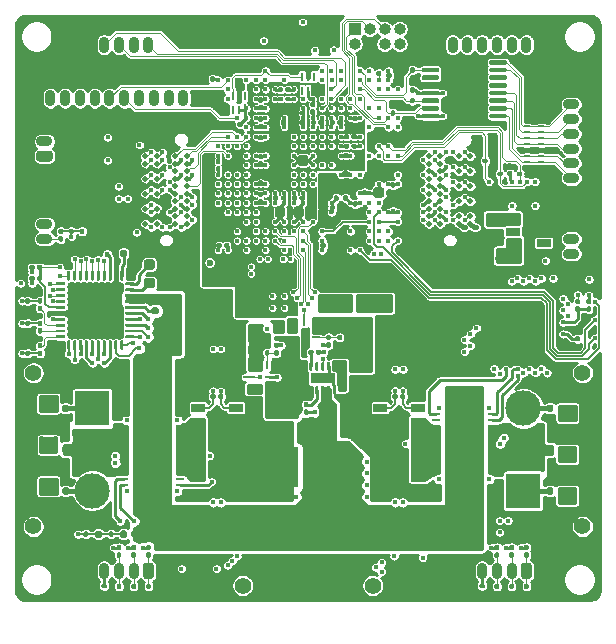
<source format=gbl>
%TF.GenerationSoftware,KiCad,Pcbnew,(5.1.6)-1*%
%TF.CreationDate,2020-11-09T17:25:15+01:00*%
%TF.ProjectId,omodri_laas,6f6d6f64-7269-45f6-9c61-61732e6b6963,1.0*%
%TF.SameCoordinates,Original*%
%TF.FileFunction,Copper,L6,Bot*%
%TF.FilePolarity,Positive*%
%FSLAX46Y46*%
G04 Gerber Fmt 4.6, Leading zero omitted, Abs format (unit mm)*
G04 Created by KiCad (PCBNEW (5.1.6)-1) date 2020-11-09 17:25:15*
%MOMM*%
%LPD*%
G01*
G04 APERTURE LIST*
%TA.AperFunction,ComponentPad*%
%ADD10C,3.500000*%
%TD*%
%TA.AperFunction,ComponentPad*%
%ADD11R,3.500000X3.500000*%
%TD*%
%TA.AperFunction,ComponentPad*%
%ADD12C,1.400000*%
%TD*%
%TA.AperFunction,ComponentPad*%
%ADD13C,3.000000*%
%TD*%
%TA.AperFunction,ComponentPad*%
%ADD14R,3.000000X3.000000*%
%TD*%
%TA.AperFunction,SMDPad,CuDef*%
%ADD15R,0.700001X0.249999*%
%TD*%
%TA.AperFunction,SMDPad,CuDef*%
%ADD16R,0.429999X0.375001*%
%TD*%
%TA.AperFunction,SMDPad,CuDef*%
%ADD17R,3.300001X5.399999*%
%TD*%
%TA.AperFunction,SMDPad,CuDef*%
%ADD18C,0.500000*%
%TD*%
%TA.AperFunction,SMDPad,CuDef*%
%ADD19R,0.499999X0.200000*%
%TD*%
%TA.AperFunction,ComponentPad*%
%ADD20O,0.900000X1.400000*%
%TD*%
%TA.AperFunction,SMDPad,CuDef*%
%ADD21R,0.250000X0.700000*%
%TD*%
%TA.AperFunction,SMDPad,CuDef*%
%ADD22R,0.700000X0.250000*%
%TD*%
%TA.AperFunction,SMDPad,CuDef*%
%ADD23R,1.100000X0.250000*%
%TD*%
%TA.AperFunction,SMDPad,CuDef*%
%ADD24R,0.250000X0.800000*%
%TD*%
%TA.AperFunction,SMDPad,CuDef*%
%ADD25R,0.250000X1.100000*%
%TD*%
%TA.AperFunction,SMDPad,CuDef*%
%ADD26R,0.800000X0.250000*%
%TD*%
%TA.AperFunction,SMDPad,CuDef*%
%ADD27R,1.200000X0.700000*%
%TD*%
%TA.AperFunction,SMDPad,CuDef*%
%ADD28R,1.200000X5.400000*%
%TD*%
%TA.AperFunction,ComponentPad*%
%ADD29O,1.000000X1.000000*%
%TD*%
%TA.AperFunction,ComponentPad*%
%ADD30R,1.000000X1.000000*%
%TD*%
%TA.AperFunction,SMDPad,CuDef*%
%ADD31R,0.280000X0.750000*%
%TD*%
%TA.AperFunction,SMDPad,CuDef*%
%ADD32R,0.280000X0.850000*%
%TD*%
%TA.AperFunction,SMDPad,CuDef*%
%ADD33R,1.220000X0.650000*%
%TD*%
%TA.AperFunction,ComponentPad*%
%ADD34O,1.400000X0.900000*%
%TD*%
%TA.AperFunction,ViaPad*%
%ADD35C,0.600000*%
%TD*%
%TA.AperFunction,SMDPad,CuDef*%
%ADD36R,2.000000X0.900000*%
%TD*%
%TA.AperFunction,SMDPad,CuDef*%
%ADD37R,4.600000X4.600000*%
%TD*%
%TA.AperFunction,ViaPad*%
%ADD38C,0.400000*%
%TD*%
%TA.AperFunction,Conductor*%
%ADD39C,0.250000*%
%TD*%
%TA.AperFunction,Conductor*%
%ADD40C,0.400000*%
%TD*%
%TA.AperFunction,Conductor*%
%ADD41C,0.450000*%
%TD*%
%TA.AperFunction,Conductor*%
%ADD42C,0.101600*%
%TD*%
%TA.AperFunction,Conductor*%
%ADD43C,0.150000*%
%TD*%
%TA.AperFunction,Conductor*%
%ADD44C,0.254000*%
%TD*%
%TA.AperFunction,Conductor*%
%ADD45C,0.256000*%
%TD*%
G04 APERTURE END LIST*
D10*
%TO.P,J13,2*%
%TO.N,VPOWER*%
X127500000Y-88500000D03*
D11*
%TO.P,J13,1*%
%TO.N,GND*%
X122500000Y-88500000D03*
D12*
%TO.P,J13,*%
%TO.N,*%
X130500000Y-98500000D03*
X119500000Y-98500000D03*
%TD*%
D13*
%TO.P,J12,3*%
%TO.N,/OMODRI_driver_M2/MOTOR_CH3*%
X143250000Y-83500000D03*
%TO.P,J12,2*%
%TO.N,/OMODRI_driver_M2/MOTOR_CH2*%
X143250000Y-87000000D03*
D14*
%TO.P,J12,1*%
%TO.N,/OMODRI_driver_M2/MOTOR_CH1*%
X143250000Y-90500000D03*
D12*
%TO.P,J12,*%
%TO.N,*%
X148250000Y-80500000D03*
X148250000Y-93500000D03*
%TD*%
D13*
%TO.P,J11,3*%
%TO.N,/OMODRI_driver_M1/MOTOR_CH3*%
X106750000Y-90500000D03*
%TO.P,J11,2*%
%TO.N,/OMODRI_driver_M1/MOTOR_CH2*%
X106750000Y-87000000D03*
D14*
%TO.P,J11,1*%
%TO.N,/OMODRI_driver_M1/MOTOR_CH1*%
X106750000Y-83500000D03*
D12*
%TO.P,J11,*%
%TO.N,*%
X101750000Y-93500000D03*
X101750000Y-80500000D03*
%TD*%
D15*
%TO.P,Q2,1*%
%TO.N,/OMODRI_driver_M1/GHB*%
X109450000Y-89999999D03*
%TO.P,Q2,2*%
%TO.N,/OMODRI_driver_M1/SHB*%
X109450000Y-89500000D03*
%TO.P,Q2,3*%
%TO.N,/OMODRI_driver_M1/MOTOR_CH2*%
X109450000Y-88999999D03*
%TO.P,Q2,4*%
X109450000Y-88500000D03*
%TO.P,Q2,5*%
X109450000Y-87999998D03*
%TO.P,Q2,6*%
X109450000Y-87499999D03*
%TO.P,Q2,7*%
X109450000Y-87000000D03*
%TO.P,Q2,8*%
X109450000Y-86499998D03*
%TO.P,Q2,9*%
X109450000Y-85999999D03*
%TO.P,Q2,10*%
X109450000Y-85499998D03*
%TO.P,Q2,11*%
X109450000Y-84999999D03*
%TO.P,Q2,12*%
%TO.N,/OMODRI_driver_M1/OUT_M1_CH2*%
X114150000Y-84999999D03*
%TO.P,Q2,13*%
X114150000Y-85499998D03*
%TO.P,Q2,14*%
X114150000Y-85999999D03*
%TO.P,Q2,15*%
X114150000Y-86499998D03*
%TO.P,Q2,16*%
X114150000Y-87000000D03*
%TO.P,Q2,17*%
X114150000Y-87499999D03*
%TO.P,Q2,18*%
X114150000Y-87999998D03*
%TO.P,Q2,19*%
X114150000Y-88500000D03*
%TO.P,Q2,20*%
X114150000Y-88999999D03*
%TO.P,Q2,21*%
%TO.N,Net-(Q2-Pad21)*%
X114150000Y-89500000D03*
%TO.P,Q2,22*%
%TO.N,/OMODRI_driver_M1/GLB*%
X114150000Y-89999999D03*
D16*
%TO.P,Q2,23*%
%TO.N,Net-(Q2-Pad23)*%
X109685000Y-90512998D03*
%TO.P,Q2,24*%
%TO.N,Net-(Q2-Pad24)*%
X109685000Y-84487000D03*
%TO.P,Q2,25*%
%TO.N,Net-(Q2-Pad25)*%
X113915000Y-84487000D03*
%TO.P,Q2,26*%
%TO.N,Net-(Q2-Pad26)*%
X113915000Y-90512998D03*
D17*
%TO.P,Q2,27*%
%TO.N,VPOWER*%
X111800000Y-87499999D03*
%TD*%
D15*
%TO.P,Q5,1*%
%TO.N,/OMODRI_driver_M2/GHB*%
X140550000Y-84000001D03*
%TO.P,Q5,2*%
%TO.N,/OMODRI_driver_M2/SHB*%
X140550000Y-84500000D03*
%TO.P,Q5,3*%
%TO.N,/OMODRI_driver_M2/MOTOR_CH2*%
X140550000Y-85000001D03*
%TO.P,Q5,4*%
X140550000Y-85500000D03*
%TO.P,Q5,5*%
X140550000Y-86000002D03*
%TO.P,Q5,6*%
X140550000Y-86500001D03*
%TO.P,Q5,7*%
X140550000Y-87000000D03*
%TO.P,Q5,8*%
X140550000Y-87500002D03*
%TO.P,Q5,9*%
X140550000Y-88000001D03*
%TO.P,Q5,10*%
X140550000Y-88500002D03*
%TO.P,Q5,11*%
X140550000Y-89000001D03*
%TO.P,Q5,12*%
%TO.N,/OMODRI_driver_M2/OUT_M2_CH2*%
X135850000Y-89000001D03*
%TO.P,Q5,13*%
X135850000Y-88500002D03*
%TO.P,Q5,14*%
X135850000Y-88000001D03*
%TO.P,Q5,15*%
X135850000Y-87500002D03*
%TO.P,Q5,16*%
X135850000Y-87000000D03*
%TO.P,Q5,17*%
X135850000Y-86500001D03*
%TO.P,Q5,18*%
X135850000Y-86000002D03*
%TO.P,Q5,19*%
X135850000Y-85500000D03*
%TO.P,Q5,20*%
X135850000Y-85000001D03*
%TO.P,Q5,21*%
%TO.N,Net-(Q5-Pad21)*%
X135850000Y-84500000D03*
%TO.P,Q5,22*%
%TO.N,/OMODRI_driver_M2/GLB*%
X135850000Y-84000001D03*
D16*
%TO.P,Q5,23*%
%TO.N,Net-(Q5-Pad23)*%
X140315000Y-83487002D03*
%TO.P,Q5,24*%
%TO.N,Net-(Q5-Pad24)*%
X140315000Y-89513000D03*
%TO.P,Q5,25*%
%TO.N,Net-(Q5-Pad25)*%
X136085000Y-89513000D03*
%TO.P,Q5,26*%
%TO.N,Net-(Q5-Pad26)*%
X136085000Y-83487002D03*
D17*
%TO.P,Q5,27*%
%TO.N,VPOWER*%
X138200000Y-86500001D03*
%TD*%
D18*
%TO.P,J15,C10*%
%TO.N,/OMODRI_GPIO/ESC_RX0_D2*%
X113790000Y-67857500D03*
%TO.P,J15,C09*%
%TO.N,/OMODRI_GPIO/ESC_RX0_CLK*%
X113790000Y-67222500D03*
%TO.P,J15,C08*%
%TO.N,VDD_3V3*%
X113790000Y-66587500D03*
%TO.P,J15,C07*%
%TO.N,/OMODRI_GPIO/ESC_TX0_D2*%
X113790000Y-65952500D03*
%TO.P,J15,C06*%
%TO.N,VDD_3V3*%
X113790000Y-65317500D03*
%TO.P,J15,C05*%
%TO.N,/OMODRI_GPIO/ESC_TX0_ENA*%
X113790000Y-64682500D03*
%TO.P,J15,C04*%
%TO.N,VDD_3V3*%
X113790000Y-64047500D03*
%TO.P,J15,C03*%
%TO.N,/OMODRI_GPIO/ESC_PHY0_LINKSTATUS*%
X113790000Y-63412500D03*
%TO.P,J15,C02*%
%TO.N,VDD_3V3*%
X113790000Y-62777500D03*
%TO.P,J15,C01*%
%TO.N,/OMODRI_GPIO/ESC_I2C_SCL*%
X113790000Y-62142500D03*
%TO.P,J15,D10*%
%TO.N,/OMODRI_GPIO/ESC_RX0_D0*%
X114750000Y-67857500D03*
%TO.P,J15,D09*%
%TO.N,/OMODRI_GPIO/ESC_RX0_ERR*%
X114750000Y-67222500D03*
%TO.P,J15,D08*%
%TO.N,VDD_3V3*%
X114750000Y-66587500D03*
%TO.P,J15,D07*%
%TO.N,/OMODRI_GPIO/ESC_RX0_DV*%
X114750000Y-65952500D03*
%TO.P,J15,D06*%
%TO.N,VDD_3V3*%
X114750000Y-65317500D03*
%TO.P,J15,D05*%
%TO.N,/OMODRI_GPIO/ESC_TX0_CLK*%
X114750000Y-64682500D03*
%TO.P,J15,D04*%
%TO.N,VDD_3V3*%
X114750000Y-64047500D03*
%TO.P,J15,D03*%
%TO.N,/OMODRI_GPIO/ESC_MDIO_CLK*%
X114750000Y-63412500D03*
%TO.P,J15,D02*%
%TO.N,VDD_3V3*%
X114750000Y-62777500D03*
%TO.P,J15,D01*%
%TO.N,/OMODRI_GPIO/ESC_I2C_SDA*%
X114750000Y-62142500D03*
%TO.P,J15,B10*%
%TO.N,/OMODRI_GPIO/ESC_RX0_D1*%
X112210000Y-67857500D03*
%TO.P,J15,B09*%
%TO.N,GND*%
X112210000Y-67222500D03*
%TO.P,J15,B08*%
%TO.N,/OMODRI_GPIO/ESC_TX0_D3*%
X112210000Y-66587500D03*
%TO.P,J15,B07*%
%TO.N,GND*%
X112210000Y-65952500D03*
%TO.P,J15,B06*%
%TO.N,/OMODRI_GPIO/ESC_TX0_D0*%
X112210000Y-65317500D03*
%TO.P,J15,B05*%
%TO.N,GND*%
X112210000Y-64682500D03*
%TO.P,J15,B04*%
%TO.N,/OMODRI_GPIO/ESC_MDIO_DATA*%
X112210000Y-64047500D03*
%TO.P,J15,B03*%
%TO.N,GND*%
X112210000Y-63412500D03*
%TO.P,J15,B02*%
%TO.N,/OMODRI_GPIO/ESC_LED_ERR*%
X112210000Y-62777500D03*
%TO.P,J15,B01*%
%TO.N,/OMODRI_GPIO/ESC_LED_LINK0_ACTIVE*%
X112210000Y-62142500D03*
%TO.P,J15,A10*%
%TO.N,/OMODRI_GPIO/ESC_RX0_D3*%
X111250000Y-67857500D03*
%TO.P,J15,A09*%
%TO.N,GND*%
X111250000Y-67222500D03*
%TO.P,J15,A08*%
%TO.N,/OMODRI_GPIO/ESC_TX0_D1*%
X111250000Y-66587500D03*
%TO.P,J15,A07*%
%TO.N,GND*%
X111250000Y-65952500D03*
%TO.P,J15,A06*%
%TO.N,/OMODRI_GPIO/ECAT0_INT*%
X111250000Y-65317500D03*
%TO.P,J15,A05*%
%TO.N,GND*%
X111250000Y-64682500D03*
%TO.P,J15,A04*%
%TO.N,/OMODRI_GPIO/~ESC_PHY_RESETn~*%
X111250000Y-64047500D03*
%TO.P,J15,A03*%
%TO.N,GND*%
X111250000Y-63412500D03*
%TO.P,J15,A02*%
%TO.N,/OMODRI_GPIO/ESC_LED_LINK1_ACTIVE*%
X111250000Y-62777500D03*
%TO.P,J15,A01*%
%TO.N,/OMODRI_GPIO/ESC_LED_RUN*%
X111250000Y-62142500D03*
%TD*%
D19*
%TO.P,U13,1*%
%TO.N,/OMODRI_FSI_TX/TX_CLK_LVDS_N*%
X144775000Y-59624995D03*
%TO.P,U13,2*%
%TO.N,/OMODRI_FSI_TX/TX_CLK_LVDS_P*%
X144775000Y-60124994D03*
%TO.P,U13,3*%
%TO.N,/OMODRI_FSI_TX/TX_D0_LVDS_N*%
X144775000Y-60624996D03*
%TO.P,U13,4*%
%TO.N,/OMODRI_FSI_TX/TX_D0_LVDS_P*%
X144775000Y-61124995D03*
%TO.P,U13,5*%
%TO.N,GND*%
X144775000Y-61624997D03*
%TO.P,U13,6*%
%TO.N,/OMODRI_FSI_TX/TX_D1_LVDS_P*%
X144775000Y-62124996D03*
%TO.P,U13,7*%
%TO.N,/OMODRI_FSI_TX/TX_D1_LVDS_N*%
X144775000Y-62624995D03*
%TO.P,U13,8*%
X143525000Y-62624995D03*
%TO.P,U13,9*%
%TO.N,/OMODRI_FSI_TX/TX_D1_LVDS_P*%
X143525000Y-62124996D03*
%TO.P,U13,10*%
%TO.N,GND*%
X143525000Y-61624997D03*
%TO.P,U13,11*%
%TO.N,/OMODRI_FSI_TX/TX_D0_LVDS_P*%
X143525000Y-61124995D03*
%TO.P,U13,12*%
%TO.N,/OMODRI_FSI_TX/TX_D0_LVDS_N*%
X143525000Y-60624996D03*
%TO.P,U13,13*%
%TO.N,/OMODRI_FSI_TX/TX_CLK_LVDS_P*%
X143525000Y-60124994D03*
%TO.P,U13,14*%
%TO.N,/OMODRI_FSI_TX/TX_CLK_LVDS_N*%
X143525000Y-59624995D03*
%TD*%
D20*
%TO.P,J2,5*%
%TO.N,/OMODRI_GPIO/COM_SPI_SIMO*%
X111500000Y-52700000D03*
%TO.P,J2,4*%
%TO.N,/OMODRI_GPIO/COM_SPI_CLK*%
X110250000Y-52700000D03*
%TO.P,J2,3*%
%TO.N,/OMODRI_GPIO/COM_SPI_SOMI*%
X109000000Y-52700000D03*
%TO.P,J2,2*%
%TO.N,/OMODRI_GPIO/~COM_SPI_CSn~*%
X107750000Y-52700000D03*
%TO.P,J2,1*%
%TO.N,GND*%
%TA.AperFunction,ComponentPad*%
G36*
G01*
X106050000Y-53175000D02*
X106050000Y-52225000D01*
G75*
G02*
X106275000Y-52000000I225000J0D01*
G01*
X106725000Y-52000000D01*
G75*
G02*
X106950000Y-52225000I0J-225000D01*
G01*
X106950000Y-53175000D01*
G75*
G02*
X106725000Y-53400000I-225000J0D01*
G01*
X106275000Y-53400000D01*
G75*
G02*
X106050000Y-53175000I0J225000D01*
G01*
G37*
%TD.AperFunction*%
%TD*%
%TO.P,J5,5*%
%TO.N,GND*%
X106500000Y-97250000D03*
%TO.P,J5,4*%
%TO.N,5V0*%
X107750000Y-97250000D03*
%TO.P,J5,3*%
%TO.N,/OMODRI_QuadEncod/ENC1_I*%
X109000000Y-97250000D03*
%TO.P,J5,2*%
%TO.N,/OMODRI_QuadEncod/ENC1_B*%
X110250000Y-97250000D03*
%TO.P,J5,1*%
%TO.N,/OMODRI_QuadEncod/ENC1_A*%
%TA.AperFunction,ComponentPad*%
G36*
G01*
X111950000Y-96775000D02*
X111950000Y-97725000D01*
G75*
G02*
X111725000Y-97950000I-225000J0D01*
G01*
X111275000Y-97950000D01*
G75*
G02*
X111050000Y-97725000I0J225000D01*
G01*
X111050000Y-96775000D01*
G75*
G02*
X111275000Y-96550000I225000J0D01*
G01*
X111725000Y-96550000D01*
G75*
G02*
X111950000Y-96775000I0J-225000D01*
G01*
G37*
%TD.AperFunction*%
%TD*%
%TO.P,J6,5*%
%TO.N,GND*%
X138500000Y-97250000D03*
%TO.P,J6,4*%
%TO.N,5V0*%
X139750000Y-97250000D03*
%TO.P,J6,3*%
%TO.N,/OMODRI_QuadEncod/ENC2_I*%
X141000000Y-97250000D03*
%TO.P,J6,2*%
%TO.N,/OMODRI_QuadEncod/ENC2_B*%
X142250000Y-97250000D03*
%TO.P,J6,1*%
%TO.N,/OMODRI_QuadEncod/ENC2_A*%
%TA.AperFunction,ComponentPad*%
G36*
G01*
X143950000Y-96775000D02*
X143950000Y-97725000D01*
G75*
G02*
X143725000Y-97950000I-225000J0D01*
G01*
X143275000Y-97950000D01*
G75*
G02*
X143050000Y-97725000I0J225000D01*
G01*
X143050000Y-96775000D01*
G75*
G02*
X143275000Y-96550000I225000J0D01*
G01*
X143725000Y-96550000D01*
G75*
G02*
X143950000Y-96775000I0J-225000D01*
G01*
G37*
%TD.AperFunction*%
%TD*%
%TO.P,C88,2*%
%TO.N,GND*%
%TA.AperFunction,SMDPad,CuDef*%
G36*
G01*
X104005000Y-86180000D02*
X104005000Y-85980000D01*
G75*
G02*
X104105000Y-85880000I100000J0D01*
G01*
X104365000Y-85880000D01*
G75*
G02*
X104465000Y-85980000I0J-100000D01*
G01*
X104465000Y-86180000D01*
G75*
G02*
X104365000Y-86280000I-100000J0D01*
G01*
X104105000Y-86280000D01*
G75*
G02*
X104005000Y-86180000I0J100000D01*
G01*
G37*
%TD.AperFunction*%
%TO.P,C88,1*%
%TO.N,/OMODRI_GPIO/M1_Vb*%
%TA.AperFunction,SMDPad,CuDef*%
G36*
G01*
X103365000Y-86180000D02*
X103365000Y-85980000D01*
G75*
G02*
X103465000Y-85880000I100000J0D01*
G01*
X103725000Y-85880000D01*
G75*
G02*
X103825000Y-85980000I0J-100000D01*
G01*
X103825000Y-86180000D01*
G75*
G02*
X103725000Y-86280000I-100000J0D01*
G01*
X103465000Y-86280000D01*
G75*
G02*
X103365000Y-86180000I0J100000D01*
G01*
G37*
%TD.AperFunction*%
%TD*%
%TO.P,R61,2*%
%TO.N,VDD_3V3*%
%TA.AperFunction,SMDPad,CuDef*%
G36*
G01*
X148880000Y-74690000D02*
X148680000Y-74690000D01*
G75*
G02*
X148580000Y-74590000I0J100000D01*
G01*
X148580000Y-74330000D01*
G75*
G02*
X148680000Y-74230000I100000J0D01*
G01*
X148880000Y-74230000D01*
G75*
G02*
X148980000Y-74330000I0J-100000D01*
G01*
X148980000Y-74590000D01*
G75*
G02*
X148880000Y-74690000I-100000J0D01*
G01*
G37*
%TD.AperFunction*%
%TO.P,R61,1*%
%TO.N,/OMODRI_GPIO/~DRV2_GPIO_FAULTn~*%
%TA.AperFunction,SMDPad,CuDef*%
G36*
G01*
X148880000Y-75330000D02*
X148680000Y-75330000D01*
G75*
G02*
X148580000Y-75230000I0J100000D01*
G01*
X148580000Y-74970000D01*
G75*
G02*
X148680000Y-74870000I100000J0D01*
G01*
X148880000Y-74870000D01*
G75*
G02*
X148980000Y-74970000I0J-100000D01*
G01*
X148980000Y-75230000D01*
G75*
G02*
X148880000Y-75330000I-100000J0D01*
G01*
G37*
%TD.AperFunction*%
%TD*%
%TO.P,R60,2*%
%TO.N,Net-(D4-Pad1)*%
%TA.AperFunction,SMDPad,CuDef*%
G36*
G01*
X147930000Y-74690000D02*
X147730000Y-74690000D01*
G75*
G02*
X147630000Y-74590000I0J100000D01*
G01*
X147630000Y-74330000D01*
G75*
G02*
X147730000Y-74230000I100000J0D01*
G01*
X147930000Y-74230000D01*
G75*
G02*
X148030000Y-74330000I0J-100000D01*
G01*
X148030000Y-74590000D01*
G75*
G02*
X147930000Y-74690000I-100000J0D01*
G01*
G37*
%TD.AperFunction*%
%TO.P,R60,1*%
%TO.N,/OMODRI_GPIO/~DRV2_GPIO_FAULTn~*%
%TA.AperFunction,SMDPad,CuDef*%
G36*
G01*
X147930000Y-75330000D02*
X147730000Y-75330000D01*
G75*
G02*
X147630000Y-75230000I0J100000D01*
G01*
X147630000Y-74970000D01*
G75*
G02*
X147730000Y-74870000I100000J0D01*
G01*
X147930000Y-74870000D01*
G75*
G02*
X148030000Y-74970000I0J-100000D01*
G01*
X148030000Y-75230000D01*
G75*
G02*
X147930000Y-75330000I-100000J0D01*
G01*
G37*
%TD.AperFunction*%
%TD*%
%TO.P,C98,2*%
%TO.N,GND*%
%TA.AperFunction,SMDPad,CuDef*%
G36*
G01*
X147730000Y-78010000D02*
X147930000Y-78010000D01*
G75*
G02*
X148030000Y-78110000I0J-100000D01*
G01*
X148030000Y-78370000D01*
G75*
G02*
X147930000Y-78470000I-100000J0D01*
G01*
X147730000Y-78470000D01*
G75*
G02*
X147630000Y-78370000I0J100000D01*
G01*
X147630000Y-78110000D01*
G75*
G02*
X147730000Y-78010000I100000J0D01*
G01*
G37*
%TD.AperFunction*%
%TO.P,C98,1*%
%TO.N,REF_3V0_BUF*%
%TA.AperFunction,SMDPad,CuDef*%
G36*
G01*
X147730000Y-77370000D02*
X147930000Y-77370000D01*
G75*
G02*
X148030000Y-77470000I0J-100000D01*
G01*
X148030000Y-77730000D01*
G75*
G02*
X147930000Y-77830000I-100000J0D01*
G01*
X147730000Y-77830000D01*
G75*
G02*
X147630000Y-77730000I0J100000D01*
G01*
X147630000Y-77470000D01*
G75*
G02*
X147730000Y-77370000I100000J0D01*
G01*
G37*
%TD.AperFunction*%
%TD*%
D21*
%TO.P,U4,6*%
%TO.N,/Power distribution/OMODRI_Alim_1V2/1V2*%
X120050000Y-79862500D03*
%TO.P,U4,7*%
X120550000Y-79862500D03*
%TO.P,U4,8*%
X121050000Y-79862500D03*
%TO.P,U4,4*%
%TO.N,/Power distribution/OMODRI_Alim_1V2/SW*%
X120050000Y-81862500D03*
%TO.P,U4,3*%
X120550000Y-81862500D03*
%TO.P,U4,2*%
X121050000Y-81862500D03*
D22*
%TO.P,U4,10*%
%TO.N,GND*%
X121750000Y-80862500D03*
D21*
%TO.P,U4,9*%
%TO.N,/Power distribution/OMODRI_Alim_1V2/FB_1V2*%
X121550000Y-79862500D03*
D23*
%TO.P,U4,5*%
%TO.N,/Power distribution/OMODRI_Alim_1V2/PG_5V0*%
X120050000Y-80862500D03*
D24*
%TO.P,U4,1*%
%TO.N,5V0*%
X121550000Y-81812500D03*
%TD*%
D22*
%TO.P,U3,6*%
%TO.N,/Power distribution/OMODRI_Alim_3V3/3V3*%
X125666800Y-75994700D03*
%TO.P,U3,7*%
X125666800Y-76494700D03*
%TO.P,U3,8*%
X125666800Y-76994700D03*
%TO.P,U3,4*%
%TO.N,/Power distribution/OMODRI_Alim_3V3/SW*%
X123666800Y-75994700D03*
%TO.P,U3,3*%
X123666800Y-76494700D03*
%TO.P,U3,2*%
X123666800Y-76994700D03*
D21*
%TO.P,U3,10*%
%TO.N,GND*%
X124666800Y-77694700D03*
D22*
%TO.P,U3,9*%
%TO.N,/Power distribution/OMODRI_Alim_3V3/FB_3V3*%
X125666800Y-77494700D03*
D25*
%TO.P,U3,5*%
%TO.N,/Power distribution/OMODRI_Alim_1V2/PG_5V0*%
X124666800Y-75994700D03*
D26*
%TO.P,U3,1*%
%TO.N,5V0*%
X123716800Y-77494700D03*
%TD*%
D27*
%TO.P,R56,3*%
%TO.N,/OMODRI_driver_M2/SNB*%
X131100000Y-83450000D03*
%TO.P,R56,2*%
%TO.N,/OMODRI_driver_M2/SPB*%
X134300000Y-83450000D03*
D28*
%TO.P,R56,4*%
%TO.N,GND*%
X131100000Y-87000000D03*
%TO.P,R56,1*%
%TO.N,/OMODRI_driver_M2/OUT_M2_CH2*%
X134300000Y-87000000D03*
%TD*%
%TO.P,C1,2*%
%TO.N,GND*%
%TA.AperFunction,SMDPad,CuDef*%
G36*
G01*
X105080000Y-68100000D02*
X104880000Y-68100000D01*
G75*
G02*
X104780000Y-68000000I0J100000D01*
G01*
X104780000Y-67740000D01*
G75*
G02*
X104880000Y-67640000I100000J0D01*
G01*
X105080000Y-67640000D01*
G75*
G02*
X105180000Y-67740000I0J-100000D01*
G01*
X105180000Y-68000000D01*
G75*
G02*
X105080000Y-68100000I-100000J0D01*
G01*
G37*
%TD.AperFunction*%
%TO.P,C1,1*%
%TO.N,/OMODRI_GPIO/ANALOG_IN1*%
%TA.AperFunction,SMDPad,CuDef*%
G36*
G01*
X105080000Y-68740000D02*
X104880000Y-68740000D01*
G75*
G02*
X104780000Y-68640000I0J100000D01*
G01*
X104780000Y-68380000D01*
G75*
G02*
X104880000Y-68280000I100000J0D01*
G01*
X105080000Y-68280000D01*
G75*
G02*
X105180000Y-68380000I0J-100000D01*
G01*
X105180000Y-68640000D01*
G75*
G02*
X105080000Y-68740000I-100000J0D01*
G01*
G37*
%TD.AperFunction*%
%TD*%
%TO.P,C3,2*%
%TO.N,GND*%
%TA.AperFunction,SMDPad,CuDef*%
G36*
G01*
X128300400Y-65290000D02*
X128100400Y-65290000D01*
G75*
G02*
X128000400Y-65190000I0J100000D01*
G01*
X128000400Y-64930000D01*
G75*
G02*
X128100400Y-64830000I100000J0D01*
G01*
X128300400Y-64830000D01*
G75*
G02*
X128400400Y-64930000I0J-100000D01*
G01*
X128400400Y-65190000D01*
G75*
G02*
X128300400Y-65290000I-100000J0D01*
G01*
G37*
%TD.AperFunction*%
%TO.P,C3,1*%
%TO.N,VDDA_3V3*%
%TA.AperFunction,SMDPad,CuDef*%
G36*
G01*
X128300400Y-65930000D02*
X128100400Y-65930000D01*
G75*
G02*
X128000400Y-65830000I0J100000D01*
G01*
X128000400Y-65570000D01*
G75*
G02*
X128100400Y-65470000I100000J0D01*
G01*
X128300400Y-65470000D01*
G75*
G02*
X128400400Y-65570000I0J-100000D01*
G01*
X128400400Y-65830000D01*
G75*
G02*
X128300400Y-65930000I-100000J0D01*
G01*
G37*
%TD.AperFunction*%
%TD*%
%TO.P,C4,2*%
%TO.N,GND*%
%TA.AperFunction,SMDPad,CuDef*%
G36*
G01*
X128903292Y-66593334D02*
X129103292Y-66593334D01*
G75*
G02*
X129203292Y-66693334I0J-100000D01*
G01*
X129203292Y-66953334D01*
G75*
G02*
X129103292Y-67053334I-100000J0D01*
G01*
X128903292Y-67053334D01*
G75*
G02*
X128803292Y-66953334I0J100000D01*
G01*
X128803292Y-66693334D01*
G75*
G02*
X128903292Y-66593334I100000J0D01*
G01*
G37*
%TD.AperFunction*%
%TO.P,C4,1*%
%TO.N,VDDA_3V3*%
%TA.AperFunction,SMDPad,CuDef*%
G36*
G01*
X128903292Y-65953334D02*
X129103292Y-65953334D01*
G75*
G02*
X129203292Y-66053334I0J-100000D01*
G01*
X129203292Y-66313334D01*
G75*
G02*
X129103292Y-66413334I-100000J0D01*
G01*
X128903292Y-66413334D01*
G75*
G02*
X128803292Y-66313334I0J100000D01*
G01*
X128803292Y-66053334D01*
G75*
G02*
X128903292Y-65953334I100000J0D01*
G01*
G37*
%TD.AperFunction*%
%TD*%
%TO.P,C5,2*%
%TO.N,GND*%
%TA.AperFunction,SMDPad,CuDef*%
G36*
G01*
X128510000Y-61200000D02*
X128510000Y-61400000D01*
G75*
G02*
X128410000Y-61500000I-100000J0D01*
G01*
X128150000Y-61500000D01*
G75*
G02*
X128050000Y-61400000I0J100000D01*
G01*
X128050000Y-61200000D01*
G75*
G02*
X128150000Y-61100000I100000J0D01*
G01*
X128410000Y-61100000D01*
G75*
G02*
X128510000Y-61200000I0J-100000D01*
G01*
G37*
%TD.AperFunction*%
%TO.P,C5,1*%
%TO.N,VDD_3V3*%
%TA.AperFunction,SMDPad,CuDef*%
G36*
G01*
X129150000Y-61200000D02*
X129150000Y-61400000D01*
G75*
G02*
X129050000Y-61500000I-100000J0D01*
G01*
X128790000Y-61500000D01*
G75*
G02*
X128690000Y-61400000I0J100000D01*
G01*
X128690000Y-61200000D01*
G75*
G02*
X128790000Y-61100000I100000J0D01*
G01*
X129050000Y-61100000D01*
G75*
G02*
X129150000Y-61200000I0J-100000D01*
G01*
G37*
%TD.AperFunction*%
%TD*%
%TO.P,C6,2*%
%TO.N,GND*%
%TA.AperFunction,SMDPad,CuDef*%
G36*
G01*
X128510000Y-60400000D02*
X128510000Y-60600000D01*
G75*
G02*
X128410000Y-60700000I-100000J0D01*
G01*
X128150000Y-60700000D01*
G75*
G02*
X128050000Y-60600000I0J100000D01*
G01*
X128050000Y-60400000D01*
G75*
G02*
X128150000Y-60300000I100000J0D01*
G01*
X128410000Y-60300000D01*
G75*
G02*
X128510000Y-60400000I0J-100000D01*
G01*
G37*
%TD.AperFunction*%
%TO.P,C6,1*%
%TO.N,VDD_3V3*%
%TA.AperFunction,SMDPad,CuDef*%
G36*
G01*
X129150000Y-60400000D02*
X129150000Y-60600000D01*
G75*
G02*
X129050000Y-60700000I-100000J0D01*
G01*
X128790000Y-60700000D01*
G75*
G02*
X128690000Y-60600000I0J100000D01*
G01*
X128690000Y-60400000D01*
G75*
G02*
X128790000Y-60300000I100000J0D01*
G01*
X129050000Y-60300000D01*
G75*
G02*
X129150000Y-60400000I0J-100000D01*
G01*
G37*
%TD.AperFunction*%
%TD*%
%TO.P,C7,2*%
%TO.N,GND*%
%TA.AperFunction,SMDPad,CuDef*%
G36*
G01*
X122915000Y-57210000D02*
X122915000Y-57410000D01*
G75*
G02*
X122815000Y-57510000I-100000J0D01*
G01*
X122555000Y-57510000D01*
G75*
G02*
X122455000Y-57410000I0J100000D01*
G01*
X122455000Y-57210000D01*
G75*
G02*
X122555000Y-57110000I100000J0D01*
G01*
X122815000Y-57110000D01*
G75*
G02*
X122915000Y-57210000I0J-100000D01*
G01*
G37*
%TD.AperFunction*%
%TO.P,C7,1*%
%TO.N,VDD_3V3*%
%TA.AperFunction,SMDPad,CuDef*%
G36*
G01*
X123555000Y-57210000D02*
X123555000Y-57410000D01*
G75*
G02*
X123455000Y-57510000I-100000J0D01*
G01*
X123195000Y-57510000D01*
G75*
G02*
X123095000Y-57410000I0J100000D01*
G01*
X123095000Y-57210000D01*
G75*
G02*
X123195000Y-57110000I100000J0D01*
G01*
X123455000Y-57110000D01*
G75*
G02*
X123555000Y-57210000I0J-100000D01*
G01*
G37*
%TD.AperFunction*%
%TD*%
%TO.P,C8,2*%
%TO.N,GND*%
%TA.AperFunction,SMDPad,CuDef*%
G36*
G01*
X122912370Y-56408287D02*
X122912370Y-56608287D01*
G75*
G02*
X122812370Y-56708287I-100000J0D01*
G01*
X122552370Y-56708287D01*
G75*
G02*
X122452370Y-56608287I0J100000D01*
G01*
X122452370Y-56408287D01*
G75*
G02*
X122552370Y-56308287I100000J0D01*
G01*
X122812370Y-56308287D01*
G75*
G02*
X122912370Y-56408287I0J-100000D01*
G01*
G37*
%TD.AperFunction*%
%TO.P,C8,1*%
%TO.N,VDD_3V3*%
%TA.AperFunction,SMDPad,CuDef*%
G36*
G01*
X123552370Y-56408287D02*
X123552370Y-56608287D01*
G75*
G02*
X123452370Y-56708287I-100000J0D01*
G01*
X123192370Y-56708287D01*
G75*
G02*
X123092370Y-56608287I0J100000D01*
G01*
X123092370Y-56408287D01*
G75*
G02*
X123192370Y-56308287I100000J0D01*
G01*
X123452370Y-56308287D01*
G75*
G02*
X123552370Y-56408287I0J-100000D01*
G01*
G37*
%TD.AperFunction*%
%TD*%
%TO.P,C9,2*%
%TO.N,GND*%
%TA.AperFunction,SMDPad,CuDef*%
G36*
G01*
X128775000Y-85745000D02*
X128775000Y-83595000D01*
G75*
G02*
X129025000Y-83345000I250000J0D01*
G01*
X129775000Y-83345000D01*
G75*
G02*
X130025000Y-83595000I0J-250000D01*
G01*
X130025000Y-85745000D01*
G75*
G02*
X129775000Y-85995000I-250000J0D01*
G01*
X129025000Y-85995000D01*
G75*
G02*
X128775000Y-85745000I0J250000D01*
G01*
G37*
%TD.AperFunction*%
%TO.P,C9,1*%
%TO.N,VPOWER*%
%TA.AperFunction,SMDPad,CuDef*%
G36*
G01*
X125975000Y-85745000D02*
X125975000Y-83595000D01*
G75*
G02*
X126225000Y-83345000I250000J0D01*
G01*
X126975000Y-83345000D01*
G75*
G02*
X127225000Y-83595000I0J-250000D01*
G01*
X127225000Y-85745000D01*
G75*
G02*
X126975000Y-85995000I-250000J0D01*
G01*
X126225000Y-85995000D01*
G75*
G02*
X125975000Y-85745000I0J250000D01*
G01*
G37*
%TD.AperFunction*%
%TD*%
%TO.P,C10,2*%
%TO.N,GND*%
%TA.AperFunction,SMDPad,CuDef*%
G36*
G01*
X123450000Y-84843750D02*
X123450000Y-85756250D01*
G75*
G02*
X123206250Y-86000000I-243750J0D01*
G01*
X122718750Y-86000000D01*
G75*
G02*
X122475000Y-85756250I0J243750D01*
G01*
X122475000Y-84843750D01*
G75*
G02*
X122718750Y-84600000I243750J0D01*
G01*
X123206250Y-84600000D01*
G75*
G02*
X123450000Y-84843750I0J-243750D01*
G01*
G37*
%TD.AperFunction*%
%TO.P,C10,1*%
%TO.N,VPOWER*%
%TA.AperFunction,SMDPad,CuDef*%
G36*
G01*
X125325000Y-84843750D02*
X125325000Y-85756250D01*
G75*
G02*
X125081250Y-86000000I-243750J0D01*
G01*
X124593750Y-86000000D01*
G75*
G02*
X124350000Y-85756250I0J243750D01*
G01*
X124350000Y-84843750D01*
G75*
G02*
X124593750Y-84600000I243750J0D01*
G01*
X125081250Y-84600000D01*
G75*
G02*
X125325000Y-84843750I0J-243750D01*
G01*
G37*
%TD.AperFunction*%
%TD*%
%TO.P,C11,2*%
%TO.N,GND*%
%TA.AperFunction,SMDPad,CuDef*%
G36*
G01*
X125660000Y-78850000D02*
X125660000Y-78650000D01*
G75*
G02*
X125760000Y-78550000I100000J0D01*
G01*
X126020000Y-78550000D01*
G75*
G02*
X126120000Y-78650000I0J-100000D01*
G01*
X126120000Y-78850000D01*
G75*
G02*
X126020000Y-78950000I-100000J0D01*
G01*
X125760000Y-78950000D01*
G75*
G02*
X125660000Y-78850000I0J100000D01*
G01*
G37*
%TD.AperFunction*%
%TO.P,C11,1*%
%TO.N,Net-(C11-Pad1)*%
%TA.AperFunction,SMDPad,CuDef*%
G36*
G01*
X125020000Y-78850000D02*
X125020000Y-78650000D01*
G75*
G02*
X125120000Y-78550000I100000J0D01*
G01*
X125380000Y-78550000D01*
G75*
G02*
X125480000Y-78650000I0J-100000D01*
G01*
X125480000Y-78850000D01*
G75*
G02*
X125380000Y-78950000I-100000J0D01*
G01*
X125120000Y-78950000D01*
G75*
G02*
X125020000Y-78850000I0J100000D01*
G01*
G37*
%TD.AperFunction*%
%TD*%
%TO.P,C12,2*%
%TO.N,GND*%
%TA.AperFunction,SMDPad,CuDef*%
G36*
G01*
X124750000Y-83590000D02*
X124950000Y-83590000D01*
G75*
G02*
X125050000Y-83690000I0J-100000D01*
G01*
X125050000Y-83950000D01*
G75*
G02*
X124950000Y-84050000I-100000J0D01*
G01*
X124750000Y-84050000D01*
G75*
G02*
X124650000Y-83950000I0J100000D01*
G01*
X124650000Y-83690000D01*
G75*
G02*
X124750000Y-83590000I100000J0D01*
G01*
G37*
%TD.AperFunction*%
%TO.P,C12,1*%
%TO.N,Net-(C12-Pad1)*%
%TA.AperFunction,SMDPad,CuDef*%
G36*
G01*
X124750000Y-82950000D02*
X124950000Y-82950000D01*
G75*
G02*
X125050000Y-83050000I0J-100000D01*
G01*
X125050000Y-83310000D01*
G75*
G02*
X124950000Y-83410000I-100000J0D01*
G01*
X124750000Y-83410000D01*
G75*
G02*
X124650000Y-83310000I0J100000D01*
G01*
X124650000Y-83050000D01*
G75*
G02*
X124750000Y-82950000I100000J0D01*
G01*
G37*
%TD.AperFunction*%
%TD*%
%TO.P,C13,2*%
%TO.N,GND*%
%TA.AperFunction,SMDPad,CuDef*%
G36*
G01*
X120925000Y-83117500D02*
X120925000Y-83630000D01*
G75*
G02*
X120706250Y-83848750I-218750J0D01*
G01*
X120268750Y-83848750D01*
G75*
G02*
X120050000Y-83630000I0J218750D01*
G01*
X120050000Y-83117500D01*
G75*
G02*
X120268750Y-82898750I218750J0D01*
G01*
X120706250Y-82898750D01*
G75*
G02*
X120925000Y-83117500I0J-218750D01*
G01*
G37*
%TD.AperFunction*%
%TO.P,C13,1*%
%TO.N,5V0*%
%TA.AperFunction,SMDPad,CuDef*%
G36*
G01*
X122500000Y-83117500D02*
X122500000Y-83630000D01*
G75*
G02*
X122281250Y-83848750I-218750J0D01*
G01*
X121843750Y-83848750D01*
G75*
G02*
X121625000Y-83630000I0J218750D01*
G01*
X121625000Y-83117500D01*
G75*
G02*
X121843750Y-82898750I218750J0D01*
G01*
X122281250Y-82898750D01*
G75*
G02*
X122500000Y-83117500I0J-218750D01*
G01*
G37*
%TD.AperFunction*%
%TD*%
%TO.P,C14,2*%
%TO.N,GND*%
%TA.AperFunction,SMDPad,CuDef*%
G36*
G01*
X123770000Y-67136250D02*
X123770000Y-66623750D01*
G75*
G02*
X123988750Y-66405000I218750J0D01*
G01*
X124426250Y-66405000D01*
G75*
G02*
X124645000Y-66623750I0J-218750D01*
G01*
X124645000Y-67136250D01*
G75*
G02*
X124426250Y-67355000I-218750J0D01*
G01*
X123988750Y-67355000D01*
G75*
G02*
X123770000Y-67136250I0J218750D01*
G01*
G37*
%TD.AperFunction*%
%TO.P,C14,1*%
%TO.N,VDD_3V3*%
%TA.AperFunction,SMDPad,CuDef*%
G36*
G01*
X122195000Y-67136250D02*
X122195000Y-66623750D01*
G75*
G02*
X122413750Y-66405000I218750J0D01*
G01*
X122851250Y-66405000D01*
G75*
G02*
X123070000Y-66623750I0J-218750D01*
G01*
X123070000Y-67136250D01*
G75*
G02*
X122851250Y-67355000I-218750J0D01*
G01*
X122413750Y-67355000D01*
G75*
G02*
X122195000Y-67136250I0J218750D01*
G01*
G37*
%TD.AperFunction*%
%TD*%
%TO.P,C15,2*%
%TO.N,GND*%
%TA.AperFunction,SMDPad,CuDef*%
G36*
G01*
X124290000Y-65801566D02*
X124290000Y-65601566D01*
G75*
G02*
X124390000Y-65501566I100000J0D01*
G01*
X124650000Y-65501566D01*
G75*
G02*
X124750000Y-65601566I0J-100000D01*
G01*
X124750000Y-65801566D01*
G75*
G02*
X124650000Y-65901566I-100000J0D01*
G01*
X124390000Y-65901566D01*
G75*
G02*
X124290000Y-65801566I0J100000D01*
G01*
G37*
%TD.AperFunction*%
%TO.P,C15,1*%
%TO.N,VDD_3V3*%
%TA.AperFunction,SMDPad,CuDef*%
G36*
G01*
X123650000Y-65801566D02*
X123650000Y-65601566D01*
G75*
G02*
X123750000Y-65501566I100000J0D01*
G01*
X124010000Y-65501566D01*
G75*
G02*
X124110000Y-65601566I0J-100000D01*
G01*
X124110000Y-65801566D01*
G75*
G02*
X124010000Y-65901566I-100000J0D01*
G01*
X123750000Y-65901566D01*
G75*
G02*
X123650000Y-65801566I0J100000D01*
G01*
G37*
%TD.AperFunction*%
%TD*%
%TO.P,C16,2*%
%TO.N,GND*%
%TA.AperFunction,SMDPad,CuDef*%
G36*
G01*
X131256250Y-64082500D02*
X130743750Y-64082500D01*
G75*
G02*
X130525000Y-63863750I0J218750D01*
G01*
X130525000Y-63426250D01*
G75*
G02*
X130743750Y-63207500I218750J0D01*
G01*
X131256250Y-63207500D01*
G75*
G02*
X131475000Y-63426250I0J-218750D01*
G01*
X131475000Y-63863750D01*
G75*
G02*
X131256250Y-64082500I-218750J0D01*
G01*
G37*
%TD.AperFunction*%
%TO.P,C16,1*%
%TO.N,VDDA_3V3*%
%TA.AperFunction,SMDPad,CuDef*%
G36*
G01*
X131256250Y-65657500D02*
X130743750Y-65657500D01*
G75*
G02*
X130525000Y-65438750I0J218750D01*
G01*
X130525000Y-65001250D01*
G75*
G02*
X130743750Y-64782500I218750J0D01*
G01*
X131256250Y-64782500D01*
G75*
G02*
X131475000Y-65001250I0J-218750D01*
G01*
X131475000Y-65438750D01*
G75*
G02*
X131256250Y-65657500I-218750J0D01*
G01*
G37*
%TD.AperFunction*%
%TD*%
%TO.P,C17,2*%
%TO.N,GND*%
%TA.AperFunction,SMDPad,CuDef*%
G36*
G01*
X129900000Y-64810000D02*
X129700000Y-64810000D01*
G75*
G02*
X129600000Y-64710000I0J100000D01*
G01*
X129600000Y-64450000D01*
G75*
G02*
X129700000Y-64350000I100000J0D01*
G01*
X129900000Y-64350000D01*
G75*
G02*
X130000000Y-64450000I0J-100000D01*
G01*
X130000000Y-64710000D01*
G75*
G02*
X129900000Y-64810000I-100000J0D01*
G01*
G37*
%TD.AperFunction*%
%TO.P,C17,1*%
%TO.N,VDDA_3V3*%
%TA.AperFunction,SMDPad,CuDef*%
G36*
G01*
X129900000Y-65450000D02*
X129700000Y-65450000D01*
G75*
G02*
X129600000Y-65350000I0J100000D01*
G01*
X129600000Y-65090000D01*
G75*
G02*
X129700000Y-64990000I100000J0D01*
G01*
X129900000Y-64990000D01*
G75*
G02*
X130000000Y-65090000I0J-100000D01*
G01*
X130000000Y-65350000D01*
G75*
G02*
X129900000Y-65450000I-100000J0D01*
G01*
G37*
%TD.AperFunction*%
%TD*%
%TO.P,C19,2*%
%TO.N,GND*%
%TA.AperFunction,SMDPad,CuDef*%
G36*
G01*
X129025750Y-81070000D02*
X129538250Y-81070000D01*
G75*
G02*
X129757000Y-81288750I0J-218750D01*
G01*
X129757000Y-81726250D01*
G75*
G02*
X129538250Y-81945000I-218750J0D01*
G01*
X129025750Y-81945000D01*
G75*
G02*
X128807000Y-81726250I0J218750D01*
G01*
X128807000Y-81288750D01*
G75*
G02*
X129025750Y-81070000I218750J0D01*
G01*
G37*
%TD.AperFunction*%
%TO.P,C19,1*%
%TO.N,/Power distribution/OMODRI_Alim_3V3/3V3*%
%TA.AperFunction,SMDPad,CuDef*%
G36*
G01*
X129025750Y-79495000D02*
X129538250Y-79495000D01*
G75*
G02*
X129757000Y-79713750I0J-218750D01*
G01*
X129757000Y-80151250D01*
G75*
G02*
X129538250Y-80370000I-218750J0D01*
G01*
X129025750Y-80370000D01*
G75*
G02*
X128807000Y-80151250I0J218750D01*
G01*
X128807000Y-79713750D01*
G75*
G02*
X129025750Y-79495000I218750J0D01*
G01*
G37*
%TD.AperFunction*%
%TD*%
%TO.P,C21,2*%
%TO.N,GND*%
%TA.AperFunction,SMDPad,CuDef*%
G36*
G01*
X119272500Y-78223750D02*
X119272500Y-78736250D01*
G75*
G02*
X119053750Y-78955000I-218750J0D01*
G01*
X118616250Y-78955000D01*
G75*
G02*
X118397500Y-78736250I0J218750D01*
G01*
X118397500Y-78223750D01*
G75*
G02*
X118616250Y-78005000I218750J0D01*
G01*
X119053750Y-78005000D01*
G75*
G02*
X119272500Y-78223750I0J-218750D01*
G01*
G37*
%TD.AperFunction*%
%TO.P,C21,1*%
%TO.N,/Power distribution/OMODRI_Alim_1V2/1V2*%
%TA.AperFunction,SMDPad,CuDef*%
G36*
G01*
X120847500Y-78223750D02*
X120847500Y-78736250D01*
G75*
G02*
X120628750Y-78955000I-218750J0D01*
G01*
X120191250Y-78955000D01*
G75*
G02*
X119972500Y-78736250I0J218750D01*
G01*
X119972500Y-78223750D01*
G75*
G02*
X120191250Y-78005000I218750J0D01*
G01*
X120628750Y-78005000D01*
G75*
G02*
X120847500Y-78223750I0J-218750D01*
G01*
G37*
%TD.AperFunction*%
%TD*%
%TO.P,C22,2*%
%TO.N,GND*%
%TA.AperFunction,SMDPad,CuDef*%
G36*
G01*
X124150000Y-62756250D02*
X124150000Y-62243750D01*
G75*
G02*
X124368750Y-62025000I218750J0D01*
G01*
X124806250Y-62025000D01*
G75*
G02*
X125025000Y-62243750I0J-218750D01*
G01*
X125025000Y-62756250D01*
G75*
G02*
X124806250Y-62975000I-218750J0D01*
G01*
X124368750Y-62975000D01*
G75*
G02*
X124150000Y-62756250I0J218750D01*
G01*
G37*
%TD.AperFunction*%
%TO.P,C22,1*%
%TO.N,VDD_1V2*%
%TA.AperFunction,SMDPad,CuDef*%
G36*
G01*
X122575000Y-62756250D02*
X122575000Y-62243750D01*
G75*
G02*
X122793750Y-62025000I218750J0D01*
G01*
X123231250Y-62025000D01*
G75*
G02*
X123450000Y-62243750I0J-218750D01*
G01*
X123450000Y-62756250D01*
G75*
G02*
X123231250Y-62975000I-218750J0D01*
G01*
X122793750Y-62975000D01*
G75*
G02*
X122575000Y-62756250I0J218750D01*
G01*
G37*
%TD.AperFunction*%
%TD*%
%TO.P,C23,2*%
%TO.N,GND*%
%TA.AperFunction,SMDPad,CuDef*%
G36*
G01*
X124290000Y-59400000D02*
X124290000Y-59200000D01*
G75*
G02*
X124390000Y-59100000I100000J0D01*
G01*
X124650000Y-59100000D01*
G75*
G02*
X124750000Y-59200000I0J-100000D01*
G01*
X124750000Y-59400000D01*
G75*
G02*
X124650000Y-59500000I-100000J0D01*
G01*
X124390000Y-59500000D01*
G75*
G02*
X124290000Y-59400000I0J100000D01*
G01*
G37*
%TD.AperFunction*%
%TO.P,C23,1*%
%TO.N,VDD_1V2*%
%TA.AperFunction,SMDPad,CuDef*%
G36*
G01*
X123650000Y-59400000D02*
X123650000Y-59200000D01*
G75*
G02*
X123750000Y-59100000I100000J0D01*
G01*
X124010000Y-59100000D01*
G75*
G02*
X124110000Y-59200000I0J-100000D01*
G01*
X124110000Y-59400000D01*
G75*
G02*
X124010000Y-59500000I-100000J0D01*
G01*
X123750000Y-59500000D01*
G75*
G02*
X123650000Y-59400000I0J100000D01*
G01*
G37*
%TD.AperFunction*%
%TD*%
%TO.P,C26,2*%
%TO.N,GND*%
%TA.AperFunction,SMDPad,CuDef*%
G36*
G01*
X143270000Y-70930000D02*
X143270000Y-70730000D01*
G75*
G02*
X143370000Y-70630000I100000J0D01*
G01*
X143630000Y-70630000D01*
G75*
G02*
X143730000Y-70730000I0J-100000D01*
G01*
X143730000Y-70930000D01*
G75*
G02*
X143630000Y-71030000I-100000J0D01*
G01*
X143370000Y-71030000D01*
G75*
G02*
X143270000Y-70930000I0J100000D01*
G01*
G37*
%TD.AperFunction*%
%TO.P,C26,1*%
%TO.N,VDDA_3V3*%
%TA.AperFunction,SMDPad,CuDef*%
G36*
G01*
X142630000Y-70930000D02*
X142630000Y-70730000D01*
G75*
G02*
X142730000Y-70630000I100000J0D01*
G01*
X142990000Y-70630000D01*
G75*
G02*
X143090000Y-70730000I0J-100000D01*
G01*
X143090000Y-70930000D01*
G75*
G02*
X142990000Y-71030000I-100000J0D01*
G01*
X142730000Y-71030000D01*
G75*
G02*
X142630000Y-70930000I0J100000D01*
G01*
G37*
%TD.AperFunction*%
%TD*%
%TO.P,C27,2*%
%TO.N,GND*%
%TA.AperFunction,SMDPad,CuDef*%
G36*
G01*
X140700000Y-70730000D02*
X140700000Y-70930000D01*
G75*
G02*
X140600000Y-71030000I-100000J0D01*
G01*
X140340000Y-71030000D01*
G75*
G02*
X140240000Y-70930000I0J100000D01*
G01*
X140240000Y-70730000D01*
G75*
G02*
X140340000Y-70630000I100000J0D01*
G01*
X140600000Y-70630000D01*
G75*
G02*
X140700000Y-70730000I0J-100000D01*
G01*
G37*
%TD.AperFunction*%
%TO.P,C27,1*%
%TO.N,VDDA_3V3*%
%TA.AperFunction,SMDPad,CuDef*%
G36*
G01*
X141340000Y-70730000D02*
X141340000Y-70930000D01*
G75*
G02*
X141240000Y-71030000I-100000J0D01*
G01*
X140980000Y-71030000D01*
G75*
G02*
X140880000Y-70930000I0J100000D01*
G01*
X140880000Y-70730000D01*
G75*
G02*
X140980000Y-70630000I100000J0D01*
G01*
X141240000Y-70630000D01*
G75*
G02*
X141340000Y-70730000I0J-100000D01*
G01*
G37*
%TD.AperFunction*%
%TD*%
%TO.P,C28,2*%
%TO.N,GND*%
%TA.AperFunction,SMDPad,CuDef*%
G36*
G01*
X140261250Y-68717500D02*
X140773750Y-68717500D01*
G75*
G02*
X140992500Y-68936250I0J-218750D01*
G01*
X140992500Y-69373750D01*
G75*
G02*
X140773750Y-69592500I-218750J0D01*
G01*
X140261250Y-69592500D01*
G75*
G02*
X140042500Y-69373750I0J218750D01*
G01*
X140042500Y-68936250D01*
G75*
G02*
X140261250Y-68717500I218750J0D01*
G01*
G37*
%TD.AperFunction*%
%TO.P,C28,1*%
%TO.N,REF_3V0_BUF*%
%TA.AperFunction,SMDPad,CuDef*%
G36*
G01*
X140261250Y-67142500D02*
X140773750Y-67142500D01*
G75*
G02*
X140992500Y-67361250I0J-218750D01*
G01*
X140992500Y-67798750D01*
G75*
G02*
X140773750Y-68017500I-218750J0D01*
G01*
X140261250Y-68017500D01*
G75*
G02*
X140042500Y-67798750I0J218750D01*
G01*
X140042500Y-67361250D01*
G75*
G02*
X140261250Y-67142500I218750J0D01*
G01*
G37*
%TD.AperFunction*%
%TD*%
%TO.P,C29,2*%
%TO.N,GND*%
%TA.AperFunction,SMDPad,CuDef*%
G36*
G01*
X132300000Y-66410000D02*
X132100000Y-66410000D01*
G75*
G02*
X132000000Y-66310000I0J100000D01*
G01*
X132000000Y-66050000D01*
G75*
G02*
X132100000Y-65950000I100000J0D01*
G01*
X132300000Y-65950000D01*
G75*
G02*
X132400000Y-66050000I0J-100000D01*
G01*
X132400000Y-66310000D01*
G75*
G02*
X132300000Y-66410000I-100000J0D01*
G01*
G37*
%TD.AperFunction*%
%TO.P,C29,1*%
%TO.N,REF_3V0_BUF*%
%TA.AperFunction,SMDPad,CuDef*%
G36*
G01*
X132300000Y-67050000D02*
X132100000Y-67050000D01*
G75*
G02*
X132000000Y-66950000I0J100000D01*
G01*
X132000000Y-66690000D01*
G75*
G02*
X132100000Y-66590000I100000J0D01*
G01*
X132300000Y-66590000D01*
G75*
G02*
X132400000Y-66690000I0J-100000D01*
G01*
X132400000Y-66950000D01*
G75*
G02*
X132300000Y-67050000I-100000J0D01*
G01*
G37*
%TD.AperFunction*%
%TD*%
%TO.P,C34,2*%
%TO.N,GND*%
%TA.AperFunction,SMDPad,CuDef*%
G36*
G01*
X121094938Y-60813689D02*
X120894938Y-60813689D01*
G75*
G02*
X120794938Y-60713689I0J100000D01*
G01*
X120794938Y-60453689D01*
G75*
G02*
X120894938Y-60353689I100000J0D01*
G01*
X121094938Y-60353689D01*
G75*
G02*
X121194938Y-60453689I0J-100000D01*
G01*
X121194938Y-60713689D01*
G75*
G02*
X121094938Y-60813689I-100000J0D01*
G01*
G37*
%TD.AperFunction*%
%TO.P,C34,1*%
%TO.N,VDD_1V2*%
%TA.AperFunction,SMDPad,CuDef*%
G36*
G01*
X121094938Y-61453689D02*
X120894938Y-61453689D01*
G75*
G02*
X120794938Y-61353689I0J100000D01*
G01*
X120794938Y-61093689D01*
G75*
G02*
X120894938Y-60993689I100000J0D01*
G01*
X121094938Y-60993689D01*
G75*
G02*
X121194938Y-61093689I0J-100000D01*
G01*
X121194938Y-61353689D01*
G75*
G02*
X121094938Y-61453689I-100000J0D01*
G01*
G37*
%TD.AperFunction*%
%TD*%
%TO.P,C35,2*%
%TO.N,GND*%
%TA.AperFunction,SMDPad,CuDef*%
G36*
G01*
X120904163Y-64187523D02*
X121104163Y-64187523D01*
G75*
G02*
X121204163Y-64287523I0J-100000D01*
G01*
X121204163Y-64547523D01*
G75*
G02*
X121104163Y-64647523I-100000J0D01*
G01*
X120904163Y-64647523D01*
G75*
G02*
X120804163Y-64547523I0J100000D01*
G01*
X120804163Y-64287523D01*
G75*
G02*
X120904163Y-64187523I100000J0D01*
G01*
G37*
%TD.AperFunction*%
%TO.P,C35,1*%
%TO.N,VDD_1V2*%
%TA.AperFunction,SMDPad,CuDef*%
G36*
G01*
X120904163Y-63547523D02*
X121104163Y-63547523D01*
G75*
G02*
X121204163Y-63647523I0J-100000D01*
G01*
X121204163Y-63907523D01*
G75*
G02*
X121104163Y-64007523I-100000J0D01*
G01*
X120904163Y-64007523D01*
G75*
G02*
X120804163Y-63907523I0J100000D01*
G01*
X120804163Y-63647523D01*
G75*
G02*
X120904163Y-63547523I100000J0D01*
G01*
G37*
%TD.AperFunction*%
%TD*%
%TO.P,C36,2*%
%TO.N,GND*%
%TA.AperFunction,SMDPad,CuDef*%
G36*
G01*
X125891561Y-66600000D02*
X125891561Y-66400000D01*
G75*
G02*
X125991561Y-66300000I100000J0D01*
G01*
X126251561Y-66300000D01*
G75*
G02*
X126351561Y-66400000I0J-100000D01*
G01*
X126351561Y-66600000D01*
G75*
G02*
X126251561Y-66700000I-100000J0D01*
G01*
X125991561Y-66700000D01*
G75*
G02*
X125891561Y-66600000I0J100000D01*
G01*
G37*
%TD.AperFunction*%
%TO.P,C36,1*%
%TO.N,VDD_1V2*%
%TA.AperFunction,SMDPad,CuDef*%
G36*
G01*
X125251561Y-66600000D02*
X125251561Y-66400000D01*
G75*
G02*
X125351561Y-66300000I100000J0D01*
G01*
X125611561Y-66300000D01*
G75*
G02*
X125711561Y-66400000I0J-100000D01*
G01*
X125711561Y-66600000D01*
G75*
G02*
X125611561Y-66700000I-100000J0D01*
G01*
X125351561Y-66700000D01*
G75*
G02*
X125251561Y-66600000I0J100000D01*
G01*
G37*
%TD.AperFunction*%
%TD*%
%TO.P,C37,2*%
%TO.N,GND*%
%TA.AperFunction,SMDPad,CuDef*%
G36*
G01*
X128300000Y-62310000D02*
X128100000Y-62310000D01*
G75*
G02*
X128000000Y-62210000I0J100000D01*
G01*
X128000000Y-61950000D01*
G75*
G02*
X128100000Y-61850000I100000J0D01*
G01*
X128300000Y-61850000D01*
G75*
G02*
X128400000Y-61950000I0J-100000D01*
G01*
X128400000Y-62210000D01*
G75*
G02*
X128300000Y-62310000I-100000J0D01*
G01*
G37*
%TD.AperFunction*%
%TO.P,C37,1*%
%TO.N,VDD_1V2*%
%TA.AperFunction,SMDPad,CuDef*%
G36*
G01*
X128300000Y-62950000D02*
X128100000Y-62950000D01*
G75*
G02*
X128000000Y-62850000I0J100000D01*
G01*
X128000000Y-62590000D01*
G75*
G02*
X128100000Y-62490000I100000J0D01*
G01*
X128300000Y-62490000D01*
G75*
G02*
X128400000Y-62590000I0J-100000D01*
G01*
X128400000Y-62850000D01*
G75*
G02*
X128300000Y-62950000I-100000J0D01*
G01*
G37*
%TD.AperFunction*%
%TD*%
%TO.P,C38,2*%
%TO.N,GND*%
%TA.AperFunction,SMDPad,CuDef*%
G36*
G01*
X129100000Y-59208358D02*
X128900000Y-59208358D01*
G75*
G02*
X128800000Y-59108358I0J100000D01*
G01*
X128800000Y-58848358D01*
G75*
G02*
X128900000Y-58748358I100000J0D01*
G01*
X129100000Y-58748358D01*
G75*
G02*
X129200000Y-58848358I0J-100000D01*
G01*
X129200000Y-59108358D01*
G75*
G02*
X129100000Y-59208358I-100000J0D01*
G01*
G37*
%TD.AperFunction*%
%TO.P,C38,1*%
%TO.N,VDD_1V2*%
%TA.AperFunction,SMDPad,CuDef*%
G36*
G01*
X129100000Y-59848358D02*
X128900000Y-59848358D01*
G75*
G02*
X128800000Y-59748358I0J100000D01*
G01*
X128800000Y-59488358D01*
G75*
G02*
X128900000Y-59388358I100000J0D01*
G01*
X129100000Y-59388358D01*
G75*
G02*
X129200000Y-59488358I0J-100000D01*
G01*
X129200000Y-59748358D01*
G75*
G02*
X129100000Y-59848358I-100000J0D01*
G01*
G37*
%TD.AperFunction*%
%TD*%
%TO.P,C39,2*%
%TO.N,GND*%
%TA.AperFunction,SMDPad,CuDef*%
G36*
G01*
X124289965Y-58598446D02*
X124289965Y-58398446D01*
G75*
G02*
X124389965Y-58298446I100000J0D01*
G01*
X124649965Y-58298446D01*
G75*
G02*
X124749965Y-58398446I0J-100000D01*
G01*
X124749965Y-58598446D01*
G75*
G02*
X124649965Y-58698446I-100000J0D01*
G01*
X124389965Y-58698446D01*
G75*
G02*
X124289965Y-58598446I0J100000D01*
G01*
G37*
%TD.AperFunction*%
%TO.P,C39,1*%
%TO.N,VDD_1V2*%
%TA.AperFunction,SMDPad,CuDef*%
G36*
G01*
X123649965Y-58598446D02*
X123649965Y-58398446D01*
G75*
G02*
X123749965Y-58298446I100000J0D01*
G01*
X124009965Y-58298446D01*
G75*
G02*
X124109965Y-58398446I0J-100000D01*
G01*
X124109965Y-58598446D01*
G75*
G02*
X124009965Y-58698446I-100000J0D01*
G01*
X123749965Y-58698446D01*
G75*
G02*
X123649965Y-58598446I0J100000D01*
G01*
G37*
%TD.AperFunction*%
%TD*%
%TO.P,C40,2*%
%TO.N,GND*%
%TA.AperFunction,SMDPad,CuDef*%
G36*
G01*
X122690000Y-59400000D02*
X122690000Y-59200000D01*
G75*
G02*
X122790000Y-59100000I100000J0D01*
G01*
X123050000Y-59100000D01*
G75*
G02*
X123150000Y-59200000I0J-100000D01*
G01*
X123150000Y-59400000D01*
G75*
G02*
X123050000Y-59500000I-100000J0D01*
G01*
X122790000Y-59500000D01*
G75*
G02*
X122690000Y-59400000I0J100000D01*
G01*
G37*
%TD.AperFunction*%
%TO.P,C40,1*%
%TO.N,VDD_1V2*%
%TA.AperFunction,SMDPad,CuDef*%
G36*
G01*
X122050000Y-59400000D02*
X122050000Y-59200000D01*
G75*
G02*
X122150000Y-59100000I100000J0D01*
G01*
X122410000Y-59100000D01*
G75*
G02*
X122510000Y-59200000I0J-100000D01*
G01*
X122510000Y-59400000D01*
G75*
G02*
X122410000Y-59500000I-100000J0D01*
G01*
X122150000Y-59500000D01*
G75*
G02*
X122050000Y-59400000I0J100000D01*
G01*
G37*
%TD.AperFunction*%
%TD*%
%TO.P,C41,2*%
%TO.N,GND*%
%TA.AperFunction,SMDPad,CuDef*%
G36*
G01*
X121094938Y-59213488D02*
X120894938Y-59213488D01*
G75*
G02*
X120794938Y-59113488I0J100000D01*
G01*
X120794938Y-58853488D01*
G75*
G02*
X120894938Y-58753488I100000J0D01*
G01*
X121094938Y-58753488D01*
G75*
G02*
X121194938Y-58853488I0J-100000D01*
G01*
X121194938Y-59113488D01*
G75*
G02*
X121094938Y-59213488I-100000J0D01*
G01*
G37*
%TD.AperFunction*%
%TO.P,C41,1*%
%TO.N,VDD_3V3*%
%TA.AperFunction,SMDPad,CuDef*%
G36*
G01*
X121094938Y-59853488D02*
X120894938Y-59853488D01*
G75*
G02*
X120794938Y-59753488I0J100000D01*
G01*
X120794938Y-59493488D01*
G75*
G02*
X120894938Y-59393488I100000J0D01*
G01*
X121094938Y-59393488D01*
G75*
G02*
X121194938Y-59493488I0J-100000D01*
G01*
X121194938Y-59753488D01*
G75*
G02*
X121094938Y-59853488I-100000J0D01*
G01*
G37*
%TD.AperFunction*%
%TD*%
%TO.P,C42,2*%
%TO.N,GND*%
%TA.AperFunction,SMDPad,CuDef*%
G36*
G01*
X121100000Y-62410000D02*
X120900000Y-62410000D01*
G75*
G02*
X120800000Y-62310000I0J100000D01*
G01*
X120800000Y-62050000D01*
G75*
G02*
X120900000Y-61950000I100000J0D01*
G01*
X121100000Y-61950000D01*
G75*
G02*
X121200000Y-62050000I0J-100000D01*
G01*
X121200000Y-62310000D01*
G75*
G02*
X121100000Y-62410000I-100000J0D01*
G01*
G37*
%TD.AperFunction*%
%TO.P,C42,1*%
%TO.N,VDD_3V3*%
%TA.AperFunction,SMDPad,CuDef*%
G36*
G01*
X121100000Y-63050000D02*
X120900000Y-63050000D01*
G75*
G02*
X120800000Y-62950000I0J100000D01*
G01*
X120800000Y-62690000D01*
G75*
G02*
X120900000Y-62590000I100000J0D01*
G01*
X121100000Y-62590000D01*
G75*
G02*
X121200000Y-62690000I0J-100000D01*
G01*
X121200000Y-62950000D01*
G75*
G02*
X121100000Y-63050000I-100000J0D01*
G01*
G37*
%TD.AperFunction*%
%TD*%
%TO.P,C43,2*%
%TO.N,GND*%
%TA.AperFunction,SMDPad,CuDef*%
G36*
G01*
X120898346Y-65791675D02*
X121098346Y-65791675D01*
G75*
G02*
X121198346Y-65891675I0J-100000D01*
G01*
X121198346Y-66151675D01*
G75*
G02*
X121098346Y-66251675I-100000J0D01*
G01*
X120898346Y-66251675D01*
G75*
G02*
X120798346Y-66151675I0J100000D01*
G01*
X120798346Y-65891675D01*
G75*
G02*
X120898346Y-65791675I100000J0D01*
G01*
G37*
%TD.AperFunction*%
%TO.P,C43,1*%
%TO.N,VDD_3V3*%
%TA.AperFunction,SMDPad,CuDef*%
G36*
G01*
X120898346Y-65151675D02*
X121098346Y-65151675D01*
G75*
G02*
X121198346Y-65251675I0J-100000D01*
G01*
X121198346Y-65511675D01*
G75*
G02*
X121098346Y-65611675I-100000J0D01*
G01*
X120898346Y-65611675D01*
G75*
G02*
X120798346Y-65511675I0J100000D01*
G01*
X120798346Y-65251675D01*
G75*
G02*
X120898346Y-65151675I100000J0D01*
G01*
G37*
%TD.AperFunction*%
%TD*%
%TO.P,C44,2*%
%TO.N,GND*%
%TA.AperFunction,SMDPad,CuDef*%
G36*
G01*
X122510000Y-65598372D02*
X122510000Y-65798372D01*
G75*
G02*
X122410000Y-65898372I-100000J0D01*
G01*
X122150000Y-65898372D01*
G75*
G02*
X122050000Y-65798372I0J100000D01*
G01*
X122050000Y-65598372D01*
G75*
G02*
X122150000Y-65498372I100000J0D01*
G01*
X122410000Y-65498372D01*
G75*
G02*
X122510000Y-65598372I0J-100000D01*
G01*
G37*
%TD.AperFunction*%
%TO.P,C44,1*%
%TO.N,VDD_3V3*%
%TA.AperFunction,SMDPad,CuDef*%
G36*
G01*
X123150000Y-65598372D02*
X123150000Y-65798372D01*
G75*
G02*
X123050000Y-65898372I-100000J0D01*
G01*
X122790000Y-65898372D01*
G75*
G02*
X122690000Y-65798372I0J100000D01*
G01*
X122690000Y-65598372D01*
G75*
G02*
X122790000Y-65498372I100000J0D01*
G01*
X123050000Y-65498372D01*
G75*
G02*
X123150000Y-65598372I0J-100000D01*
G01*
G37*
%TD.AperFunction*%
%TD*%
%TO.P,C45,2*%
%TO.N,GND*%
%TA.AperFunction,SMDPad,CuDef*%
G36*
G01*
X127491579Y-66601600D02*
X127491579Y-66401600D01*
G75*
G02*
X127591579Y-66301600I100000J0D01*
G01*
X127851579Y-66301600D01*
G75*
G02*
X127951579Y-66401600I0J-100000D01*
G01*
X127951579Y-66601600D01*
G75*
G02*
X127851579Y-66701600I-100000J0D01*
G01*
X127591579Y-66701600D01*
G75*
G02*
X127491579Y-66601600I0J100000D01*
G01*
G37*
%TD.AperFunction*%
%TO.P,C45,1*%
%TO.N,VDD_3V3*%
%TA.AperFunction,SMDPad,CuDef*%
G36*
G01*
X126851579Y-66601600D02*
X126851579Y-66401600D01*
G75*
G02*
X126951579Y-66301600I100000J0D01*
G01*
X127211579Y-66301600D01*
G75*
G02*
X127311579Y-66401600I0J-100000D01*
G01*
X127311579Y-66601600D01*
G75*
G02*
X127211579Y-66701600I-100000J0D01*
G01*
X126951579Y-66701600D01*
G75*
G02*
X126851579Y-66601600I0J100000D01*
G01*
G37*
%TD.AperFunction*%
%TD*%
%TO.P,C46,2*%
%TO.N,GND*%
%TA.AperFunction,SMDPad,CuDef*%
G36*
G01*
X128100000Y-63990000D02*
X128300000Y-63990000D01*
G75*
G02*
X128400000Y-64090000I0J-100000D01*
G01*
X128400000Y-64350000D01*
G75*
G02*
X128300000Y-64450000I-100000J0D01*
G01*
X128100000Y-64450000D01*
G75*
G02*
X128000000Y-64350000I0J100000D01*
G01*
X128000000Y-64090000D01*
G75*
G02*
X128100000Y-63990000I100000J0D01*
G01*
G37*
%TD.AperFunction*%
%TO.P,C46,1*%
%TO.N,VDD_3V3*%
%TA.AperFunction,SMDPad,CuDef*%
G36*
G01*
X128100000Y-63350000D02*
X128300000Y-63350000D01*
G75*
G02*
X128400000Y-63450000I0J-100000D01*
G01*
X128400000Y-63710000D01*
G75*
G02*
X128300000Y-63810000I-100000J0D01*
G01*
X128100000Y-63810000D01*
G75*
G02*
X128000000Y-63710000I0J100000D01*
G01*
X128000000Y-63450000D01*
G75*
G02*
X128100000Y-63350000I100000J0D01*
G01*
G37*
%TD.AperFunction*%
%TD*%
%TO.P,C47,2*%
%TO.N,GND*%
%TA.AperFunction,SMDPad,CuDef*%
G36*
G01*
X127500000Y-65291599D02*
X127300000Y-65291599D01*
G75*
G02*
X127200000Y-65191599I0J100000D01*
G01*
X127200000Y-64931599D01*
G75*
G02*
X127300000Y-64831599I100000J0D01*
G01*
X127500000Y-64831599D01*
G75*
G02*
X127600000Y-64931599I0J-100000D01*
G01*
X127600000Y-65191599D01*
G75*
G02*
X127500000Y-65291599I-100000J0D01*
G01*
G37*
%TD.AperFunction*%
%TO.P,C47,1*%
%TO.N,VDD_3V3*%
%TA.AperFunction,SMDPad,CuDef*%
G36*
G01*
X127500000Y-65931599D02*
X127300000Y-65931599D01*
G75*
G02*
X127200000Y-65831599I0J100000D01*
G01*
X127200000Y-65571599D01*
G75*
G02*
X127300000Y-65471599I100000J0D01*
G01*
X127500000Y-65471599D01*
G75*
G02*
X127600000Y-65571599I0J-100000D01*
G01*
X127600000Y-65831599D01*
G75*
G02*
X127500000Y-65931599I-100000J0D01*
G01*
G37*
%TD.AperFunction*%
%TD*%
%TO.P,C48,2*%
%TO.N,GND*%
%TA.AperFunction,SMDPad,CuDef*%
G36*
G01*
X127310000Y-59200000D02*
X127310000Y-59400000D01*
G75*
G02*
X127210000Y-59500000I-100000J0D01*
G01*
X126950000Y-59500000D01*
G75*
G02*
X126850000Y-59400000I0J100000D01*
G01*
X126850000Y-59200000D01*
G75*
G02*
X126950000Y-59100000I100000J0D01*
G01*
X127210000Y-59100000D01*
G75*
G02*
X127310000Y-59200000I0J-100000D01*
G01*
G37*
%TD.AperFunction*%
%TO.P,C48,1*%
%TO.N,VDD_3V3*%
%TA.AperFunction,SMDPad,CuDef*%
G36*
G01*
X127950000Y-59200000D02*
X127950000Y-59400000D01*
G75*
G02*
X127850000Y-59500000I-100000J0D01*
G01*
X127590000Y-59500000D01*
G75*
G02*
X127490000Y-59400000I0J100000D01*
G01*
X127490000Y-59200000D01*
G75*
G02*
X127590000Y-59100000I100000J0D01*
G01*
X127850000Y-59100000D01*
G75*
G02*
X127950000Y-59200000I0J-100000D01*
G01*
G37*
%TD.AperFunction*%
%TD*%
%TO.P,C49,2*%
%TO.N,GND*%
%TA.AperFunction,SMDPad,CuDef*%
G36*
G01*
X125710000Y-59200000D02*
X125710000Y-59400000D01*
G75*
G02*
X125610000Y-59500000I-100000J0D01*
G01*
X125350000Y-59500000D01*
G75*
G02*
X125250000Y-59400000I0J100000D01*
G01*
X125250000Y-59200000D01*
G75*
G02*
X125350000Y-59100000I100000J0D01*
G01*
X125610000Y-59100000D01*
G75*
G02*
X125710000Y-59200000I0J-100000D01*
G01*
G37*
%TD.AperFunction*%
%TO.P,C49,1*%
%TO.N,VDD_3V3*%
%TA.AperFunction,SMDPad,CuDef*%
G36*
G01*
X126350000Y-59200000D02*
X126350000Y-59400000D01*
G75*
G02*
X126250000Y-59500000I-100000J0D01*
G01*
X125990000Y-59500000D01*
G75*
G02*
X125890000Y-59400000I0J100000D01*
G01*
X125890000Y-59200000D01*
G75*
G02*
X125990000Y-59100000I100000J0D01*
G01*
X126250000Y-59100000D01*
G75*
G02*
X126350000Y-59200000I0J-100000D01*
G01*
G37*
%TD.AperFunction*%
%TD*%
%TO.P,C50,2*%
%TO.N,GND*%
%TA.AperFunction,SMDPad,CuDef*%
G36*
G01*
X117500000Y-62810000D02*
X117300000Y-62810000D01*
G75*
G02*
X117200000Y-62710000I0J100000D01*
G01*
X117200000Y-62450000D01*
G75*
G02*
X117300000Y-62350000I100000J0D01*
G01*
X117500000Y-62350000D01*
G75*
G02*
X117600000Y-62450000I0J-100000D01*
G01*
X117600000Y-62710000D01*
G75*
G02*
X117500000Y-62810000I-100000J0D01*
G01*
G37*
%TD.AperFunction*%
%TO.P,C50,1*%
%TO.N,VDD_3V3*%
%TA.AperFunction,SMDPad,CuDef*%
G36*
G01*
X117500000Y-63450000D02*
X117300000Y-63450000D01*
G75*
G02*
X117200000Y-63350000I0J100000D01*
G01*
X117200000Y-63090000D01*
G75*
G02*
X117300000Y-62990000I100000J0D01*
G01*
X117500000Y-62990000D01*
G75*
G02*
X117600000Y-63090000I0J-100000D01*
G01*
X117600000Y-63350000D01*
G75*
G02*
X117500000Y-63450000I-100000J0D01*
G01*
G37*
%TD.AperFunction*%
%TD*%
%TO.P,C51,2*%
%TO.N,GND*%
%TA.AperFunction,SMDPad,CuDef*%
G36*
G01*
X120900000Y-57791667D02*
X121100000Y-57791667D01*
G75*
G02*
X121200000Y-57891667I0J-100000D01*
G01*
X121200000Y-58151667D01*
G75*
G02*
X121100000Y-58251667I-100000J0D01*
G01*
X120900000Y-58251667D01*
G75*
G02*
X120800000Y-58151667I0J100000D01*
G01*
X120800000Y-57891667D01*
G75*
G02*
X120900000Y-57791667I100000J0D01*
G01*
G37*
%TD.AperFunction*%
%TO.P,C51,1*%
%TO.N,VDD_3V3*%
%TA.AperFunction,SMDPad,CuDef*%
G36*
G01*
X120900000Y-57151667D02*
X121100000Y-57151667D01*
G75*
G02*
X121200000Y-57251667I0J-100000D01*
G01*
X121200000Y-57511667D01*
G75*
G02*
X121100000Y-57611667I-100000J0D01*
G01*
X120900000Y-57611667D01*
G75*
G02*
X120800000Y-57511667I0J100000D01*
G01*
X120800000Y-57251667D01*
G75*
G02*
X120900000Y-57151667I100000J0D01*
G01*
G37*
%TD.AperFunction*%
%TD*%
%TO.P,C52,2*%
%TO.N,GND*%
%TA.AperFunction,SMDPad,CuDef*%
G36*
G01*
X117030000Y-55210000D02*
X116830000Y-55210000D01*
G75*
G02*
X116730000Y-55110000I0J100000D01*
G01*
X116730000Y-54850000D01*
G75*
G02*
X116830000Y-54750000I100000J0D01*
G01*
X117030000Y-54750000D01*
G75*
G02*
X117130000Y-54850000I0J-100000D01*
G01*
X117130000Y-55110000D01*
G75*
G02*
X117030000Y-55210000I-100000J0D01*
G01*
G37*
%TD.AperFunction*%
%TO.P,C52,1*%
%TO.N,VDD_3V3*%
%TA.AperFunction,SMDPad,CuDef*%
G36*
G01*
X117030000Y-55850000D02*
X116830000Y-55850000D01*
G75*
G02*
X116730000Y-55750000I0J100000D01*
G01*
X116730000Y-55490000D01*
G75*
G02*
X116830000Y-55390000I100000J0D01*
G01*
X117030000Y-55390000D01*
G75*
G02*
X117130000Y-55490000I0J-100000D01*
G01*
X117130000Y-55750000D01*
G75*
G02*
X117030000Y-55850000I-100000J0D01*
G01*
G37*
%TD.AperFunction*%
%TD*%
%TO.P,C53,2*%
%TO.N,GND*%
%TA.AperFunction,SMDPad,CuDef*%
G36*
G01*
X117711596Y-69600000D02*
X117711596Y-69800000D01*
G75*
G02*
X117611596Y-69900000I-100000J0D01*
G01*
X117351596Y-69900000D01*
G75*
G02*
X117251596Y-69800000I0J100000D01*
G01*
X117251596Y-69600000D01*
G75*
G02*
X117351596Y-69500000I100000J0D01*
G01*
X117611596Y-69500000D01*
G75*
G02*
X117711596Y-69600000I0J-100000D01*
G01*
G37*
%TD.AperFunction*%
%TO.P,C53,1*%
%TO.N,VDD_3V3*%
%TA.AperFunction,SMDPad,CuDef*%
G36*
G01*
X118351596Y-69600000D02*
X118351596Y-69800000D01*
G75*
G02*
X118251596Y-69900000I-100000J0D01*
G01*
X117991596Y-69900000D01*
G75*
G02*
X117891596Y-69800000I0J100000D01*
G01*
X117891596Y-69600000D01*
G75*
G02*
X117991596Y-69500000I100000J0D01*
G01*
X118251596Y-69500000D01*
G75*
G02*
X118351596Y-69600000I0J-100000D01*
G01*
G37*
%TD.AperFunction*%
%TD*%
%TO.P,C54,2*%
%TO.N,GND*%
%TA.AperFunction,SMDPad,CuDef*%
G36*
G01*
X126690000Y-69795986D02*
X126690000Y-69595986D01*
G75*
G02*
X126790000Y-69495986I100000J0D01*
G01*
X127050000Y-69495986D01*
G75*
G02*
X127150000Y-69595986I0J-100000D01*
G01*
X127150000Y-69795986D01*
G75*
G02*
X127050000Y-69895986I-100000J0D01*
G01*
X126790000Y-69895986D01*
G75*
G02*
X126690000Y-69795986I0J100000D01*
G01*
G37*
%TD.AperFunction*%
%TO.P,C54,1*%
%TO.N,VDD_3V3*%
%TA.AperFunction,SMDPad,CuDef*%
G36*
G01*
X126050000Y-69795986D02*
X126050000Y-69595986D01*
G75*
G02*
X126150000Y-69495986I100000J0D01*
G01*
X126410000Y-69495986D01*
G75*
G02*
X126510000Y-69595986I0J-100000D01*
G01*
X126510000Y-69795986D01*
G75*
G02*
X126410000Y-69895986I-100000J0D01*
G01*
X126150000Y-69895986D01*
G75*
G02*
X126050000Y-69795986I0J100000D01*
G01*
G37*
%TD.AperFunction*%
%TD*%
%TO.P,C55,2*%
%TO.N,GND*%
%TA.AperFunction,SMDPad,CuDef*%
G36*
G01*
X132100000Y-64990000D02*
X132300000Y-64990000D01*
G75*
G02*
X132400000Y-65090000I0J-100000D01*
G01*
X132400000Y-65350000D01*
G75*
G02*
X132300000Y-65450000I-100000J0D01*
G01*
X132100000Y-65450000D01*
G75*
G02*
X132000000Y-65350000I0J100000D01*
G01*
X132000000Y-65090000D01*
G75*
G02*
X132100000Y-64990000I100000J0D01*
G01*
G37*
%TD.AperFunction*%
%TO.P,C55,1*%
%TO.N,VDD_3V3*%
%TA.AperFunction,SMDPad,CuDef*%
G36*
G01*
X132100000Y-64350000D02*
X132300000Y-64350000D01*
G75*
G02*
X132400000Y-64450000I0J-100000D01*
G01*
X132400000Y-64710000D01*
G75*
G02*
X132300000Y-64810000I-100000J0D01*
G01*
X132100000Y-64810000D01*
G75*
G02*
X132000000Y-64710000I0J100000D01*
G01*
X132000000Y-64450000D01*
G75*
G02*
X132100000Y-64350000I100000J0D01*
G01*
G37*
%TD.AperFunction*%
%TD*%
%TO.P,C56,2*%
%TO.N,GND*%
%TA.AperFunction,SMDPad,CuDef*%
G36*
G01*
X132290000Y-55400000D02*
X132290000Y-55200000D01*
G75*
G02*
X132390000Y-55100000I100000J0D01*
G01*
X132650000Y-55100000D01*
G75*
G02*
X132750000Y-55200000I0J-100000D01*
G01*
X132750000Y-55400000D01*
G75*
G02*
X132650000Y-55500000I-100000J0D01*
G01*
X132390000Y-55500000D01*
G75*
G02*
X132290000Y-55400000I0J100000D01*
G01*
G37*
%TD.AperFunction*%
%TO.P,C56,1*%
%TO.N,VDD_3V3*%
%TA.AperFunction,SMDPad,CuDef*%
G36*
G01*
X131650000Y-55400000D02*
X131650000Y-55200000D01*
G75*
G02*
X131750000Y-55100000I100000J0D01*
G01*
X132010000Y-55100000D01*
G75*
G02*
X132110000Y-55200000I0J-100000D01*
G01*
X132110000Y-55400000D01*
G75*
G02*
X132010000Y-55500000I-100000J0D01*
G01*
X131750000Y-55500000D01*
G75*
G02*
X131650000Y-55400000I0J100000D01*
G01*
G37*
%TD.AperFunction*%
%TD*%
%TO.P,C57,2*%
%TO.N,GND*%
%TA.AperFunction,SMDPad,CuDef*%
G36*
G01*
X111400000Y-98990000D02*
X111600000Y-98990000D01*
G75*
G02*
X111700000Y-99090000I0J-100000D01*
G01*
X111700000Y-99350000D01*
G75*
G02*
X111600000Y-99450000I-100000J0D01*
G01*
X111400000Y-99450000D01*
G75*
G02*
X111300000Y-99350000I0J100000D01*
G01*
X111300000Y-99090000D01*
G75*
G02*
X111400000Y-98990000I100000J0D01*
G01*
G37*
%TD.AperFunction*%
%TO.P,C57,1*%
%TO.N,/OMODRI_QuadEncod/ENC1_A*%
%TA.AperFunction,SMDPad,CuDef*%
G36*
G01*
X111400000Y-98350000D02*
X111600000Y-98350000D01*
G75*
G02*
X111700000Y-98450000I0J-100000D01*
G01*
X111700000Y-98710000D01*
G75*
G02*
X111600000Y-98810000I-100000J0D01*
G01*
X111400000Y-98810000D01*
G75*
G02*
X111300000Y-98710000I0J100000D01*
G01*
X111300000Y-98450000D01*
G75*
G02*
X111400000Y-98350000I100000J0D01*
G01*
G37*
%TD.AperFunction*%
%TD*%
%TO.P,C58,2*%
%TO.N,GND*%
%TA.AperFunction,SMDPad,CuDef*%
G36*
G01*
X110150000Y-98990000D02*
X110350000Y-98990000D01*
G75*
G02*
X110450000Y-99090000I0J-100000D01*
G01*
X110450000Y-99350000D01*
G75*
G02*
X110350000Y-99450000I-100000J0D01*
G01*
X110150000Y-99450000D01*
G75*
G02*
X110050000Y-99350000I0J100000D01*
G01*
X110050000Y-99090000D01*
G75*
G02*
X110150000Y-98990000I100000J0D01*
G01*
G37*
%TD.AperFunction*%
%TO.P,C58,1*%
%TO.N,/OMODRI_QuadEncod/ENC1_B*%
%TA.AperFunction,SMDPad,CuDef*%
G36*
G01*
X110150000Y-98350000D02*
X110350000Y-98350000D01*
G75*
G02*
X110450000Y-98450000I0J-100000D01*
G01*
X110450000Y-98710000D01*
G75*
G02*
X110350000Y-98810000I-100000J0D01*
G01*
X110150000Y-98810000D01*
G75*
G02*
X110050000Y-98710000I0J100000D01*
G01*
X110050000Y-98450000D01*
G75*
G02*
X110150000Y-98350000I100000J0D01*
G01*
G37*
%TD.AperFunction*%
%TD*%
%TO.P,C59,2*%
%TO.N,GND*%
%TA.AperFunction,SMDPad,CuDef*%
G36*
G01*
X108900000Y-98990000D02*
X109100000Y-98990000D01*
G75*
G02*
X109200000Y-99090000I0J-100000D01*
G01*
X109200000Y-99350000D01*
G75*
G02*
X109100000Y-99450000I-100000J0D01*
G01*
X108900000Y-99450000D01*
G75*
G02*
X108800000Y-99350000I0J100000D01*
G01*
X108800000Y-99090000D01*
G75*
G02*
X108900000Y-98990000I100000J0D01*
G01*
G37*
%TD.AperFunction*%
%TO.P,C59,1*%
%TO.N,/OMODRI_QuadEncod/ENC1_I*%
%TA.AperFunction,SMDPad,CuDef*%
G36*
G01*
X108900000Y-98350000D02*
X109100000Y-98350000D01*
G75*
G02*
X109200000Y-98450000I0J-100000D01*
G01*
X109200000Y-98710000D01*
G75*
G02*
X109100000Y-98810000I-100000J0D01*
G01*
X108900000Y-98810000D01*
G75*
G02*
X108800000Y-98710000I0J100000D01*
G01*
X108800000Y-98450000D01*
G75*
G02*
X108900000Y-98350000I100000J0D01*
G01*
G37*
%TD.AperFunction*%
%TD*%
%TO.P,C60,2*%
%TO.N,GND*%
%TA.AperFunction,SMDPad,CuDef*%
G36*
G01*
X107340000Y-98450000D02*
X107340000Y-98650000D01*
G75*
G02*
X107240000Y-98750000I-100000J0D01*
G01*
X106980000Y-98750000D01*
G75*
G02*
X106880000Y-98650000I0J100000D01*
G01*
X106880000Y-98450000D01*
G75*
G02*
X106980000Y-98350000I100000J0D01*
G01*
X107240000Y-98350000D01*
G75*
G02*
X107340000Y-98450000I0J-100000D01*
G01*
G37*
%TD.AperFunction*%
%TO.P,C60,1*%
%TO.N,5V0*%
%TA.AperFunction,SMDPad,CuDef*%
G36*
G01*
X107980000Y-98450000D02*
X107980000Y-98650000D01*
G75*
G02*
X107880000Y-98750000I-100000J0D01*
G01*
X107620000Y-98750000D01*
G75*
G02*
X107520000Y-98650000I0J100000D01*
G01*
X107520000Y-98450000D01*
G75*
G02*
X107620000Y-98350000I100000J0D01*
G01*
X107880000Y-98350000D01*
G75*
G02*
X107980000Y-98450000I0J-100000D01*
G01*
G37*
%TD.AperFunction*%
%TD*%
%TO.P,C63,2*%
%TO.N,GND*%
%TA.AperFunction,SMDPad,CuDef*%
G36*
G01*
X143400000Y-98990000D02*
X143600000Y-98990000D01*
G75*
G02*
X143700000Y-99090000I0J-100000D01*
G01*
X143700000Y-99350000D01*
G75*
G02*
X143600000Y-99450000I-100000J0D01*
G01*
X143400000Y-99450000D01*
G75*
G02*
X143300000Y-99350000I0J100000D01*
G01*
X143300000Y-99090000D01*
G75*
G02*
X143400000Y-98990000I100000J0D01*
G01*
G37*
%TD.AperFunction*%
%TO.P,C63,1*%
%TO.N,/OMODRI_QuadEncod/ENC2_A*%
%TA.AperFunction,SMDPad,CuDef*%
G36*
G01*
X143400000Y-98350000D02*
X143600000Y-98350000D01*
G75*
G02*
X143700000Y-98450000I0J-100000D01*
G01*
X143700000Y-98710000D01*
G75*
G02*
X143600000Y-98810000I-100000J0D01*
G01*
X143400000Y-98810000D01*
G75*
G02*
X143300000Y-98710000I0J100000D01*
G01*
X143300000Y-98450000D01*
G75*
G02*
X143400000Y-98350000I100000J0D01*
G01*
G37*
%TD.AperFunction*%
%TD*%
%TO.P,C64,2*%
%TO.N,GND*%
%TA.AperFunction,SMDPad,CuDef*%
G36*
G01*
X142150000Y-98990000D02*
X142350000Y-98990000D01*
G75*
G02*
X142450000Y-99090000I0J-100000D01*
G01*
X142450000Y-99350000D01*
G75*
G02*
X142350000Y-99450000I-100000J0D01*
G01*
X142150000Y-99450000D01*
G75*
G02*
X142050000Y-99350000I0J100000D01*
G01*
X142050000Y-99090000D01*
G75*
G02*
X142150000Y-98990000I100000J0D01*
G01*
G37*
%TD.AperFunction*%
%TO.P,C64,1*%
%TO.N,/OMODRI_QuadEncod/ENC2_B*%
%TA.AperFunction,SMDPad,CuDef*%
G36*
G01*
X142150000Y-98350000D02*
X142350000Y-98350000D01*
G75*
G02*
X142450000Y-98450000I0J-100000D01*
G01*
X142450000Y-98710000D01*
G75*
G02*
X142350000Y-98810000I-100000J0D01*
G01*
X142150000Y-98810000D01*
G75*
G02*
X142050000Y-98710000I0J100000D01*
G01*
X142050000Y-98450000D01*
G75*
G02*
X142150000Y-98350000I100000J0D01*
G01*
G37*
%TD.AperFunction*%
%TD*%
%TO.P,C65,2*%
%TO.N,GND*%
%TA.AperFunction,SMDPad,CuDef*%
G36*
G01*
X140900000Y-98990000D02*
X141100000Y-98990000D01*
G75*
G02*
X141200000Y-99090000I0J-100000D01*
G01*
X141200000Y-99350000D01*
G75*
G02*
X141100000Y-99450000I-100000J0D01*
G01*
X140900000Y-99450000D01*
G75*
G02*
X140800000Y-99350000I0J100000D01*
G01*
X140800000Y-99090000D01*
G75*
G02*
X140900000Y-98990000I100000J0D01*
G01*
G37*
%TD.AperFunction*%
%TO.P,C65,1*%
%TO.N,/OMODRI_QuadEncod/ENC2_I*%
%TA.AperFunction,SMDPad,CuDef*%
G36*
G01*
X140900000Y-98350000D02*
X141100000Y-98350000D01*
G75*
G02*
X141200000Y-98450000I0J-100000D01*
G01*
X141200000Y-98710000D01*
G75*
G02*
X141100000Y-98810000I-100000J0D01*
G01*
X140900000Y-98810000D01*
G75*
G02*
X140800000Y-98710000I0J100000D01*
G01*
X140800000Y-98450000D01*
G75*
G02*
X140900000Y-98350000I100000J0D01*
G01*
G37*
%TD.AperFunction*%
%TD*%
%TO.P,C66,2*%
%TO.N,GND*%
%TA.AperFunction,SMDPad,CuDef*%
G36*
G01*
X139340000Y-98450000D02*
X139340000Y-98650000D01*
G75*
G02*
X139240000Y-98750000I-100000J0D01*
G01*
X138980000Y-98750000D01*
G75*
G02*
X138880000Y-98650000I0J100000D01*
G01*
X138880000Y-98450000D01*
G75*
G02*
X138980000Y-98350000I100000J0D01*
G01*
X139240000Y-98350000D01*
G75*
G02*
X139340000Y-98450000I0J-100000D01*
G01*
G37*
%TD.AperFunction*%
%TO.P,C66,1*%
%TO.N,5V0*%
%TA.AperFunction,SMDPad,CuDef*%
G36*
G01*
X139980000Y-98450000D02*
X139980000Y-98650000D01*
G75*
G02*
X139880000Y-98750000I-100000J0D01*
G01*
X139620000Y-98750000D01*
G75*
G02*
X139520000Y-98650000I0J100000D01*
G01*
X139520000Y-98450000D01*
G75*
G02*
X139620000Y-98350000I100000J0D01*
G01*
X139880000Y-98350000D01*
G75*
G02*
X139980000Y-98450000I0J-100000D01*
G01*
G37*
%TD.AperFunction*%
%TD*%
%TO.P,C72,2*%
%TO.N,GND*%
%TA.AperFunction,SMDPad,CuDef*%
G36*
G01*
X125300000Y-58190000D02*
X125500000Y-58190000D01*
G75*
G02*
X125600000Y-58290000I0J-100000D01*
G01*
X125600000Y-58550000D01*
G75*
G02*
X125500000Y-58650000I-100000J0D01*
G01*
X125300000Y-58650000D01*
G75*
G02*
X125200000Y-58550000I0J100000D01*
G01*
X125200000Y-58290000D01*
G75*
G02*
X125300000Y-58190000I100000J0D01*
G01*
G37*
%TD.AperFunction*%
%TO.P,C72,1*%
%TO.N,VDD_3V3*%
%TA.AperFunction,SMDPad,CuDef*%
G36*
G01*
X125300000Y-57550000D02*
X125500000Y-57550000D01*
G75*
G02*
X125600000Y-57650000I0J-100000D01*
G01*
X125600000Y-57910000D01*
G75*
G02*
X125500000Y-58010000I-100000J0D01*
G01*
X125300000Y-58010000D01*
G75*
G02*
X125200000Y-57910000I0J100000D01*
G01*
X125200000Y-57650000D01*
G75*
G02*
X125300000Y-57550000I100000J0D01*
G01*
G37*
%TD.AperFunction*%
%TD*%
%TO.P,C73,2*%
%TO.N,GND*%
%TA.AperFunction,SMDPad,CuDef*%
G36*
G01*
X133940000Y-56140000D02*
X133740000Y-56140000D01*
G75*
G02*
X133640000Y-56040000I0J100000D01*
G01*
X133640000Y-55780000D01*
G75*
G02*
X133740000Y-55680000I100000J0D01*
G01*
X133940000Y-55680000D01*
G75*
G02*
X134040000Y-55780000I0J-100000D01*
G01*
X134040000Y-56040000D01*
G75*
G02*
X133940000Y-56140000I-100000J0D01*
G01*
G37*
%TD.AperFunction*%
%TO.P,C73,1*%
%TO.N,VDD_3V3*%
%TA.AperFunction,SMDPad,CuDef*%
G36*
G01*
X133940000Y-56780000D02*
X133740000Y-56780000D01*
G75*
G02*
X133640000Y-56680000I0J100000D01*
G01*
X133640000Y-56420000D01*
G75*
G02*
X133740000Y-56320000I100000J0D01*
G01*
X133940000Y-56320000D01*
G75*
G02*
X134040000Y-56420000I0J-100000D01*
G01*
X134040000Y-56680000D01*
G75*
G02*
X133940000Y-56780000I-100000J0D01*
G01*
G37*
%TD.AperFunction*%
%TD*%
%TO.P,C74,2*%
%TO.N,/OMODRI_driver_M1/VCP_DRV*%
%TA.AperFunction,SMDPad,CuDef*%
G36*
G01*
X111902500Y-74955000D02*
X112247500Y-74955000D01*
G75*
G02*
X112395000Y-75102500I0J-147500D01*
G01*
X112395000Y-75397500D01*
G75*
G02*
X112247500Y-75545000I-147500J0D01*
G01*
X111902500Y-75545000D01*
G75*
G02*
X111755000Y-75397500I0J147500D01*
G01*
X111755000Y-75102500D01*
G75*
G02*
X111902500Y-74955000I147500J0D01*
G01*
G37*
%TD.AperFunction*%
%TO.P,C74,1*%
%TO.N,VPOWER*%
%TA.AperFunction,SMDPad,CuDef*%
G36*
G01*
X111902500Y-73985000D02*
X112247500Y-73985000D01*
G75*
G02*
X112395000Y-74132500I0J-147500D01*
G01*
X112395000Y-74427500D01*
G75*
G02*
X112247500Y-74575000I-147500J0D01*
G01*
X111902500Y-74575000D01*
G75*
G02*
X111755000Y-74427500I0J147500D01*
G01*
X111755000Y-74132500D01*
G75*
G02*
X111902500Y-73985000I147500J0D01*
G01*
G37*
%TD.AperFunction*%
%TD*%
%TO.P,C75,2*%
%TO.N,GND*%
%TA.AperFunction,SMDPad,CuDef*%
G36*
G01*
X115850000Y-76385000D02*
X115850000Y-74235000D01*
G75*
G02*
X116100000Y-73985000I250000J0D01*
G01*
X116850000Y-73985000D01*
G75*
G02*
X117100000Y-74235000I0J-250000D01*
G01*
X117100000Y-76385000D01*
G75*
G02*
X116850000Y-76635000I-250000J0D01*
G01*
X116100000Y-76635000D01*
G75*
G02*
X115850000Y-76385000I0J250000D01*
G01*
G37*
%TD.AperFunction*%
%TO.P,C75,1*%
%TO.N,VPOWER*%
%TA.AperFunction,SMDPad,CuDef*%
G36*
G01*
X113050000Y-76385000D02*
X113050000Y-74235000D01*
G75*
G02*
X113300000Y-73985000I250000J0D01*
G01*
X114050000Y-73985000D01*
G75*
G02*
X114300000Y-74235000I0J-250000D01*
G01*
X114300000Y-76385000D01*
G75*
G02*
X114050000Y-76635000I-250000J0D01*
G01*
X113300000Y-76635000D01*
G75*
G02*
X113050000Y-76385000I0J250000D01*
G01*
G37*
%TD.AperFunction*%
%TD*%
%TO.P,C76,2*%
%TO.N,GND*%
%TA.AperFunction,SMDPad,CuDef*%
G36*
G01*
X115062500Y-78556250D02*
X115062500Y-77643750D01*
G75*
G02*
X115306250Y-77400000I243750J0D01*
G01*
X115793750Y-77400000D01*
G75*
G02*
X116037500Y-77643750I0J-243750D01*
G01*
X116037500Y-78556250D01*
G75*
G02*
X115793750Y-78800000I-243750J0D01*
G01*
X115306250Y-78800000D01*
G75*
G02*
X115062500Y-78556250I0J243750D01*
G01*
G37*
%TD.AperFunction*%
%TO.P,C76,1*%
%TO.N,VPOWER*%
%TA.AperFunction,SMDPad,CuDef*%
G36*
G01*
X113187500Y-78556250D02*
X113187500Y-77643750D01*
G75*
G02*
X113431250Y-77400000I243750J0D01*
G01*
X113918750Y-77400000D01*
G75*
G02*
X114162500Y-77643750I0J-243750D01*
G01*
X114162500Y-78556250D01*
G75*
G02*
X113918750Y-78800000I-243750J0D01*
G01*
X113431250Y-78800000D01*
G75*
G02*
X113187500Y-78556250I0J243750D01*
G01*
G37*
%TD.AperFunction*%
%TD*%
%TO.P,C77,2*%
%TO.N,/OMODRI_driver_M1/VGLS*%
%TA.AperFunction,SMDPad,CuDef*%
G36*
G01*
X109695000Y-70202500D02*
X109695000Y-70547500D01*
G75*
G02*
X109547500Y-70695000I-147500J0D01*
G01*
X109252500Y-70695000D01*
G75*
G02*
X109105000Y-70547500I0J147500D01*
G01*
X109105000Y-70202500D01*
G75*
G02*
X109252500Y-70055000I147500J0D01*
G01*
X109547500Y-70055000D01*
G75*
G02*
X109695000Y-70202500I0J-147500D01*
G01*
G37*
%TD.AperFunction*%
%TO.P,C77,1*%
%TO.N,GND*%
%TA.AperFunction,SMDPad,CuDef*%
G36*
G01*
X110665000Y-70202500D02*
X110665000Y-70547500D01*
G75*
G02*
X110517500Y-70695000I-147500J0D01*
G01*
X110222500Y-70695000D01*
G75*
G02*
X110075000Y-70547500I0J147500D01*
G01*
X110075000Y-70202500D01*
G75*
G02*
X110222500Y-70055000I147500J0D01*
G01*
X110517500Y-70055000D01*
G75*
G02*
X110665000Y-70202500I0J-147500D01*
G01*
G37*
%TD.AperFunction*%
%TD*%
%TO.P,C78,2*%
%TO.N,GND*%
%TA.AperFunction,SMDPad,CuDef*%
G36*
G01*
X108100000Y-70055000D02*
X107900000Y-70055000D01*
G75*
G02*
X107800000Y-69955000I0J100000D01*
G01*
X107800000Y-69695000D01*
G75*
G02*
X107900000Y-69595000I100000J0D01*
G01*
X108100000Y-69595000D01*
G75*
G02*
X108200000Y-69695000I0J-100000D01*
G01*
X108200000Y-69955000D01*
G75*
G02*
X108100000Y-70055000I-100000J0D01*
G01*
G37*
%TD.AperFunction*%
%TO.P,C78,1*%
%TO.N,/OMODRI_driver_M1/DVDD*%
%TA.AperFunction,SMDPad,CuDef*%
G36*
G01*
X108100000Y-70695000D02*
X107900000Y-70695000D01*
G75*
G02*
X107800000Y-70595000I0J100000D01*
G01*
X107800000Y-70335000D01*
G75*
G02*
X107900000Y-70235000I100000J0D01*
G01*
X108100000Y-70235000D01*
G75*
G02*
X108200000Y-70335000I0J-100000D01*
G01*
X108200000Y-70595000D01*
G75*
G02*
X108100000Y-70695000I-100000J0D01*
G01*
G37*
%TD.AperFunction*%
%TD*%
%TO.P,C79,2*%
%TO.N,/OMODRI_driver_M1/CPL*%
%TA.AperFunction,SMDPad,CuDef*%
G36*
G01*
X111831250Y-71750000D02*
X111318750Y-71750000D01*
G75*
G02*
X111100000Y-71531250I0J218750D01*
G01*
X111100000Y-71093750D01*
G75*
G02*
X111318750Y-70875000I218750J0D01*
G01*
X111831250Y-70875000D01*
G75*
G02*
X112050000Y-71093750I0J-218750D01*
G01*
X112050000Y-71531250D01*
G75*
G02*
X111831250Y-71750000I-218750J0D01*
G01*
G37*
%TD.AperFunction*%
%TO.P,C79,1*%
%TO.N,/OMODRI_driver_M1/CPH*%
%TA.AperFunction,SMDPad,CuDef*%
G36*
G01*
X111831250Y-73325000D02*
X111318750Y-73325000D01*
G75*
G02*
X111100000Y-73106250I0J218750D01*
G01*
X111100000Y-72668750D01*
G75*
G02*
X111318750Y-72450000I218750J0D01*
G01*
X111831250Y-72450000D01*
G75*
G02*
X112050000Y-72668750I0J-218750D01*
G01*
X112050000Y-73106250D01*
G75*
G02*
X111831250Y-73325000I-218750J0D01*
G01*
G37*
%TD.AperFunction*%
%TD*%
%TO.P,C81,2*%
%TO.N,GND*%
%TA.AperFunction,SMDPad,CuDef*%
G36*
G01*
X104005000Y-82680000D02*
X104005000Y-82480000D01*
G75*
G02*
X104105000Y-82380000I100000J0D01*
G01*
X104365000Y-82380000D01*
G75*
G02*
X104465000Y-82480000I0J-100000D01*
G01*
X104465000Y-82680000D01*
G75*
G02*
X104365000Y-82780000I-100000J0D01*
G01*
X104105000Y-82780000D01*
G75*
G02*
X104005000Y-82680000I0J100000D01*
G01*
G37*
%TD.AperFunction*%
%TO.P,C81,1*%
%TO.N,/OMODRI_GPIO/M1_Va*%
%TA.AperFunction,SMDPad,CuDef*%
G36*
G01*
X103365000Y-82680000D02*
X103365000Y-82480000D01*
G75*
G02*
X103465000Y-82380000I100000J0D01*
G01*
X103725000Y-82380000D01*
G75*
G02*
X103825000Y-82480000I0J-100000D01*
G01*
X103825000Y-82680000D01*
G75*
G02*
X103725000Y-82780000I-100000J0D01*
G01*
X103465000Y-82780000D01*
G75*
G02*
X103365000Y-82680000I0J100000D01*
G01*
G37*
%TD.AperFunction*%
%TD*%
%TO.P,C83,2*%
%TO.N,GND*%
%TA.AperFunction,SMDPad,CuDef*%
G36*
G01*
X101370000Y-78430000D02*
X101170000Y-78430000D01*
G75*
G02*
X101070000Y-78330000I0J100000D01*
G01*
X101070000Y-78070000D01*
G75*
G02*
X101170000Y-77970000I100000J0D01*
G01*
X101370000Y-77970000D01*
G75*
G02*
X101470000Y-78070000I0J-100000D01*
G01*
X101470000Y-78330000D01*
G75*
G02*
X101370000Y-78430000I-100000J0D01*
G01*
G37*
%TD.AperFunction*%
%TO.P,C83,1*%
%TO.N,/OMODRI_GPIO/M1_Ic*%
%TA.AperFunction,SMDPad,CuDef*%
G36*
G01*
X101370000Y-79070000D02*
X101170000Y-79070000D01*
G75*
G02*
X101070000Y-78970000I0J100000D01*
G01*
X101070000Y-78710000D01*
G75*
G02*
X101170000Y-78610000I100000J0D01*
G01*
X101370000Y-78610000D01*
G75*
G02*
X101470000Y-78710000I0J-100000D01*
G01*
X101470000Y-78970000D01*
G75*
G02*
X101370000Y-79070000I-100000J0D01*
G01*
G37*
%TD.AperFunction*%
%TD*%
%TO.P,C84,2*%
%TO.N,GND*%
%TA.AperFunction,SMDPad,CuDef*%
G36*
G01*
X101170000Y-76710000D02*
X101370000Y-76710000D01*
G75*
G02*
X101470000Y-76810000I0J-100000D01*
G01*
X101470000Y-77070000D01*
G75*
G02*
X101370000Y-77170000I-100000J0D01*
G01*
X101170000Y-77170000D01*
G75*
G02*
X101070000Y-77070000I0J100000D01*
G01*
X101070000Y-76810000D01*
G75*
G02*
X101170000Y-76710000I100000J0D01*
G01*
G37*
%TD.AperFunction*%
%TO.P,C84,1*%
%TO.N,/OMODRI_GPIO/M1_Ib*%
%TA.AperFunction,SMDPad,CuDef*%
G36*
G01*
X101170000Y-76070000D02*
X101370000Y-76070000D01*
G75*
G02*
X101470000Y-76170000I0J-100000D01*
G01*
X101470000Y-76430000D01*
G75*
G02*
X101370000Y-76530000I-100000J0D01*
G01*
X101170000Y-76530000D01*
G75*
G02*
X101070000Y-76430000I0J100000D01*
G01*
X101070000Y-76170000D01*
G75*
G02*
X101170000Y-76070000I100000J0D01*
G01*
G37*
%TD.AperFunction*%
%TD*%
%TO.P,C85,2*%
%TO.N,GND*%
%TA.AperFunction,SMDPad,CuDef*%
G36*
G01*
X101170000Y-74810000D02*
X101370000Y-74810000D01*
G75*
G02*
X101470000Y-74910000I0J-100000D01*
G01*
X101470000Y-75170000D01*
G75*
G02*
X101370000Y-75270000I-100000J0D01*
G01*
X101170000Y-75270000D01*
G75*
G02*
X101070000Y-75170000I0J100000D01*
G01*
X101070000Y-74910000D01*
G75*
G02*
X101170000Y-74810000I100000J0D01*
G01*
G37*
%TD.AperFunction*%
%TO.P,C85,1*%
%TO.N,/OMODRI_GPIO/M1_Ia*%
%TA.AperFunction,SMDPad,CuDef*%
G36*
G01*
X101170000Y-74170000D02*
X101370000Y-74170000D01*
G75*
G02*
X101470000Y-74270000I0J-100000D01*
G01*
X101470000Y-74530000D01*
G75*
G02*
X101370000Y-74630000I-100000J0D01*
G01*
X101170000Y-74630000D01*
G75*
G02*
X101070000Y-74530000I0J100000D01*
G01*
X101070000Y-74270000D01*
G75*
G02*
X101170000Y-74170000I100000J0D01*
G01*
G37*
%TD.AperFunction*%
%TD*%
%TO.P,C86,2*%
%TO.N,/OMODRI_driver_M1/SNB*%
%TA.AperFunction,SMDPad,CuDef*%
G36*
G01*
X117390000Y-82600000D02*
X117390000Y-82400000D01*
G75*
G02*
X117490000Y-82300000I100000J0D01*
G01*
X117750000Y-82300000D01*
G75*
G02*
X117850000Y-82400000I0J-100000D01*
G01*
X117850000Y-82600000D01*
G75*
G02*
X117750000Y-82700000I-100000J0D01*
G01*
X117490000Y-82700000D01*
G75*
G02*
X117390000Y-82600000I0J100000D01*
G01*
G37*
%TD.AperFunction*%
%TO.P,C86,1*%
%TO.N,/OMODRI_driver_M1/SPB*%
%TA.AperFunction,SMDPad,CuDef*%
G36*
G01*
X116750000Y-82600000D02*
X116750000Y-82400000D01*
G75*
G02*
X116850000Y-82300000I100000J0D01*
G01*
X117110000Y-82300000D01*
G75*
G02*
X117210000Y-82400000I0J-100000D01*
G01*
X117210000Y-82600000D01*
G75*
G02*
X117110000Y-82700000I-100000J0D01*
G01*
X116850000Y-82700000D01*
G75*
G02*
X116750000Y-82600000I0J100000D01*
G01*
G37*
%TD.AperFunction*%
%TD*%
%TO.P,C89,2*%
%TO.N,GND*%
%TA.AperFunction,SMDPad,CuDef*%
G36*
G01*
X104005000Y-89680000D02*
X104005000Y-89480000D01*
G75*
G02*
X104105000Y-89380000I100000J0D01*
G01*
X104365000Y-89380000D01*
G75*
G02*
X104465000Y-89480000I0J-100000D01*
G01*
X104465000Y-89680000D01*
G75*
G02*
X104365000Y-89780000I-100000J0D01*
G01*
X104105000Y-89780000D01*
G75*
G02*
X104005000Y-89680000I0J100000D01*
G01*
G37*
%TD.AperFunction*%
%TO.P,C89,1*%
%TO.N,/OMODRI_GPIO/M1_Vc*%
%TA.AperFunction,SMDPad,CuDef*%
G36*
G01*
X103365000Y-89680000D02*
X103365000Y-89480000D01*
G75*
G02*
X103465000Y-89380000I100000J0D01*
G01*
X103725000Y-89380000D01*
G75*
G02*
X103825000Y-89480000I0J-100000D01*
G01*
X103825000Y-89680000D01*
G75*
G02*
X103725000Y-89780000I-100000J0D01*
G01*
X103465000Y-89780000D01*
G75*
G02*
X103365000Y-89680000I0J100000D01*
G01*
G37*
%TD.AperFunction*%
%TD*%
%TO.P,C97,2*%
%TO.N,GND*%
%TA.AperFunction,SMDPad,CuDef*%
G36*
G01*
X145995000Y-91325000D02*
X145995000Y-91525000D01*
G75*
G02*
X145895000Y-91625000I-100000J0D01*
G01*
X145635000Y-91625000D01*
G75*
G02*
X145535000Y-91525000I0J100000D01*
G01*
X145535000Y-91325000D01*
G75*
G02*
X145635000Y-91225000I100000J0D01*
G01*
X145895000Y-91225000D01*
G75*
G02*
X145995000Y-91325000I0J-100000D01*
G01*
G37*
%TD.AperFunction*%
%TO.P,C97,1*%
%TO.N,/OMODRI_GPIO/M2_Va*%
%TA.AperFunction,SMDPad,CuDef*%
G36*
G01*
X146635000Y-91325000D02*
X146635000Y-91525000D01*
G75*
G02*
X146535000Y-91625000I-100000J0D01*
G01*
X146275000Y-91625000D01*
G75*
G02*
X146175000Y-91525000I0J100000D01*
G01*
X146175000Y-91325000D01*
G75*
G02*
X146275000Y-91225000I100000J0D01*
G01*
X146535000Y-91225000D01*
G75*
G02*
X146635000Y-91325000I0J-100000D01*
G01*
G37*
%TD.AperFunction*%
%TD*%
%TO.P,C102,2*%
%TO.N,/OMODRI_driver_M2/SNB*%
%TA.AperFunction,SMDPad,CuDef*%
G36*
G01*
X132610000Y-82400000D02*
X132610000Y-82600000D01*
G75*
G02*
X132510000Y-82700000I-100000J0D01*
G01*
X132250000Y-82700000D01*
G75*
G02*
X132150000Y-82600000I0J100000D01*
G01*
X132150000Y-82400000D01*
G75*
G02*
X132250000Y-82300000I100000J0D01*
G01*
X132510000Y-82300000D01*
G75*
G02*
X132610000Y-82400000I0J-100000D01*
G01*
G37*
%TD.AperFunction*%
%TO.P,C102,1*%
%TO.N,/OMODRI_driver_M2/SPB*%
%TA.AperFunction,SMDPad,CuDef*%
G36*
G01*
X133250000Y-82400000D02*
X133250000Y-82600000D01*
G75*
G02*
X133150000Y-82700000I-100000J0D01*
G01*
X132890000Y-82700000D01*
G75*
G02*
X132790000Y-82600000I0J100000D01*
G01*
X132790000Y-82400000D01*
G75*
G02*
X132890000Y-82300000I100000J0D01*
G01*
X133150000Y-82300000D01*
G75*
G02*
X133250000Y-82400000I0J-100000D01*
G01*
G37*
%TD.AperFunction*%
%TD*%
%TO.P,C104,2*%
%TO.N,GND*%
%TA.AperFunction,SMDPad,CuDef*%
G36*
G01*
X145995000Y-87825000D02*
X145995000Y-88025000D01*
G75*
G02*
X145895000Y-88125000I-100000J0D01*
G01*
X145635000Y-88125000D01*
G75*
G02*
X145535000Y-88025000I0J100000D01*
G01*
X145535000Y-87825000D01*
G75*
G02*
X145635000Y-87725000I100000J0D01*
G01*
X145895000Y-87725000D01*
G75*
G02*
X145995000Y-87825000I0J-100000D01*
G01*
G37*
%TD.AperFunction*%
%TO.P,C104,1*%
%TO.N,/OMODRI_GPIO/M2_Vb*%
%TA.AperFunction,SMDPad,CuDef*%
G36*
G01*
X146635000Y-87825000D02*
X146635000Y-88025000D01*
G75*
G02*
X146535000Y-88125000I-100000J0D01*
G01*
X146275000Y-88125000D01*
G75*
G02*
X146175000Y-88025000I0J100000D01*
G01*
X146175000Y-87825000D01*
G75*
G02*
X146275000Y-87725000I100000J0D01*
G01*
X146535000Y-87725000D01*
G75*
G02*
X146635000Y-87825000I0J-100000D01*
G01*
G37*
%TD.AperFunction*%
%TD*%
%TO.P,C105,2*%
%TO.N,GND*%
%TA.AperFunction,SMDPad,CuDef*%
G36*
G01*
X145995000Y-84325000D02*
X145995000Y-84525000D01*
G75*
G02*
X145895000Y-84625000I-100000J0D01*
G01*
X145635000Y-84625000D01*
G75*
G02*
X145535000Y-84525000I0J100000D01*
G01*
X145535000Y-84325000D01*
G75*
G02*
X145635000Y-84225000I100000J0D01*
G01*
X145895000Y-84225000D01*
G75*
G02*
X145995000Y-84325000I0J-100000D01*
G01*
G37*
%TD.AperFunction*%
%TO.P,C105,1*%
%TO.N,/OMODRI_GPIO/M2_Vc*%
%TA.AperFunction,SMDPad,CuDef*%
G36*
G01*
X146635000Y-84325000D02*
X146635000Y-84525000D01*
G75*
G02*
X146535000Y-84625000I-100000J0D01*
G01*
X146275000Y-84625000D01*
G75*
G02*
X146175000Y-84525000I0J100000D01*
G01*
X146175000Y-84325000D01*
G75*
G02*
X146275000Y-84225000I100000J0D01*
G01*
X146535000Y-84225000D01*
G75*
G02*
X146635000Y-84325000I0J-100000D01*
G01*
G37*
%TD.AperFunction*%
%TD*%
%TO.P,C112,2*%
%TO.N,GND*%
%TA.AperFunction,SMDPad,CuDef*%
G36*
G01*
X108440000Y-93740000D02*
X108240000Y-93740000D01*
G75*
G02*
X108140000Y-93640000I0J100000D01*
G01*
X108140000Y-93380000D01*
G75*
G02*
X108240000Y-93280000I100000J0D01*
G01*
X108440000Y-93280000D01*
G75*
G02*
X108540000Y-93380000I0J-100000D01*
G01*
X108540000Y-93640000D01*
G75*
G02*
X108440000Y-93740000I-100000J0D01*
G01*
G37*
%TD.AperFunction*%
%TO.P,C112,1*%
%TO.N,/OMODRI_GPIO/M1_Vbus*%
%TA.AperFunction,SMDPad,CuDef*%
G36*
G01*
X108440000Y-94380000D02*
X108240000Y-94380000D01*
G75*
G02*
X108140000Y-94280000I0J100000D01*
G01*
X108140000Y-94020000D01*
G75*
G02*
X108240000Y-93920000I100000J0D01*
G01*
X108440000Y-93920000D01*
G75*
G02*
X108540000Y-94020000I0J-100000D01*
G01*
X108540000Y-94280000D01*
G75*
G02*
X108440000Y-94380000I-100000J0D01*
G01*
G37*
%TD.AperFunction*%
%TD*%
%TO.P,FB1,2*%
%TO.N,/Power distribution/OMODRI_Alim_3V3/3V3*%
%TA.AperFunction,SMDPad,CuDef*%
G36*
G01*
X127793750Y-75869700D02*
X128306250Y-75869700D01*
G75*
G02*
X128525000Y-76088450I0J-218750D01*
G01*
X128525000Y-76525950D01*
G75*
G02*
X128306250Y-76744700I-218750J0D01*
G01*
X127793750Y-76744700D01*
G75*
G02*
X127575000Y-76525950I0J218750D01*
G01*
X127575000Y-76088450D01*
G75*
G02*
X127793750Y-75869700I218750J0D01*
G01*
G37*
%TD.AperFunction*%
%TO.P,FB1,1*%
%TO.N,VDD_3V3*%
%TA.AperFunction,SMDPad,CuDef*%
G36*
G01*
X127793750Y-74294700D02*
X128306250Y-74294700D01*
G75*
G02*
X128525000Y-74513450I0J-218750D01*
G01*
X128525000Y-74950950D01*
G75*
G02*
X128306250Y-75169700I-218750J0D01*
G01*
X127793750Y-75169700D01*
G75*
G02*
X127575000Y-74950950I0J218750D01*
G01*
X127575000Y-74513450D01*
G75*
G02*
X127793750Y-74294700I218750J0D01*
G01*
G37*
%TD.AperFunction*%
%TD*%
%TO.P,FB2,2*%
%TO.N,/Power distribution/OMODRI_Alim_3V3/3V3*%
%TA.AperFunction,SMDPad,CuDef*%
G36*
G01*
X129493750Y-75869700D02*
X130006250Y-75869700D01*
G75*
G02*
X130225000Y-76088450I0J-218750D01*
G01*
X130225000Y-76525950D01*
G75*
G02*
X130006250Y-76744700I-218750J0D01*
G01*
X129493750Y-76744700D01*
G75*
G02*
X129275000Y-76525950I0J218750D01*
G01*
X129275000Y-76088450D01*
G75*
G02*
X129493750Y-75869700I218750J0D01*
G01*
G37*
%TD.AperFunction*%
%TO.P,FB2,1*%
%TO.N,VDDA_3V3*%
%TA.AperFunction,SMDPad,CuDef*%
G36*
G01*
X129493750Y-74294700D02*
X130006250Y-74294700D01*
G75*
G02*
X130225000Y-74513450I0J-218750D01*
G01*
X130225000Y-74950950D01*
G75*
G02*
X130006250Y-75169700I-218750J0D01*
G01*
X129493750Y-75169700D01*
G75*
G02*
X129275000Y-74950950I0J218750D01*
G01*
X129275000Y-74513450D01*
G75*
G02*
X129493750Y-74294700I218750J0D01*
G01*
G37*
%TD.AperFunction*%
%TD*%
%TO.P,FB3,2*%
%TO.N,/Power distribution/OMODRI_Alim_1V2/1V2*%
%TA.AperFunction,SMDPad,CuDef*%
G36*
G01*
X120113750Y-76467500D02*
X120626250Y-76467500D01*
G75*
G02*
X120845000Y-76686250I0J-218750D01*
G01*
X120845000Y-77123750D01*
G75*
G02*
X120626250Y-77342500I-218750J0D01*
G01*
X120113750Y-77342500D01*
G75*
G02*
X119895000Y-77123750I0J218750D01*
G01*
X119895000Y-76686250D01*
G75*
G02*
X120113750Y-76467500I218750J0D01*
G01*
G37*
%TD.AperFunction*%
%TO.P,FB3,1*%
%TO.N,VDD_1V2*%
%TA.AperFunction,SMDPad,CuDef*%
G36*
G01*
X120113750Y-74892500D02*
X120626250Y-74892500D01*
G75*
G02*
X120845000Y-75111250I0J-218750D01*
G01*
X120845000Y-75548750D01*
G75*
G02*
X120626250Y-75767500I-218750J0D01*
G01*
X120113750Y-75767500D01*
G75*
G02*
X119895000Y-75548750I0J218750D01*
G01*
X119895000Y-75111250D01*
G75*
G02*
X120113750Y-74892500I218750J0D01*
G01*
G37*
%TD.AperFunction*%
%TD*%
D29*
%TO.P,J9,8*%
%TO.N,/JTAG + CLOCK + RESET/TDO*%
X132760000Y-52650000D03*
%TO.P,J9,7*%
%TO.N,/JTAG + CLOCK + RESET/TDI*%
X132760000Y-51380000D03*
%TO.P,J9,6*%
%TO.N,Net-(J9-Pad6)*%
X131490000Y-52650000D03*
%TO.P,J9,5*%
%TO.N,/JTAG + CLOCK + RESET/TMS*%
X131490000Y-51380000D03*
%TO.P,J9,4*%
%TO.N,GND*%
X130220000Y-52650000D03*
%TO.P,J9,3*%
%TO.N,/JTAG + CLOCK + RESET/TCK*%
X130220000Y-51380000D03*
%TO.P,J9,2*%
%TO.N,VDD_3V3*%
X128950000Y-52650000D03*
D30*
%TO.P,J9,1*%
%TO.N,/JTAG + CLOCK + RESET/~TRSTn~*%
X128950000Y-51380000D03*
%TD*%
%TO.P,R1,2*%
%TO.N,Net-(J3-Pad2)*%
%TA.AperFunction,SMDPad,CuDef*%
G36*
G01*
X103980000Y-68920000D02*
X104180000Y-68920000D01*
G75*
G02*
X104280000Y-69020000I0J-100000D01*
G01*
X104280000Y-69280000D01*
G75*
G02*
X104180000Y-69380000I-100000J0D01*
G01*
X103980000Y-69380000D01*
G75*
G02*
X103880000Y-69280000I0J100000D01*
G01*
X103880000Y-69020000D01*
G75*
G02*
X103980000Y-68920000I100000J0D01*
G01*
G37*
%TD.AperFunction*%
%TO.P,R1,1*%
%TO.N,/OMODRI_GPIO/ANALOG_IN1*%
%TA.AperFunction,SMDPad,CuDef*%
G36*
G01*
X103980000Y-68280000D02*
X104180000Y-68280000D01*
G75*
G02*
X104280000Y-68380000I0J-100000D01*
G01*
X104280000Y-68640000D01*
G75*
G02*
X104180000Y-68740000I-100000J0D01*
G01*
X103980000Y-68740000D01*
G75*
G02*
X103880000Y-68640000I0J100000D01*
G01*
X103880000Y-68380000D01*
G75*
G02*
X103980000Y-68280000I100000J0D01*
G01*
G37*
%TD.AperFunction*%
%TD*%
%TO.P,R6,2*%
%TO.N,GND*%
%TA.AperFunction,SMDPad,CuDef*%
G36*
G01*
X126650000Y-77904700D02*
X126850000Y-77904700D01*
G75*
G02*
X126950000Y-78004700I0J-100000D01*
G01*
X126950000Y-78264700D01*
G75*
G02*
X126850000Y-78364700I-100000J0D01*
G01*
X126650000Y-78364700D01*
G75*
G02*
X126550000Y-78264700I0J100000D01*
G01*
X126550000Y-78004700D01*
G75*
G02*
X126650000Y-77904700I100000J0D01*
G01*
G37*
%TD.AperFunction*%
%TO.P,R6,1*%
%TO.N,/Power distribution/OMODRI_Alim_3V3/FB_3V3*%
%TA.AperFunction,SMDPad,CuDef*%
G36*
G01*
X126650000Y-77264700D02*
X126850000Y-77264700D01*
G75*
G02*
X126950000Y-77364700I0J-100000D01*
G01*
X126950000Y-77624700D01*
G75*
G02*
X126850000Y-77724700I-100000J0D01*
G01*
X126650000Y-77724700D01*
G75*
G02*
X126550000Y-77624700I0J100000D01*
G01*
X126550000Y-77364700D01*
G75*
G02*
X126650000Y-77264700I100000J0D01*
G01*
G37*
%TD.AperFunction*%
%TD*%
%TO.P,R8,2*%
%TO.N,/Power distribution/OMODRI_Alim_1V2/FB_1V2*%
%TA.AperFunction,SMDPad,CuDef*%
G36*
G01*
X121450000Y-78570000D02*
X121650000Y-78570000D01*
G75*
G02*
X121750000Y-78670000I0J-100000D01*
G01*
X121750000Y-78930000D01*
G75*
G02*
X121650000Y-79030000I-100000J0D01*
G01*
X121450000Y-79030000D01*
G75*
G02*
X121350000Y-78930000I0J100000D01*
G01*
X121350000Y-78670000D01*
G75*
G02*
X121450000Y-78570000I100000J0D01*
G01*
G37*
%TD.AperFunction*%
%TO.P,R8,1*%
%TO.N,/Power distribution/OMODRI_Alim_1V2/1V2*%
%TA.AperFunction,SMDPad,CuDef*%
G36*
G01*
X121450000Y-77930000D02*
X121650000Y-77930000D01*
G75*
G02*
X121750000Y-78030000I0J-100000D01*
G01*
X121750000Y-78290000D01*
G75*
G02*
X121650000Y-78390000I-100000J0D01*
G01*
X121450000Y-78390000D01*
G75*
G02*
X121350000Y-78290000I0J100000D01*
G01*
X121350000Y-78030000D01*
G75*
G02*
X121450000Y-77930000I100000J0D01*
G01*
G37*
%TD.AperFunction*%
%TD*%
%TO.P,R9,2*%
%TO.N,GND*%
%TA.AperFunction,SMDPad,CuDef*%
G36*
G01*
X122450000Y-78390000D02*
X122250000Y-78390000D01*
G75*
G02*
X122150000Y-78290000I0J100000D01*
G01*
X122150000Y-78030000D01*
G75*
G02*
X122250000Y-77930000I100000J0D01*
G01*
X122450000Y-77930000D01*
G75*
G02*
X122550000Y-78030000I0J-100000D01*
G01*
X122550000Y-78290000D01*
G75*
G02*
X122450000Y-78390000I-100000J0D01*
G01*
G37*
%TD.AperFunction*%
%TO.P,R9,1*%
%TO.N,/Power distribution/OMODRI_Alim_1V2/FB_1V2*%
%TA.AperFunction,SMDPad,CuDef*%
G36*
G01*
X122450000Y-79030000D02*
X122250000Y-79030000D01*
G75*
G02*
X122150000Y-78930000I0J100000D01*
G01*
X122150000Y-78670000D01*
G75*
G02*
X122250000Y-78570000I100000J0D01*
G01*
X122450000Y-78570000D01*
G75*
G02*
X122550000Y-78670000I0J-100000D01*
G01*
X122550000Y-78930000D01*
G75*
G02*
X122450000Y-79030000I-100000J0D01*
G01*
G37*
%TD.AperFunction*%
%TD*%
%TO.P,R13,2*%
%TO.N,GND*%
%TA.AperFunction,SMDPad,CuDef*%
G36*
G01*
X125891561Y-65810000D02*
X125891561Y-65610000D01*
G75*
G02*
X125991561Y-65510000I100000J0D01*
G01*
X126251561Y-65510000D01*
G75*
G02*
X126351561Y-65610000I0J-100000D01*
G01*
X126351561Y-65810000D01*
G75*
G02*
X126251561Y-65910000I-100000J0D01*
G01*
X125991561Y-65910000D01*
G75*
G02*
X125891561Y-65810000I0J100000D01*
G01*
G37*
%TD.AperFunction*%
%TO.P,R13,1*%
%TO.N,VDD_1V2*%
%TA.AperFunction,SMDPad,CuDef*%
G36*
G01*
X125251561Y-65810000D02*
X125251561Y-65610000D01*
G75*
G02*
X125351561Y-65510000I100000J0D01*
G01*
X125611561Y-65510000D01*
G75*
G02*
X125711561Y-65610000I0J-100000D01*
G01*
X125711561Y-65810000D01*
G75*
G02*
X125611561Y-65910000I-100000J0D01*
G01*
X125351561Y-65910000D01*
G75*
G02*
X125251561Y-65810000I0J100000D01*
G01*
G37*
%TD.AperFunction*%
%TD*%
%TO.P,R14,2*%
%TO.N,/OMODRI_QuadEncod/ENC1_A*%
%TA.AperFunction,SMDPad,CuDef*%
G36*
G01*
X111400000Y-95690000D02*
X111600000Y-95690000D01*
G75*
G02*
X111700000Y-95790000I0J-100000D01*
G01*
X111700000Y-96050000D01*
G75*
G02*
X111600000Y-96150000I-100000J0D01*
G01*
X111400000Y-96150000D01*
G75*
G02*
X111300000Y-96050000I0J100000D01*
G01*
X111300000Y-95790000D01*
G75*
G02*
X111400000Y-95690000I100000J0D01*
G01*
G37*
%TD.AperFunction*%
%TO.P,R14,1*%
%TO.N,5V0*%
%TA.AperFunction,SMDPad,CuDef*%
G36*
G01*
X111400000Y-95050000D02*
X111600000Y-95050000D01*
G75*
G02*
X111700000Y-95150000I0J-100000D01*
G01*
X111700000Y-95410000D01*
G75*
G02*
X111600000Y-95510000I-100000J0D01*
G01*
X111400000Y-95510000D01*
G75*
G02*
X111300000Y-95410000I0J100000D01*
G01*
X111300000Y-95150000D01*
G75*
G02*
X111400000Y-95050000I100000J0D01*
G01*
G37*
%TD.AperFunction*%
%TD*%
%TO.P,R15,2*%
%TO.N,/OMODRI_QuadEncod/ENC1_B*%
%TA.AperFunction,SMDPad,CuDef*%
G36*
G01*
X110150000Y-95690000D02*
X110350000Y-95690000D01*
G75*
G02*
X110450000Y-95790000I0J-100000D01*
G01*
X110450000Y-96050000D01*
G75*
G02*
X110350000Y-96150000I-100000J0D01*
G01*
X110150000Y-96150000D01*
G75*
G02*
X110050000Y-96050000I0J100000D01*
G01*
X110050000Y-95790000D01*
G75*
G02*
X110150000Y-95690000I100000J0D01*
G01*
G37*
%TD.AperFunction*%
%TO.P,R15,1*%
%TO.N,5V0*%
%TA.AperFunction,SMDPad,CuDef*%
G36*
G01*
X110150000Y-95050000D02*
X110350000Y-95050000D01*
G75*
G02*
X110450000Y-95150000I0J-100000D01*
G01*
X110450000Y-95410000D01*
G75*
G02*
X110350000Y-95510000I-100000J0D01*
G01*
X110150000Y-95510000D01*
G75*
G02*
X110050000Y-95410000I0J100000D01*
G01*
X110050000Y-95150000D01*
G75*
G02*
X110150000Y-95050000I100000J0D01*
G01*
G37*
%TD.AperFunction*%
%TD*%
%TO.P,R16,2*%
%TO.N,/OMODRI_QuadEncod/ENC1_I*%
%TA.AperFunction,SMDPad,CuDef*%
G36*
G01*
X108900000Y-95690000D02*
X109100000Y-95690000D01*
G75*
G02*
X109200000Y-95790000I0J-100000D01*
G01*
X109200000Y-96050000D01*
G75*
G02*
X109100000Y-96150000I-100000J0D01*
G01*
X108900000Y-96150000D01*
G75*
G02*
X108800000Y-96050000I0J100000D01*
G01*
X108800000Y-95790000D01*
G75*
G02*
X108900000Y-95690000I100000J0D01*
G01*
G37*
%TD.AperFunction*%
%TO.P,R16,1*%
%TO.N,5V0*%
%TA.AperFunction,SMDPad,CuDef*%
G36*
G01*
X108900000Y-95050000D02*
X109100000Y-95050000D01*
G75*
G02*
X109200000Y-95150000I0J-100000D01*
G01*
X109200000Y-95410000D01*
G75*
G02*
X109100000Y-95510000I-100000J0D01*
G01*
X108900000Y-95510000D01*
G75*
G02*
X108800000Y-95410000I0J100000D01*
G01*
X108800000Y-95150000D01*
G75*
G02*
X108900000Y-95050000I100000J0D01*
G01*
G37*
%TD.AperFunction*%
%TD*%
%TO.P,R17,2*%
%TO.N,/OMODRI_QuadEncod/ENC2_A*%
%TA.AperFunction,SMDPad,CuDef*%
G36*
G01*
X143400000Y-95690000D02*
X143600000Y-95690000D01*
G75*
G02*
X143700000Y-95790000I0J-100000D01*
G01*
X143700000Y-96050000D01*
G75*
G02*
X143600000Y-96150000I-100000J0D01*
G01*
X143400000Y-96150000D01*
G75*
G02*
X143300000Y-96050000I0J100000D01*
G01*
X143300000Y-95790000D01*
G75*
G02*
X143400000Y-95690000I100000J0D01*
G01*
G37*
%TD.AperFunction*%
%TO.P,R17,1*%
%TO.N,5V0*%
%TA.AperFunction,SMDPad,CuDef*%
G36*
G01*
X143400000Y-95050000D02*
X143600000Y-95050000D01*
G75*
G02*
X143700000Y-95150000I0J-100000D01*
G01*
X143700000Y-95410000D01*
G75*
G02*
X143600000Y-95510000I-100000J0D01*
G01*
X143400000Y-95510000D01*
G75*
G02*
X143300000Y-95410000I0J100000D01*
G01*
X143300000Y-95150000D01*
G75*
G02*
X143400000Y-95050000I100000J0D01*
G01*
G37*
%TD.AperFunction*%
%TD*%
%TO.P,R18,2*%
%TO.N,/OMODRI_QuadEncod/ENC2_B*%
%TA.AperFunction,SMDPad,CuDef*%
G36*
G01*
X142150000Y-95690000D02*
X142350000Y-95690000D01*
G75*
G02*
X142450000Y-95790000I0J-100000D01*
G01*
X142450000Y-96050000D01*
G75*
G02*
X142350000Y-96150000I-100000J0D01*
G01*
X142150000Y-96150000D01*
G75*
G02*
X142050000Y-96050000I0J100000D01*
G01*
X142050000Y-95790000D01*
G75*
G02*
X142150000Y-95690000I100000J0D01*
G01*
G37*
%TD.AperFunction*%
%TO.P,R18,1*%
%TO.N,5V0*%
%TA.AperFunction,SMDPad,CuDef*%
G36*
G01*
X142150000Y-95050000D02*
X142350000Y-95050000D01*
G75*
G02*
X142450000Y-95150000I0J-100000D01*
G01*
X142450000Y-95410000D01*
G75*
G02*
X142350000Y-95510000I-100000J0D01*
G01*
X142150000Y-95510000D01*
G75*
G02*
X142050000Y-95410000I0J100000D01*
G01*
X142050000Y-95150000D01*
G75*
G02*
X142150000Y-95050000I100000J0D01*
G01*
G37*
%TD.AperFunction*%
%TD*%
%TO.P,R19,2*%
%TO.N,/OMODRI_QuadEncod/ENC2_I*%
%TA.AperFunction,SMDPad,CuDef*%
G36*
G01*
X140900000Y-95690000D02*
X141100000Y-95690000D01*
G75*
G02*
X141200000Y-95790000I0J-100000D01*
G01*
X141200000Y-96050000D01*
G75*
G02*
X141100000Y-96150000I-100000J0D01*
G01*
X140900000Y-96150000D01*
G75*
G02*
X140800000Y-96050000I0J100000D01*
G01*
X140800000Y-95790000D01*
G75*
G02*
X140900000Y-95690000I100000J0D01*
G01*
G37*
%TD.AperFunction*%
%TO.P,R19,1*%
%TO.N,5V0*%
%TA.AperFunction,SMDPad,CuDef*%
G36*
G01*
X140900000Y-95050000D02*
X141100000Y-95050000D01*
G75*
G02*
X141200000Y-95150000I0J-100000D01*
G01*
X141200000Y-95410000D01*
G75*
G02*
X141100000Y-95510000I-100000J0D01*
G01*
X140900000Y-95510000D01*
G75*
G02*
X140800000Y-95410000I0J100000D01*
G01*
X140800000Y-95150000D01*
G75*
G02*
X140900000Y-95050000I100000J0D01*
G01*
G37*
%TD.AperFunction*%
%TD*%
%TO.P,R25,2*%
%TO.N,/OMODRI_GPIO/FSI_RXC_D1*%
%TA.AperFunction,SMDPad,CuDef*%
G36*
G01*
X141040000Y-63750000D02*
X141040000Y-63550000D01*
G75*
G02*
X141140000Y-63450000I100000J0D01*
G01*
X141400000Y-63450000D01*
G75*
G02*
X141500000Y-63550000I0J-100000D01*
G01*
X141500000Y-63750000D01*
G75*
G02*
X141400000Y-63850000I-100000J0D01*
G01*
X141140000Y-63850000D01*
G75*
G02*
X141040000Y-63750000I0J100000D01*
G01*
G37*
%TD.AperFunction*%
%TO.P,R25,1*%
%TO.N,GND*%
%TA.AperFunction,SMDPad,CuDef*%
G36*
G01*
X140400000Y-63750000D02*
X140400000Y-63550000D01*
G75*
G02*
X140500000Y-63450000I100000J0D01*
G01*
X140760000Y-63450000D01*
G75*
G02*
X140860000Y-63550000I0J-100000D01*
G01*
X140860000Y-63750000D01*
G75*
G02*
X140760000Y-63850000I-100000J0D01*
G01*
X140500000Y-63850000D01*
G75*
G02*
X140400000Y-63750000I0J100000D01*
G01*
G37*
%TD.AperFunction*%
%TD*%
%TO.P,R26,2*%
%TO.N,/OMODRI_GPIO/FSI_RXC_D0*%
%TA.AperFunction,SMDPad,CuDef*%
G36*
G01*
X143155000Y-63550000D02*
X143155000Y-63750000D01*
G75*
G02*
X143055000Y-63850000I-100000J0D01*
G01*
X142795000Y-63850000D01*
G75*
G02*
X142695000Y-63750000I0J100000D01*
G01*
X142695000Y-63550000D01*
G75*
G02*
X142795000Y-63450000I100000J0D01*
G01*
X143055000Y-63450000D01*
G75*
G02*
X143155000Y-63550000I0J-100000D01*
G01*
G37*
%TD.AperFunction*%
%TO.P,R26,1*%
%TO.N,GND*%
%TA.AperFunction,SMDPad,CuDef*%
G36*
G01*
X143795000Y-63550000D02*
X143795000Y-63750000D01*
G75*
G02*
X143695000Y-63850000I-100000J0D01*
G01*
X143435000Y-63850000D01*
G75*
G02*
X143335000Y-63750000I0J100000D01*
G01*
X143335000Y-63550000D01*
G75*
G02*
X143435000Y-63450000I100000J0D01*
G01*
X143695000Y-63450000D01*
G75*
G02*
X143795000Y-63550000I0J-100000D01*
G01*
G37*
%TD.AperFunction*%
%TD*%
%TO.P,R27,2*%
%TO.N,/OMODRI_GPIO/FSI_RXC_CLK*%
%TA.AperFunction,SMDPad,CuDef*%
G36*
G01*
X140220000Y-62450000D02*
X140220000Y-62650000D01*
G75*
G02*
X140120000Y-62750000I-100000J0D01*
G01*
X139860000Y-62750000D01*
G75*
G02*
X139760000Y-62650000I0J100000D01*
G01*
X139760000Y-62450000D01*
G75*
G02*
X139860000Y-62350000I100000J0D01*
G01*
X140120000Y-62350000D01*
G75*
G02*
X140220000Y-62450000I0J-100000D01*
G01*
G37*
%TD.AperFunction*%
%TO.P,R27,1*%
%TO.N,GND*%
%TA.AperFunction,SMDPad,CuDef*%
G36*
G01*
X140860000Y-62450000D02*
X140860000Y-62650000D01*
G75*
G02*
X140760000Y-62750000I-100000J0D01*
G01*
X140500000Y-62750000D01*
G75*
G02*
X140400000Y-62650000I0J100000D01*
G01*
X140400000Y-62450000D01*
G75*
G02*
X140500000Y-62350000I100000J0D01*
G01*
X140760000Y-62350000D01*
G75*
G02*
X140860000Y-62450000I0J-100000D01*
G01*
G37*
%TD.AperFunction*%
%TD*%
%TO.P,R28,2*%
%TO.N,GND*%
%TA.AperFunction,SMDPad,CuDef*%
G36*
G01*
X131100000Y-54730000D02*
X130900000Y-54730000D01*
G75*
G02*
X130800000Y-54630000I0J100000D01*
G01*
X130800000Y-54370000D01*
G75*
G02*
X130900000Y-54270000I100000J0D01*
G01*
X131100000Y-54270000D01*
G75*
G02*
X131200000Y-54370000I0J-100000D01*
G01*
X131200000Y-54630000D01*
G75*
G02*
X131100000Y-54730000I-100000J0D01*
G01*
G37*
%TD.AperFunction*%
%TO.P,R28,1*%
%TO.N,/JTAG + CLOCK + RESET/ERRORSTS*%
%TA.AperFunction,SMDPad,CuDef*%
G36*
G01*
X131100000Y-55370000D02*
X130900000Y-55370000D01*
G75*
G02*
X130800000Y-55270000I0J100000D01*
G01*
X130800000Y-55010000D01*
G75*
G02*
X130900000Y-54910000I100000J0D01*
G01*
X131100000Y-54910000D01*
G75*
G02*
X131200000Y-55010000I0J-100000D01*
G01*
X131200000Y-55270000D01*
G75*
G02*
X131100000Y-55370000I-100000J0D01*
G01*
G37*
%TD.AperFunction*%
%TD*%
%TO.P,R31,2*%
%TO.N,/OMODRI_GPIO/FSI_TXA_D0*%
%TA.AperFunction,SMDPad,CuDef*%
G36*
G01*
X132100000Y-58270000D02*
X132300000Y-58270000D01*
G75*
G02*
X132400000Y-58370000I0J-100000D01*
G01*
X132400000Y-58630000D01*
G75*
G02*
X132300000Y-58730000I-100000J0D01*
G01*
X132100000Y-58730000D01*
G75*
G02*
X132000000Y-58630000I0J100000D01*
G01*
X132000000Y-58370000D01*
G75*
G02*
X132100000Y-58270000I100000J0D01*
G01*
G37*
%TD.AperFunction*%
%TO.P,R31,1*%
%TO.N,GND*%
%TA.AperFunction,SMDPad,CuDef*%
G36*
G01*
X132100000Y-57630000D02*
X132300000Y-57630000D01*
G75*
G02*
X132400000Y-57730000I0J-100000D01*
G01*
X132400000Y-57990000D01*
G75*
G02*
X132300000Y-58090000I-100000J0D01*
G01*
X132100000Y-58090000D01*
G75*
G02*
X132000000Y-57990000I0J100000D01*
G01*
X132000000Y-57730000D01*
G75*
G02*
X132100000Y-57630000I100000J0D01*
G01*
G37*
%TD.AperFunction*%
%TD*%
%TO.P,R32,2*%
%TO.N,/OMODRI_GPIO/FSI_TXA_D1*%
%TA.AperFunction,SMDPad,CuDef*%
G36*
G01*
X133940000Y-57680000D02*
X133740000Y-57680000D01*
G75*
G02*
X133640000Y-57580000I0J100000D01*
G01*
X133640000Y-57320000D01*
G75*
G02*
X133740000Y-57220000I100000J0D01*
G01*
X133940000Y-57220000D01*
G75*
G02*
X134040000Y-57320000I0J-100000D01*
G01*
X134040000Y-57580000D01*
G75*
G02*
X133940000Y-57680000I-100000J0D01*
G01*
G37*
%TD.AperFunction*%
%TO.P,R32,1*%
%TO.N,GND*%
%TA.AperFunction,SMDPad,CuDef*%
G36*
G01*
X133940000Y-58320000D02*
X133740000Y-58320000D01*
G75*
G02*
X133640000Y-58220000I0J100000D01*
G01*
X133640000Y-57960000D01*
G75*
G02*
X133740000Y-57860000I100000J0D01*
G01*
X133940000Y-57860000D01*
G75*
G02*
X134040000Y-57960000I0J-100000D01*
G01*
X134040000Y-58220000D01*
G75*
G02*
X133940000Y-58320000I-100000J0D01*
G01*
G37*
%TD.AperFunction*%
%TD*%
%TO.P,R33,2*%
%TO.N,/OMODRI_GPIO/FSI_TXA_CLK*%
%TA.AperFunction,SMDPad,CuDef*%
G36*
G01*
X133740000Y-54620000D02*
X133940000Y-54620000D01*
G75*
G02*
X134040000Y-54720000I0J-100000D01*
G01*
X134040000Y-54980000D01*
G75*
G02*
X133940000Y-55080000I-100000J0D01*
G01*
X133740000Y-55080000D01*
G75*
G02*
X133640000Y-54980000I0J100000D01*
G01*
X133640000Y-54720000D01*
G75*
G02*
X133740000Y-54620000I100000J0D01*
G01*
G37*
%TD.AperFunction*%
%TO.P,R33,1*%
%TO.N,GND*%
%TA.AperFunction,SMDPad,CuDef*%
G36*
G01*
X133740000Y-53980000D02*
X133940000Y-53980000D01*
G75*
G02*
X134040000Y-54080000I0J-100000D01*
G01*
X134040000Y-54340000D01*
G75*
G02*
X133940000Y-54440000I-100000J0D01*
G01*
X133740000Y-54440000D01*
G75*
G02*
X133640000Y-54340000I0J100000D01*
G01*
X133640000Y-54080000D01*
G75*
G02*
X133740000Y-53980000I100000J0D01*
G01*
G37*
%TD.AperFunction*%
%TD*%
%TO.P,R34,2*%
%TO.N,/OMODRI_GPIO/M1_Va*%
%TA.AperFunction,SMDPad,CuDef*%
G36*
G01*
X103825000Y-83327500D02*
X103825000Y-83672500D01*
G75*
G02*
X103677500Y-83820000I-147500J0D01*
G01*
X103382500Y-83820000D01*
G75*
G02*
X103235000Y-83672500I0J147500D01*
G01*
X103235000Y-83327500D01*
G75*
G02*
X103382500Y-83180000I147500J0D01*
G01*
X103677500Y-83180000D01*
G75*
G02*
X103825000Y-83327500I0J-147500D01*
G01*
G37*
%TD.AperFunction*%
%TO.P,R34,1*%
%TO.N,/OMODRI_driver_M1/MOTOR_CH1*%
%TA.AperFunction,SMDPad,CuDef*%
G36*
G01*
X104795000Y-83327500D02*
X104795000Y-83672500D01*
G75*
G02*
X104647500Y-83820000I-147500J0D01*
G01*
X104352500Y-83820000D01*
G75*
G02*
X104205000Y-83672500I0J147500D01*
G01*
X104205000Y-83327500D01*
G75*
G02*
X104352500Y-83180000I147500J0D01*
G01*
X104647500Y-83180000D01*
G75*
G02*
X104795000Y-83327500I0J-147500D01*
G01*
G37*
%TD.AperFunction*%
%TD*%
%TO.P,R36,2*%
%TO.N,GND*%
%TA.AperFunction,SMDPad,CuDef*%
G36*
G01*
X101860000Y-83327500D02*
X101860000Y-83672500D01*
G75*
G02*
X101712500Y-83820000I-147500J0D01*
G01*
X101417500Y-83820000D01*
G75*
G02*
X101270000Y-83672500I0J147500D01*
G01*
X101270000Y-83327500D01*
G75*
G02*
X101417500Y-83180000I147500J0D01*
G01*
X101712500Y-83180000D01*
G75*
G02*
X101860000Y-83327500I0J-147500D01*
G01*
G37*
%TD.AperFunction*%
%TO.P,R36,1*%
%TO.N,/OMODRI_GPIO/M1_Va*%
%TA.AperFunction,SMDPad,CuDef*%
G36*
G01*
X102830000Y-83327500D02*
X102830000Y-83672500D01*
G75*
G02*
X102682500Y-83820000I-147500J0D01*
G01*
X102387500Y-83820000D01*
G75*
G02*
X102240000Y-83672500I0J147500D01*
G01*
X102240000Y-83327500D01*
G75*
G02*
X102387500Y-83180000I147500J0D01*
G01*
X102682500Y-83180000D01*
G75*
G02*
X102830000Y-83327500I0J-147500D01*
G01*
G37*
%TD.AperFunction*%
%TD*%
%TO.P,R37,2*%
%TO.N,Net-(R37-Pad2)*%
%TA.AperFunction,SMDPad,CuDef*%
G36*
G01*
X102420000Y-78430000D02*
X102220000Y-78430000D01*
G75*
G02*
X102120000Y-78330000I0J100000D01*
G01*
X102120000Y-78070000D01*
G75*
G02*
X102220000Y-77970000I100000J0D01*
G01*
X102420000Y-77970000D01*
G75*
G02*
X102520000Y-78070000I0J-100000D01*
G01*
X102520000Y-78330000D01*
G75*
G02*
X102420000Y-78430000I-100000J0D01*
G01*
G37*
%TD.AperFunction*%
%TO.P,R37,1*%
%TO.N,/OMODRI_GPIO/M1_Ic*%
%TA.AperFunction,SMDPad,CuDef*%
G36*
G01*
X102420000Y-79070000D02*
X102220000Y-79070000D01*
G75*
G02*
X102120000Y-78970000I0J100000D01*
G01*
X102120000Y-78710000D01*
G75*
G02*
X102220000Y-78610000I100000J0D01*
G01*
X102420000Y-78610000D01*
G75*
G02*
X102520000Y-78710000I0J-100000D01*
G01*
X102520000Y-78970000D01*
G75*
G02*
X102420000Y-79070000I-100000J0D01*
G01*
G37*
%TD.AperFunction*%
%TD*%
%TO.P,R38,2*%
%TO.N,/OMODRI_GPIO/M1_Vb*%
%TA.AperFunction,SMDPad,CuDef*%
G36*
G01*
X103825000Y-86827500D02*
X103825000Y-87172500D01*
G75*
G02*
X103677500Y-87320000I-147500J0D01*
G01*
X103382500Y-87320000D01*
G75*
G02*
X103235000Y-87172500I0J147500D01*
G01*
X103235000Y-86827500D01*
G75*
G02*
X103382500Y-86680000I147500J0D01*
G01*
X103677500Y-86680000D01*
G75*
G02*
X103825000Y-86827500I0J-147500D01*
G01*
G37*
%TD.AperFunction*%
%TO.P,R38,1*%
%TO.N,/OMODRI_driver_M1/MOTOR_CH2*%
%TA.AperFunction,SMDPad,CuDef*%
G36*
G01*
X104795000Y-86827500D02*
X104795000Y-87172500D01*
G75*
G02*
X104647500Y-87320000I-147500J0D01*
G01*
X104352500Y-87320000D01*
G75*
G02*
X104205000Y-87172500I0J147500D01*
G01*
X104205000Y-86827500D01*
G75*
G02*
X104352500Y-86680000I147500J0D01*
G01*
X104647500Y-86680000D01*
G75*
G02*
X104795000Y-86827500I0J-147500D01*
G01*
G37*
%TD.AperFunction*%
%TD*%
%TO.P,R39,2*%
%TO.N,/OMODRI_GPIO/M1_Vc*%
%TA.AperFunction,SMDPad,CuDef*%
G36*
G01*
X103825000Y-90327500D02*
X103825000Y-90672500D01*
G75*
G02*
X103677500Y-90820000I-147500J0D01*
G01*
X103382500Y-90820000D01*
G75*
G02*
X103235000Y-90672500I0J147500D01*
G01*
X103235000Y-90327500D01*
G75*
G02*
X103382500Y-90180000I147500J0D01*
G01*
X103677500Y-90180000D01*
G75*
G02*
X103825000Y-90327500I0J-147500D01*
G01*
G37*
%TD.AperFunction*%
%TO.P,R39,1*%
%TO.N,/OMODRI_driver_M1/MOTOR_CH3*%
%TA.AperFunction,SMDPad,CuDef*%
G36*
G01*
X104795000Y-90327500D02*
X104795000Y-90672500D01*
G75*
G02*
X104647500Y-90820000I-147500J0D01*
G01*
X104352500Y-90820000D01*
G75*
G02*
X104205000Y-90672500I0J147500D01*
G01*
X104205000Y-90327500D01*
G75*
G02*
X104352500Y-90180000I147500J0D01*
G01*
X104647500Y-90180000D01*
G75*
G02*
X104795000Y-90327500I0J-147500D01*
G01*
G37*
%TD.AperFunction*%
%TD*%
%TO.P,R40,2*%
%TO.N,Net-(R40-Pad2)*%
%TA.AperFunction,SMDPad,CuDef*%
G36*
G01*
X102220000Y-76710000D02*
X102420000Y-76710000D01*
G75*
G02*
X102520000Y-76810000I0J-100000D01*
G01*
X102520000Y-77070000D01*
G75*
G02*
X102420000Y-77170000I-100000J0D01*
G01*
X102220000Y-77170000D01*
G75*
G02*
X102120000Y-77070000I0J100000D01*
G01*
X102120000Y-76810000D01*
G75*
G02*
X102220000Y-76710000I100000J0D01*
G01*
G37*
%TD.AperFunction*%
%TO.P,R40,1*%
%TO.N,/OMODRI_GPIO/M1_Ib*%
%TA.AperFunction,SMDPad,CuDef*%
G36*
G01*
X102220000Y-76070000D02*
X102420000Y-76070000D01*
G75*
G02*
X102520000Y-76170000I0J-100000D01*
G01*
X102520000Y-76430000D01*
G75*
G02*
X102420000Y-76530000I-100000J0D01*
G01*
X102220000Y-76530000D01*
G75*
G02*
X102120000Y-76430000I0J100000D01*
G01*
X102120000Y-76170000D01*
G75*
G02*
X102220000Y-76070000I100000J0D01*
G01*
G37*
%TD.AperFunction*%
%TD*%
%TO.P,R41,2*%
%TO.N,Net-(R41-Pad2)*%
%TA.AperFunction,SMDPad,CuDef*%
G36*
G01*
X102220000Y-74810000D02*
X102420000Y-74810000D01*
G75*
G02*
X102520000Y-74910000I0J-100000D01*
G01*
X102520000Y-75170000D01*
G75*
G02*
X102420000Y-75270000I-100000J0D01*
G01*
X102220000Y-75270000D01*
G75*
G02*
X102120000Y-75170000I0J100000D01*
G01*
X102120000Y-74910000D01*
G75*
G02*
X102220000Y-74810000I100000J0D01*
G01*
G37*
%TD.AperFunction*%
%TO.P,R41,1*%
%TO.N,/OMODRI_GPIO/M1_Ia*%
%TA.AperFunction,SMDPad,CuDef*%
G36*
G01*
X102220000Y-74170000D02*
X102420000Y-74170000D01*
G75*
G02*
X102520000Y-74270000I0J-100000D01*
G01*
X102520000Y-74530000D01*
G75*
G02*
X102420000Y-74630000I-100000J0D01*
G01*
X102220000Y-74630000D01*
G75*
G02*
X102120000Y-74530000I0J100000D01*
G01*
X102120000Y-74270000D01*
G75*
G02*
X102220000Y-74170000I100000J0D01*
G01*
G37*
%TD.AperFunction*%
%TD*%
D27*
%TO.P,R42,3*%
%TO.N,/OMODRI_driver_M1/SPB*%
X115700000Y-83450000D03*
%TO.P,R42,2*%
%TO.N,/OMODRI_driver_M1/SNB*%
X118900000Y-83450000D03*
D28*
%TO.P,R42,4*%
%TO.N,/OMODRI_driver_M1/OUT_M1_CH2*%
X115700000Y-87000000D03*
%TO.P,R42,1*%
%TO.N,GND*%
X118900000Y-87000000D03*
%TD*%
%TO.P,R43,2*%
%TO.N,GND*%
%TA.AperFunction,SMDPad,CuDef*%
G36*
G01*
X101865000Y-86827500D02*
X101865000Y-87172500D01*
G75*
G02*
X101717500Y-87320000I-147500J0D01*
G01*
X101422500Y-87320000D01*
G75*
G02*
X101275000Y-87172500I0J147500D01*
G01*
X101275000Y-86827500D01*
G75*
G02*
X101422500Y-86680000I147500J0D01*
G01*
X101717500Y-86680000D01*
G75*
G02*
X101865000Y-86827500I0J-147500D01*
G01*
G37*
%TD.AperFunction*%
%TO.P,R43,1*%
%TO.N,/OMODRI_GPIO/M1_Vb*%
%TA.AperFunction,SMDPad,CuDef*%
G36*
G01*
X102835000Y-86827500D02*
X102835000Y-87172500D01*
G75*
G02*
X102687500Y-87320000I-147500J0D01*
G01*
X102392500Y-87320000D01*
G75*
G02*
X102245000Y-87172500I0J147500D01*
G01*
X102245000Y-86827500D01*
G75*
G02*
X102392500Y-86680000I147500J0D01*
G01*
X102687500Y-86680000D01*
G75*
G02*
X102835000Y-86827500I0J-147500D01*
G01*
G37*
%TD.AperFunction*%
%TD*%
%TO.P,R45,2*%
%TO.N,GND*%
%TA.AperFunction,SMDPad,CuDef*%
G36*
G01*
X101870000Y-90327500D02*
X101870000Y-90672500D01*
G75*
G02*
X101722500Y-90820000I-147500J0D01*
G01*
X101427500Y-90820000D01*
G75*
G02*
X101280000Y-90672500I0J147500D01*
G01*
X101280000Y-90327500D01*
G75*
G02*
X101427500Y-90180000I147500J0D01*
G01*
X101722500Y-90180000D01*
G75*
G02*
X101870000Y-90327500I0J-147500D01*
G01*
G37*
%TD.AperFunction*%
%TO.P,R45,1*%
%TO.N,/OMODRI_GPIO/M1_Vc*%
%TA.AperFunction,SMDPad,CuDef*%
G36*
G01*
X102840000Y-90327500D02*
X102840000Y-90672500D01*
G75*
G02*
X102692500Y-90820000I-147500J0D01*
G01*
X102397500Y-90820000D01*
G75*
G02*
X102250000Y-90672500I0J147500D01*
G01*
X102250000Y-90327500D01*
G75*
G02*
X102397500Y-90180000I147500J0D01*
G01*
X102692500Y-90180000D01*
G75*
G02*
X102840000Y-90327500I0J-147500D01*
G01*
G37*
%TD.AperFunction*%
%TD*%
%TO.P,R46,2*%
%TO.N,Net-(D3-Pad1)*%
%TA.AperFunction,SMDPad,CuDef*%
G36*
G01*
X101880000Y-72400000D02*
X101880000Y-72600000D01*
G75*
G02*
X101780000Y-72700000I-100000J0D01*
G01*
X101520000Y-72700000D01*
G75*
G02*
X101420000Y-72600000I0J100000D01*
G01*
X101420000Y-72400000D01*
G75*
G02*
X101520000Y-72300000I100000J0D01*
G01*
X101780000Y-72300000D01*
G75*
G02*
X101880000Y-72400000I0J-100000D01*
G01*
G37*
%TD.AperFunction*%
%TO.P,R46,1*%
%TO.N,/OMODRI_GPIO/~DRV1_GPIO_FAULTn~*%
%TA.AperFunction,SMDPad,CuDef*%
G36*
G01*
X102520000Y-72400000D02*
X102520000Y-72600000D01*
G75*
G02*
X102420000Y-72700000I-100000J0D01*
G01*
X102160000Y-72700000D01*
G75*
G02*
X102060000Y-72600000I0J100000D01*
G01*
X102060000Y-72400000D01*
G75*
G02*
X102160000Y-72300000I100000J0D01*
G01*
X102420000Y-72300000D01*
G75*
G02*
X102520000Y-72400000I0J-100000D01*
G01*
G37*
%TD.AperFunction*%
%TD*%
%TO.P,R47,2*%
%TO.N,VDD_3V3*%
%TA.AperFunction,SMDPad,CuDef*%
G36*
G01*
X101880000Y-71450000D02*
X101880000Y-71650000D01*
G75*
G02*
X101780000Y-71750000I-100000J0D01*
G01*
X101520000Y-71750000D01*
G75*
G02*
X101420000Y-71650000I0J100000D01*
G01*
X101420000Y-71450000D01*
G75*
G02*
X101520000Y-71350000I100000J0D01*
G01*
X101780000Y-71350000D01*
G75*
G02*
X101880000Y-71450000I0J-100000D01*
G01*
G37*
%TD.AperFunction*%
%TO.P,R47,1*%
%TO.N,/OMODRI_GPIO/~DRV1_GPIO_FAULTn~*%
%TA.AperFunction,SMDPad,CuDef*%
G36*
G01*
X102520000Y-71450000D02*
X102520000Y-71650000D01*
G75*
G02*
X102420000Y-71750000I-100000J0D01*
G01*
X102160000Y-71750000D01*
G75*
G02*
X102060000Y-71650000I0J100000D01*
G01*
X102060000Y-71450000D01*
G75*
G02*
X102160000Y-71350000I100000J0D01*
G01*
X102420000Y-71350000D01*
G75*
G02*
X102520000Y-71450000I0J-100000D01*
G01*
G37*
%TD.AperFunction*%
%TD*%
%TO.P,R48,2*%
%TO.N,/OMODRI_GPIO/M2_Va*%
%TA.AperFunction,SMDPad,CuDef*%
G36*
G01*
X146175000Y-90672500D02*
X146175000Y-90327500D01*
G75*
G02*
X146322500Y-90180000I147500J0D01*
G01*
X146617500Y-90180000D01*
G75*
G02*
X146765000Y-90327500I0J-147500D01*
G01*
X146765000Y-90672500D01*
G75*
G02*
X146617500Y-90820000I-147500J0D01*
G01*
X146322500Y-90820000D01*
G75*
G02*
X146175000Y-90672500I0J147500D01*
G01*
G37*
%TD.AperFunction*%
%TO.P,R48,1*%
%TO.N,/OMODRI_driver_M2/MOTOR_CH1*%
%TA.AperFunction,SMDPad,CuDef*%
G36*
G01*
X145205000Y-90672500D02*
X145205000Y-90327500D01*
G75*
G02*
X145352500Y-90180000I147500J0D01*
G01*
X145647500Y-90180000D01*
G75*
G02*
X145795000Y-90327500I0J-147500D01*
G01*
X145795000Y-90672500D01*
G75*
G02*
X145647500Y-90820000I-147500J0D01*
G01*
X145352500Y-90820000D01*
G75*
G02*
X145205000Y-90672500I0J147500D01*
G01*
G37*
%TD.AperFunction*%
%TD*%
%TO.P,R50,2*%
%TO.N,GND*%
%TA.AperFunction,SMDPad,CuDef*%
G36*
G01*
X148140000Y-90672500D02*
X148140000Y-90327500D01*
G75*
G02*
X148287500Y-90180000I147500J0D01*
G01*
X148582500Y-90180000D01*
G75*
G02*
X148730000Y-90327500I0J-147500D01*
G01*
X148730000Y-90672500D01*
G75*
G02*
X148582500Y-90820000I-147500J0D01*
G01*
X148287500Y-90820000D01*
G75*
G02*
X148140000Y-90672500I0J147500D01*
G01*
G37*
%TD.AperFunction*%
%TO.P,R50,1*%
%TO.N,/OMODRI_GPIO/M2_Va*%
%TA.AperFunction,SMDPad,CuDef*%
G36*
G01*
X147170000Y-90672500D02*
X147170000Y-90327500D01*
G75*
G02*
X147317500Y-90180000I147500J0D01*
G01*
X147612500Y-90180000D01*
G75*
G02*
X147760000Y-90327500I0J-147500D01*
G01*
X147760000Y-90672500D01*
G75*
G02*
X147612500Y-90820000I-147500J0D01*
G01*
X147317500Y-90820000D01*
G75*
G02*
X147170000Y-90672500I0J147500D01*
G01*
G37*
%TD.AperFunction*%
%TD*%
%TO.P,R52,2*%
%TO.N,/OMODRI_GPIO/M2_Vb*%
%TA.AperFunction,SMDPad,CuDef*%
G36*
G01*
X146175000Y-87172500D02*
X146175000Y-86827500D01*
G75*
G02*
X146322500Y-86680000I147500J0D01*
G01*
X146617500Y-86680000D01*
G75*
G02*
X146765000Y-86827500I0J-147500D01*
G01*
X146765000Y-87172500D01*
G75*
G02*
X146617500Y-87320000I-147500J0D01*
G01*
X146322500Y-87320000D01*
G75*
G02*
X146175000Y-87172500I0J147500D01*
G01*
G37*
%TD.AperFunction*%
%TO.P,R52,1*%
%TO.N,/OMODRI_driver_M2/MOTOR_CH2*%
%TA.AperFunction,SMDPad,CuDef*%
G36*
G01*
X145205000Y-87172500D02*
X145205000Y-86827500D01*
G75*
G02*
X145352500Y-86680000I147500J0D01*
G01*
X145647500Y-86680000D01*
G75*
G02*
X145795000Y-86827500I0J-147500D01*
G01*
X145795000Y-87172500D01*
G75*
G02*
X145647500Y-87320000I-147500J0D01*
G01*
X145352500Y-87320000D01*
G75*
G02*
X145205000Y-87172500I0J147500D01*
G01*
G37*
%TD.AperFunction*%
%TD*%
%TO.P,R53,2*%
%TO.N,/OMODRI_GPIO/M2_Vc*%
%TA.AperFunction,SMDPad,CuDef*%
G36*
G01*
X146175000Y-83672500D02*
X146175000Y-83327500D01*
G75*
G02*
X146322500Y-83180000I147500J0D01*
G01*
X146617500Y-83180000D01*
G75*
G02*
X146765000Y-83327500I0J-147500D01*
G01*
X146765000Y-83672500D01*
G75*
G02*
X146617500Y-83820000I-147500J0D01*
G01*
X146322500Y-83820000D01*
G75*
G02*
X146175000Y-83672500I0J147500D01*
G01*
G37*
%TD.AperFunction*%
%TO.P,R53,1*%
%TO.N,/OMODRI_driver_M2/MOTOR_CH3*%
%TA.AperFunction,SMDPad,CuDef*%
G36*
G01*
X145205000Y-83672500D02*
X145205000Y-83327500D01*
G75*
G02*
X145352500Y-83180000I147500J0D01*
G01*
X145647500Y-83180000D01*
G75*
G02*
X145795000Y-83327500I0J-147500D01*
G01*
X145795000Y-83672500D01*
G75*
G02*
X145647500Y-83820000I-147500J0D01*
G01*
X145352500Y-83820000D01*
G75*
G02*
X145205000Y-83672500I0J147500D01*
G01*
G37*
%TD.AperFunction*%
%TD*%
%TO.P,R57,2*%
%TO.N,GND*%
%TA.AperFunction,SMDPad,CuDef*%
G36*
G01*
X148140000Y-87172500D02*
X148140000Y-86827500D01*
G75*
G02*
X148287500Y-86680000I147500J0D01*
G01*
X148582500Y-86680000D01*
G75*
G02*
X148730000Y-86827500I0J-147500D01*
G01*
X148730000Y-87172500D01*
G75*
G02*
X148582500Y-87320000I-147500J0D01*
G01*
X148287500Y-87320000D01*
G75*
G02*
X148140000Y-87172500I0J147500D01*
G01*
G37*
%TD.AperFunction*%
%TO.P,R57,1*%
%TO.N,/OMODRI_GPIO/M2_Vb*%
%TA.AperFunction,SMDPad,CuDef*%
G36*
G01*
X147170000Y-87172500D02*
X147170000Y-86827500D01*
G75*
G02*
X147317500Y-86680000I147500J0D01*
G01*
X147612500Y-86680000D01*
G75*
G02*
X147760000Y-86827500I0J-147500D01*
G01*
X147760000Y-87172500D01*
G75*
G02*
X147612500Y-87320000I-147500J0D01*
G01*
X147317500Y-87320000D01*
G75*
G02*
X147170000Y-87172500I0J147500D01*
G01*
G37*
%TD.AperFunction*%
%TD*%
%TO.P,R59,2*%
%TO.N,GND*%
%TA.AperFunction,SMDPad,CuDef*%
G36*
G01*
X148140000Y-83672500D02*
X148140000Y-83327500D01*
G75*
G02*
X148287500Y-83180000I147500J0D01*
G01*
X148582500Y-83180000D01*
G75*
G02*
X148730000Y-83327500I0J-147500D01*
G01*
X148730000Y-83672500D01*
G75*
G02*
X148582500Y-83820000I-147500J0D01*
G01*
X148287500Y-83820000D01*
G75*
G02*
X148140000Y-83672500I0J147500D01*
G01*
G37*
%TD.AperFunction*%
%TO.P,R59,1*%
%TO.N,/OMODRI_GPIO/M2_Vc*%
%TA.AperFunction,SMDPad,CuDef*%
G36*
G01*
X147170000Y-83672500D02*
X147170000Y-83327500D01*
G75*
G02*
X147317500Y-83180000I147500J0D01*
G01*
X147612500Y-83180000D01*
G75*
G02*
X147760000Y-83327500I0J-147500D01*
G01*
X147760000Y-83672500D01*
G75*
G02*
X147612500Y-83820000I-147500J0D01*
G01*
X147317500Y-83820000D01*
G75*
G02*
X147170000Y-83672500I0J147500D01*
G01*
G37*
%TD.AperFunction*%
%TD*%
%TO.P,R62,2*%
%TO.N,/OMODRI_GPIO/M1_Vbus*%
%TA.AperFunction,SMDPad,CuDef*%
G36*
G01*
X109685000Y-93977500D02*
X109685000Y-94322500D01*
G75*
G02*
X109537500Y-94470000I-147500J0D01*
G01*
X109242500Y-94470000D01*
G75*
G02*
X109095000Y-94322500I0J147500D01*
G01*
X109095000Y-93977500D01*
G75*
G02*
X109242500Y-93830000I147500J0D01*
G01*
X109537500Y-93830000D01*
G75*
G02*
X109685000Y-93977500I0J-147500D01*
G01*
G37*
%TD.AperFunction*%
%TO.P,R62,1*%
%TO.N,VPOWER*%
%TA.AperFunction,SMDPad,CuDef*%
G36*
G01*
X110655000Y-93977500D02*
X110655000Y-94322500D01*
G75*
G02*
X110507500Y-94470000I-147500J0D01*
G01*
X110212500Y-94470000D01*
G75*
G02*
X110065000Y-94322500I0J147500D01*
G01*
X110065000Y-93977500D01*
G75*
G02*
X110212500Y-93830000I147500J0D01*
G01*
X110507500Y-93830000D01*
G75*
G02*
X110655000Y-93977500I0J-147500D01*
G01*
G37*
%TD.AperFunction*%
%TD*%
%TO.P,R63,2*%
%TO.N,GND*%
%TA.AperFunction,SMDPad,CuDef*%
G36*
G01*
X107097500Y-94825000D02*
X107442500Y-94825000D01*
G75*
G02*
X107590000Y-94972500I0J-147500D01*
G01*
X107590000Y-95267500D01*
G75*
G02*
X107442500Y-95415000I-147500J0D01*
G01*
X107097500Y-95415000D01*
G75*
G02*
X106950000Y-95267500I0J147500D01*
G01*
X106950000Y-94972500D01*
G75*
G02*
X107097500Y-94825000I147500J0D01*
G01*
G37*
%TD.AperFunction*%
%TO.P,R63,1*%
%TO.N,/OMODRI_GPIO/M1_Vbus*%
%TA.AperFunction,SMDPad,CuDef*%
G36*
G01*
X107097500Y-93855000D02*
X107442500Y-93855000D01*
G75*
G02*
X107590000Y-94002500I0J-147500D01*
G01*
X107590000Y-94297500D01*
G75*
G02*
X107442500Y-94445000I-147500J0D01*
G01*
X107097500Y-94445000D01*
G75*
G02*
X106950000Y-94297500I0J147500D01*
G01*
X106950000Y-94002500D01*
G75*
G02*
X107097500Y-93855000I147500J0D01*
G01*
G37*
%TD.AperFunction*%
%TD*%
D31*
%TO.P,U12,6*%
%TO.N,Net-(U12-Pad6)*%
X125500000Y-55440000D03*
%TO.P,U12,5*%
%TO.N,GND*%
X125000000Y-55440000D03*
%TO.P,U12,4*%
%TO.N,/JTAG + CLOCK + RESET/~XRSn~*%
X124500000Y-55440000D03*
%TO.P,U12,3*%
%TO.N,Net-(U12-Pad3)*%
X124500000Y-56590000D03*
%TO.P,U12,2*%
%TO.N,VDD_3V3*%
X125000000Y-56590000D03*
D32*
%TO.P,U12,1*%
%TO.N,VDD_1V2*%
X125500000Y-56540000D03*
%TD*%
%TO.P,U14,16*%
%TO.N,/OMODRI_FSI_TX/TX_D1_LVDS_N*%
%TA.AperFunction,SMDPad,CuDef*%
G36*
G01*
X140362500Y-58850000D02*
X140362500Y-58650000D01*
G75*
G02*
X140462500Y-58550000I100000J0D01*
G01*
X141737500Y-58550000D01*
G75*
G02*
X141837500Y-58650000I0J-100000D01*
G01*
X141837500Y-58850000D01*
G75*
G02*
X141737500Y-58950000I-100000J0D01*
G01*
X140462500Y-58950000D01*
G75*
G02*
X140362500Y-58850000I0J100000D01*
G01*
G37*
%TD.AperFunction*%
%TO.P,U14,15*%
%TO.N,/OMODRI_FSI_TX/TX_D1_LVDS_P*%
%TA.AperFunction,SMDPad,CuDef*%
G36*
G01*
X140362500Y-58200000D02*
X140362500Y-58000000D01*
G75*
G02*
X140462500Y-57900000I100000J0D01*
G01*
X141737500Y-57900000D01*
G75*
G02*
X141837500Y-58000000I0J-100000D01*
G01*
X141837500Y-58200000D01*
G75*
G02*
X141737500Y-58300000I-100000J0D01*
G01*
X140462500Y-58300000D01*
G75*
G02*
X140362500Y-58200000I0J100000D01*
G01*
G37*
%TD.AperFunction*%
%TO.P,U14,14*%
%TO.N,/OMODRI_FSI_TX/TX_D0_LVDS_P*%
%TA.AperFunction,SMDPad,CuDef*%
G36*
G01*
X140362500Y-57550000D02*
X140362500Y-57350000D01*
G75*
G02*
X140462500Y-57250000I100000J0D01*
G01*
X141737500Y-57250000D01*
G75*
G02*
X141837500Y-57350000I0J-100000D01*
G01*
X141837500Y-57550000D01*
G75*
G02*
X141737500Y-57650000I-100000J0D01*
G01*
X140462500Y-57650000D01*
G75*
G02*
X140362500Y-57550000I0J100000D01*
G01*
G37*
%TD.AperFunction*%
%TO.P,U14,13*%
%TO.N,/OMODRI_FSI_TX/TX_D0_LVDS_N*%
%TA.AperFunction,SMDPad,CuDef*%
G36*
G01*
X140362500Y-56900000D02*
X140362500Y-56700000D01*
G75*
G02*
X140462500Y-56600000I100000J0D01*
G01*
X141737500Y-56600000D01*
G75*
G02*
X141837500Y-56700000I0J-100000D01*
G01*
X141837500Y-56900000D01*
G75*
G02*
X141737500Y-57000000I-100000J0D01*
G01*
X140462500Y-57000000D01*
G75*
G02*
X140362500Y-56900000I0J100000D01*
G01*
G37*
%TD.AperFunction*%
%TO.P,U14,12*%
%TO.N,Net-(U14-Pad12)*%
%TA.AperFunction,SMDPad,CuDef*%
G36*
G01*
X140362500Y-56250000D02*
X140362500Y-56050000D01*
G75*
G02*
X140462500Y-55950000I100000J0D01*
G01*
X141737500Y-55950000D01*
G75*
G02*
X141837500Y-56050000I0J-100000D01*
G01*
X141837500Y-56250000D01*
G75*
G02*
X141737500Y-56350000I-100000J0D01*
G01*
X140462500Y-56350000D01*
G75*
G02*
X140362500Y-56250000I0J100000D01*
G01*
G37*
%TD.AperFunction*%
%TO.P,U14,11*%
%TO.N,Net-(U14-Pad11)*%
%TA.AperFunction,SMDPad,CuDef*%
G36*
G01*
X140362500Y-55600000D02*
X140362500Y-55400000D01*
G75*
G02*
X140462500Y-55300000I100000J0D01*
G01*
X141737500Y-55300000D01*
G75*
G02*
X141837500Y-55400000I0J-100000D01*
G01*
X141837500Y-55600000D01*
G75*
G02*
X141737500Y-55700000I-100000J0D01*
G01*
X140462500Y-55700000D01*
G75*
G02*
X140362500Y-55600000I0J100000D01*
G01*
G37*
%TD.AperFunction*%
%TO.P,U14,10*%
%TO.N,/OMODRI_FSI_TX/TX_CLK_LVDS_P*%
%TA.AperFunction,SMDPad,CuDef*%
G36*
G01*
X140362500Y-54950000D02*
X140362500Y-54750000D01*
G75*
G02*
X140462500Y-54650000I100000J0D01*
G01*
X141737500Y-54650000D01*
G75*
G02*
X141837500Y-54750000I0J-100000D01*
G01*
X141837500Y-54950000D01*
G75*
G02*
X141737500Y-55050000I-100000J0D01*
G01*
X140462500Y-55050000D01*
G75*
G02*
X140362500Y-54950000I0J100000D01*
G01*
G37*
%TD.AperFunction*%
%TO.P,U14,9*%
%TO.N,/OMODRI_FSI_TX/TX_CLK_LVDS_N*%
%TA.AperFunction,SMDPad,CuDef*%
G36*
G01*
X140362500Y-54300000D02*
X140362500Y-54100000D01*
G75*
G02*
X140462500Y-54000000I100000J0D01*
G01*
X141737500Y-54000000D01*
G75*
G02*
X141837500Y-54100000I0J-100000D01*
G01*
X141837500Y-54300000D01*
G75*
G02*
X141737500Y-54400000I-100000J0D01*
G01*
X140462500Y-54400000D01*
G75*
G02*
X140362500Y-54300000I0J100000D01*
G01*
G37*
%TD.AperFunction*%
%TO.P,U14,8*%
%TO.N,GND*%
%TA.AperFunction,SMDPad,CuDef*%
G36*
G01*
X134637500Y-54300000D02*
X134637500Y-54100000D01*
G75*
G02*
X134737500Y-54000000I100000J0D01*
G01*
X136012500Y-54000000D01*
G75*
G02*
X136112500Y-54100000I0J-100000D01*
G01*
X136112500Y-54300000D01*
G75*
G02*
X136012500Y-54400000I-100000J0D01*
G01*
X134737500Y-54400000D01*
G75*
G02*
X134637500Y-54300000I0J100000D01*
G01*
G37*
%TD.AperFunction*%
%TO.P,U14,7*%
%TO.N,/OMODRI_GPIO/FSI_TXA_CLK*%
%TA.AperFunction,SMDPad,CuDef*%
G36*
G01*
X134637500Y-54950000D02*
X134637500Y-54750000D01*
G75*
G02*
X134737500Y-54650000I100000J0D01*
G01*
X136012500Y-54650000D01*
G75*
G02*
X136112500Y-54750000I0J-100000D01*
G01*
X136112500Y-54950000D01*
G75*
G02*
X136012500Y-55050000I-100000J0D01*
G01*
X134737500Y-55050000D01*
G75*
G02*
X134637500Y-54950000I0J100000D01*
G01*
G37*
%TD.AperFunction*%
%TO.P,U14,6*%
%TO.N,Net-(U14-Pad6)*%
%TA.AperFunction,SMDPad,CuDef*%
G36*
G01*
X134637500Y-55600000D02*
X134637500Y-55400000D01*
G75*
G02*
X134737500Y-55300000I100000J0D01*
G01*
X136012500Y-55300000D01*
G75*
G02*
X136112500Y-55400000I0J-100000D01*
G01*
X136112500Y-55600000D01*
G75*
G02*
X136012500Y-55700000I-100000J0D01*
G01*
X134737500Y-55700000D01*
G75*
G02*
X134637500Y-55600000I0J100000D01*
G01*
G37*
%TD.AperFunction*%
%TO.P,U14,5*%
%TO.N,GND*%
%TA.AperFunction,SMDPad,CuDef*%
G36*
G01*
X134637500Y-56250000D02*
X134637500Y-56050000D01*
G75*
G02*
X134737500Y-55950000I100000J0D01*
G01*
X136012500Y-55950000D01*
G75*
G02*
X136112500Y-56050000I0J-100000D01*
G01*
X136112500Y-56250000D01*
G75*
G02*
X136012500Y-56350000I-100000J0D01*
G01*
X134737500Y-56350000D01*
G75*
G02*
X134637500Y-56250000I0J100000D01*
G01*
G37*
%TD.AperFunction*%
%TO.P,U14,4*%
%TO.N,VDD_3V3*%
%TA.AperFunction,SMDPad,CuDef*%
G36*
G01*
X134637500Y-56900000D02*
X134637500Y-56700000D01*
G75*
G02*
X134737500Y-56600000I100000J0D01*
G01*
X136012500Y-56600000D01*
G75*
G02*
X136112500Y-56700000I0J-100000D01*
G01*
X136112500Y-56900000D01*
G75*
G02*
X136012500Y-57000000I-100000J0D01*
G01*
X134737500Y-57000000D01*
G75*
G02*
X134637500Y-56900000I0J100000D01*
G01*
G37*
%TD.AperFunction*%
%TO.P,U14,3*%
%TO.N,/OMODRI_GPIO/FSI_TXA_D1*%
%TA.AperFunction,SMDPad,CuDef*%
G36*
G01*
X134637500Y-57550000D02*
X134637500Y-57350000D01*
G75*
G02*
X134737500Y-57250000I100000J0D01*
G01*
X136012500Y-57250000D01*
G75*
G02*
X136112500Y-57350000I0J-100000D01*
G01*
X136112500Y-57550000D01*
G75*
G02*
X136012500Y-57650000I-100000J0D01*
G01*
X134737500Y-57650000D01*
G75*
G02*
X134637500Y-57550000I0J100000D01*
G01*
G37*
%TD.AperFunction*%
%TO.P,U14,2*%
%TO.N,/OMODRI_GPIO/FSI_TXA_D0*%
%TA.AperFunction,SMDPad,CuDef*%
G36*
G01*
X134637500Y-58200000D02*
X134637500Y-58000000D01*
G75*
G02*
X134737500Y-57900000I100000J0D01*
G01*
X136012500Y-57900000D01*
G75*
G02*
X136112500Y-58000000I0J-100000D01*
G01*
X136112500Y-58200000D01*
G75*
G02*
X136012500Y-58300000I-100000J0D01*
G01*
X134737500Y-58300000D01*
G75*
G02*
X134637500Y-58200000I0J100000D01*
G01*
G37*
%TD.AperFunction*%
%TO.P,U14,1*%
%TO.N,VDD_3V3*%
%TA.AperFunction,SMDPad,CuDef*%
G36*
G01*
X134637500Y-58850000D02*
X134637500Y-58650000D01*
G75*
G02*
X134737500Y-58550000I100000J0D01*
G01*
X136012500Y-58550000D01*
G75*
G02*
X136112500Y-58650000I0J-100000D01*
G01*
X136112500Y-58850000D01*
G75*
G02*
X136012500Y-58950000I-100000J0D01*
G01*
X134737500Y-58950000D01*
G75*
G02*
X134637500Y-58850000I0J100000D01*
G01*
G37*
%TD.AperFunction*%
%TD*%
%TO.P,C114,2*%
%TO.N,GND*%
%TA.AperFunction,SMDPad,CuDef*%
G36*
G01*
X113150000Y-97400000D02*
X118050000Y-97400000D01*
G75*
G02*
X118300000Y-97650000I0J-250000D01*
G01*
X118300000Y-98950000D01*
G75*
G02*
X118050000Y-99200000I-250000J0D01*
G01*
X113150000Y-99200000D01*
G75*
G02*
X112900000Y-98950000I0J250000D01*
G01*
X112900000Y-97650000D01*
G75*
G02*
X113150000Y-97400000I250000J0D01*
G01*
G37*
%TD.AperFunction*%
%TO.P,C114,1*%
%TO.N,VPOWER*%
%TA.AperFunction,SMDPad,CuDef*%
G36*
G01*
X113150000Y-92300000D02*
X118050000Y-92300000D01*
G75*
G02*
X118300000Y-92550000I0J-250000D01*
G01*
X118300000Y-93850000D01*
G75*
G02*
X118050000Y-94100000I-250000J0D01*
G01*
X113150000Y-94100000D01*
G75*
G02*
X112900000Y-93850000I0J250000D01*
G01*
X112900000Y-92550000D01*
G75*
G02*
X113150000Y-92300000I250000J0D01*
G01*
G37*
%TD.AperFunction*%
%TD*%
%TO.P,C115,2*%
%TO.N,GND*%
%TA.AperFunction,SMDPad,CuDef*%
G36*
G01*
X122550000Y-97400000D02*
X127450000Y-97400000D01*
G75*
G02*
X127700000Y-97650000I0J-250000D01*
G01*
X127700000Y-98950000D01*
G75*
G02*
X127450000Y-99200000I-250000J0D01*
G01*
X122550000Y-99200000D01*
G75*
G02*
X122300000Y-98950000I0J250000D01*
G01*
X122300000Y-97650000D01*
G75*
G02*
X122550000Y-97400000I250000J0D01*
G01*
G37*
%TD.AperFunction*%
%TO.P,C115,1*%
%TO.N,VPOWER*%
%TA.AperFunction,SMDPad,CuDef*%
G36*
G01*
X122550000Y-92300000D02*
X127450000Y-92300000D01*
G75*
G02*
X127700000Y-92550000I0J-250000D01*
G01*
X127700000Y-93850000D01*
G75*
G02*
X127450000Y-94100000I-250000J0D01*
G01*
X122550000Y-94100000D01*
G75*
G02*
X122300000Y-93850000I0J250000D01*
G01*
X122300000Y-92550000D01*
G75*
G02*
X122550000Y-92300000I250000J0D01*
G01*
G37*
%TD.AperFunction*%
%TD*%
%TO.P,C116,2*%
%TO.N,GND*%
%TA.AperFunction,SMDPad,CuDef*%
G36*
G01*
X131950000Y-97400000D02*
X136850000Y-97400000D01*
G75*
G02*
X137100000Y-97650000I0J-250000D01*
G01*
X137100000Y-98950000D01*
G75*
G02*
X136850000Y-99200000I-250000J0D01*
G01*
X131950000Y-99200000D01*
G75*
G02*
X131700000Y-98950000I0J250000D01*
G01*
X131700000Y-97650000D01*
G75*
G02*
X131950000Y-97400000I250000J0D01*
G01*
G37*
%TD.AperFunction*%
%TO.P,C116,1*%
%TO.N,VPOWER*%
%TA.AperFunction,SMDPad,CuDef*%
G36*
G01*
X131950000Y-92300000D02*
X136850000Y-92300000D01*
G75*
G02*
X137100000Y-92550000I0J-250000D01*
G01*
X137100000Y-93850000D01*
G75*
G02*
X136850000Y-94100000I-250000J0D01*
G01*
X131950000Y-94100000D01*
G75*
G02*
X131700000Y-93850000I0J250000D01*
G01*
X131700000Y-92550000D01*
G75*
G02*
X131950000Y-92300000I250000J0D01*
G01*
G37*
%TD.AperFunction*%
%TD*%
D33*
%TO.P,U5,6*%
%TO.N,REF_3V0_BUF*%
X142360000Y-67580000D03*
%TO.P,U5,5*%
%TO.N,Net-(U5-Pad5)*%
X142360000Y-68530000D03*
%TO.P,U5,4*%
%TO.N,VDDA_3V3*%
X142360000Y-69480000D03*
%TO.P,U5,3*%
%TO.N,Net-(U5-Pad3)*%
X144980000Y-69480000D03*
%TO.P,U5,2*%
%TO.N,GND*%
X144980000Y-68530000D03*
%TO.P,U5,1*%
X144980000Y-67580000D03*
%TD*%
%TO.P,C18,2*%
%TO.N,GND*%
%TA.AperFunction,SMDPad,CuDef*%
G36*
G01*
X118860000Y-59350000D02*
X118860000Y-59550000D01*
G75*
G02*
X118760000Y-59650000I-100000J0D01*
G01*
X118500000Y-59650000D01*
G75*
G02*
X118400000Y-59550000I0J100000D01*
G01*
X118400000Y-59350000D01*
G75*
G02*
X118500000Y-59250000I100000J0D01*
G01*
X118760000Y-59250000D01*
G75*
G02*
X118860000Y-59350000I0J-100000D01*
G01*
G37*
%TD.AperFunction*%
%TO.P,C18,1*%
%TO.N,VDD_3V3*%
%TA.AperFunction,SMDPad,CuDef*%
G36*
G01*
X119500000Y-59350000D02*
X119500000Y-59550000D01*
G75*
G02*
X119400000Y-59650000I-100000J0D01*
G01*
X119140000Y-59650000D01*
G75*
G02*
X119040000Y-59550000I0J100000D01*
G01*
X119040000Y-59350000D01*
G75*
G02*
X119140000Y-59250000I100000J0D01*
G01*
X119400000Y-59250000D01*
G75*
G02*
X119500000Y-59350000I0J-100000D01*
G01*
G37*
%TD.AperFunction*%
%TD*%
D31*
%TO.P,U11,6*%
%TO.N,Net-(U11-Pad6)*%
X119650000Y-57075000D03*
%TO.P,U11,5*%
%TO.N,GND*%
X119150000Y-57075000D03*
%TO.P,U11,4*%
%TO.N,/JTAG + CLOCK + RESET/~XRSn~*%
X118650000Y-57075000D03*
%TO.P,U11,3*%
%TO.N,Net-(U11-Pad3)*%
X118650000Y-58225000D03*
%TO.P,U11,2*%
%TO.N,VDD_3V3*%
X119150000Y-58225000D03*
D32*
%TO.P,U11,1*%
X119650000Y-58175000D03*
%TD*%
%TO.P,R5,2*%
%TO.N,/Power distribution/OMODRI_Alim_3V3/FB_3V3*%
%TA.AperFunction,SMDPad,CuDef*%
G36*
G01*
X127800000Y-77724700D02*
X127600000Y-77724700D01*
G75*
G02*
X127500000Y-77624700I0J100000D01*
G01*
X127500000Y-77364700D01*
G75*
G02*
X127600000Y-77264700I100000J0D01*
G01*
X127800000Y-77264700D01*
G75*
G02*
X127900000Y-77364700I0J-100000D01*
G01*
X127900000Y-77624700D01*
G75*
G02*
X127800000Y-77724700I-100000J0D01*
G01*
G37*
%TD.AperFunction*%
%TO.P,R5,1*%
%TO.N,/Power distribution/OMODRI_Alim_3V3/3V3*%
%TA.AperFunction,SMDPad,CuDef*%
G36*
G01*
X127800000Y-78364700D02*
X127600000Y-78364700D01*
G75*
G02*
X127500000Y-78264700I0J100000D01*
G01*
X127500000Y-78004700D01*
G75*
G02*
X127600000Y-77904700I100000J0D01*
G01*
X127800000Y-77904700D01*
G75*
G02*
X127900000Y-78004700I0J-100000D01*
G01*
X127900000Y-78264700D01*
G75*
G02*
X127800000Y-78364700I-100000J0D01*
G01*
G37*
%TD.AperFunction*%
%TD*%
%TO.P,D11,2*%
%TO.N,GND*%
%TA.AperFunction,SMDPad,CuDef*%
G36*
G01*
X106300000Y-93740000D02*
X106100000Y-93740000D01*
G75*
G02*
X106000000Y-93640000I0J100000D01*
G01*
X106000000Y-93380000D01*
G75*
G02*
X106100000Y-93280000I100000J0D01*
G01*
X106300000Y-93280000D01*
G75*
G02*
X106400000Y-93380000I0J-100000D01*
G01*
X106400000Y-93640000D01*
G75*
G02*
X106300000Y-93740000I-100000J0D01*
G01*
G37*
%TD.AperFunction*%
%TO.P,D11,1*%
%TO.N,/OMODRI_GPIO/M1_Vbus*%
%TA.AperFunction,SMDPad,CuDef*%
G36*
G01*
X106300000Y-94380000D02*
X106100000Y-94380000D01*
G75*
G02*
X106000000Y-94280000I0J100000D01*
G01*
X106000000Y-94020000D01*
G75*
G02*
X106100000Y-93920000I100000J0D01*
G01*
X106300000Y-93920000D01*
G75*
G02*
X106400000Y-94020000I0J-100000D01*
G01*
X106400000Y-94280000D01*
G75*
G02*
X106300000Y-94380000I-100000J0D01*
G01*
G37*
%TD.AperFunction*%
%TD*%
%TO.P,D2,2*%
%TO.N,GND*%
%TA.AperFunction,SMDPad,CuDef*%
G36*
G01*
X147940000Y-84525000D02*
X147940000Y-84325000D01*
G75*
G02*
X148040000Y-84225000I100000J0D01*
G01*
X148300000Y-84225000D01*
G75*
G02*
X148400000Y-84325000I0J-100000D01*
G01*
X148400000Y-84525000D01*
G75*
G02*
X148300000Y-84625000I-100000J0D01*
G01*
X148040000Y-84625000D01*
G75*
G02*
X147940000Y-84525000I0J100000D01*
G01*
G37*
%TD.AperFunction*%
%TO.P,D2,1*%
%TO.N,/OMODRI_GPIO/M2_Vc*%
%TA.AperFunction,SMDPad,CuDef*%
G36*
G01*
X147300000Y-84525000D02*
X147300000Y-84325000D01*
G75*
G02*
X147400000Y-84225000I100000J0D01*
G01*
X147660000Y-84225000D01*
G75*
G02*
X147760000Y-84325000I0J-100000D01*
G01*
X147760000Y-84525000D01*
G75*
G02*
X147660000Y-84625000I-100000J0D01*
G01*
X147400000Y-84625000D01*
G75*
G02*
X147300000Y-84525000I0J100000D01*
G01*
G37*
%TD.AperFunction*%
%TD*%
%TO.P,D6,2*%
%TO.N,GND*%
%TA.AperFunction,SMDPad,CuDef*%
G36*
G01*
X147940000Y-91525000D02*
X147940000Y-91325000D01*
G75*
G02*
X148040000Y-91225000I100000J0D01*
G01*
X148300000Y-91225000D01*
G75*
G02*
X148400000Y-91325000I0J-100000D01*
G01*
X148400000Y-91525000D01*
G75*
G02*
X148300000Y-91625000I-100000J0D01*
G01*
X148040000Y-91625000D01*
G75*
G02*
X147940000Y-91525000I0J100000D01*
G01*
G37*
%TD.AperFunction*%
%TO.P,D6,1*%
%TO.N,/OMODRI_GPIO/M2_Va*%
%TA.AperFunction,SMDPad,CuDef*%
G36*
G01*
X147300000Y-91525000D02*
X147300000Y-91325000D01*
G75*
G02*
X147400000Y-91225000I100000J0D01*
G01*
X147660000Y-91225000D01*
G75*
G02*
X147760000Y-91325000I0J-100000D01*
G01*
X147760000Y-91525000D01*
G75*
G02*
X147660000Y-91625000I-100000J0D01*
G01*
X147400000Y-91625000D01*
G75*
G02*
X147300000Y-91525000I0J100000D01*
G01*
G37*
%TD.AperFunction*%
%TD*%
%TO.P,D7,2*%
%TO.N,GND*%
%TA.AperFunction,SMDPad,CuDef*%
G36*
G01*
X147940000Y-88025000D02*
X147940000Y-87825000D01*
G75*
G02*
X148040000Y-87725000I100000J0D01*
G01*
X148300000Y-87725000D01*
G75*
G02*
X148400000Y-87825000I0J-100000D01*
G01*
X148400000Y-88025000D01*
G75*
G02*
X148300000Y-88125000I-100000J0D01*
G01*
X148040000Y-88125000D01*
G75*
G02*
X147940000Y-88025000I0J100000D01*
G01*
G37*
%TD.AperFunction*%
%TO.P,D7,1*%
%TO.N,/OMODRI_GPIO/M2_Vb*%
%TA.AperFunction,SMDPad,CuDef*%
G36*
G01*
X147300000Y-88025000D02*
X147300000Y-87825000D01*
G75*
G02*
X147400000Y-87725000I100000J0D01*
G01*
X147660000Y-87725000D01*
G75*
G02*
X147760000Y-87825000I0J-100000D01*
G01*
X147760000Y-88025000D01*
G75*
G02*
X147660000Y-88125000I-100000J0D01*
G01*
X147400000Y-88125000D01*
G75*
G02*
X147300000Y-88025000I0J100000D01*
G01*
G37*
%TD.AperFunction*%
%TD*%
%TO.P,D8,2*%
%TO.N,GND*%
%TA.AperFunction,SMDPad,CuDef*%
G36*
G01*
X102070000Y-89480000D02*
X102070000Y-89680000D01*
G75*
G02*
X101970000Y-89780000I-100000J0D01*
G01*
X101710000Y-89780000D01*
G75*
G02*
X101610000Y-89680000I0J100000D01*
G01*
X101610000Y-89480000D01*
G75*
G02*
X101710000Y-89380000I100000J0D01*
G01*
X101970000Y-89380000D01*
G75*
G02*
X102070000Y-89480000I0J-100000D01*
G01*
G37*
%TD.AperFunction*%
%TO.P,D8,1*%
%TO.N,/OMODRI_GPIO/M1_Vc*%
%TA.AperFunction,SMDPad,CuDef*%
G36*
G01*
X102710000Y-89480000D02*
X102710000Y-89680000D01*
G75*
G02*
X102610000Y-89780000I-100000J0D01*
G01*
X102350000Y-89780000D01*
G75*
G02*
X102250000Y-89680000I0J100000D01*
G01*
X102250000Y-89480000D01*
G75*
G02*
X102350000Y-89380000I100000J0D01*
G01*
X102610000Y-89380000D01*
G75*
G02*
X102710000Y-89480000I0J-100000D01*
G01*
G37*
%TD.AperFunction*%
%TD*%
%TO.P,D9,2*%
%TO.N,GND*%
%TA.AperFunction,SMDPad,CuDef*%
G36*
G01*
X102060000Y-82480000D02*
X102060000Y-82680000D01*
G75*
G02*
X101960000Y-82780000I-100000J0D01*
G01*
X101700000Y-82780000D01*
G75*
G02*
X101600000Y-82680000I0J100000D01*
G01*
X101600000Y-82480000D01*
G75*
G02*
X101700000Y-82380000I100000J0D01*
G01*
X101960000Y-82380000D01*
G75*
G02*
X102060000Y-82480000I0J-100000D01*
G01*
G37*
%TD.AperFunction*%
%TO.P,D9,1*%
%TO.N,/OMODRI_GPIO/M1_Va*%
%TA.AperFunction,SMDPad,CuDef*%
G36*
G01*
X102700000Y-82480000D02*
X102700000Y-82680000D01*
G75*
G02*
X102600000Y-82780000I-100000J0D01*
G01*
X102340000Y-82780000D01*
G75*
G02*
X102240000Y-82680000I0J100000D01*
G01*
X102240000Y-82480000D01*
G75*
G02*
X102340000Y-82380000I100000J0D01*
G01*
X102600000Y-82380000D01*
G75*
G02*
X102700000Y-82480000I0J-100000D01*
G01*
G37*
%TD.AperFunction*%
%TD*%
%TO.P,D10,2*%
%TO.N,GND*%
%TA.AperFunction,SMDPad,CuDef*%
G36*
G01*
X102065000Y-85980000D02*
X102065000Y-86180000D01*
G75*
G02*
X101965000Y-86280000I-100000J0D01*
G01*
X101705000Y-86280000D01*
G75*
G02*
X101605000Y-86180000I0J100000D01*
G01*
X101605000Y-85980000D01*
G75*
G02*
X101705000Y-85880000I100000J0D01*
G01*
X101965000Y-85880000D01*
G75*
G02*
X102065000Y-85980000I0J-100000D01*
G01*
G37*
%TD.AperFunction*%
%TO.P,D10,1*%
%TO.N,/OMODRI_GPIO/M1_Vb*%
%TA.AperFunction,SMDPad,CuDef*%
G36*
G01*
X102705000Y-85980000D02*
X102705000Y-86180000D01*
G75*
G02*
X102605000Y-86280000I-100000J0D01*
G01*
X102345000Y-86280000D01*
G75*
G02*
X102245000Y-86180000I0J100000D01*
G01*
X102245000Y-85980000D01*
G75*
G02*
X102345000Y-85880000I100000J0D01*
G01*
X102605000Y-85880000D01*
G75*
G02*
X102705000Y-85980000I0J-100000D01*
G01*
G37*
%TD.AperFunction*%
%TD*%
%TO.P,D12,2*%
%TO.N,GND*%
%TA.AperFunction,SMDPad,CuDef*%
G36*
G01*
X105980000Y-68100000D02*
X105780000Y-68100000D01*
G75*
G02*
X105680000Y-68000000I0J100000D01*
G01*
X105680000Y-67740000D01*
G75*
G02*
X105780000Y-67640000I100000J0D01*
G01*
X105980000Y-67640000D01*
G75*
G02*
X106080000Y-67740000I0J-100000D01*
G01*
X106080000Y-68000000D01*
G75*
G02*
X105980000Y-68100000I-100000J0D01*
G01*
G37*
%TD.AperFunction*%
%TO.P,D12,1*%
%TO.N,/OMODRI_GPIO/ANALOG_IN1*%
%TA.AperFunction,SMDPad,CuDef*%
G36*
G01*
X105980000Y-68740000D02*
X105780000Y-68740000D01*
G75*
G02*
X105680000Y-68640000I0J100000D01*
G01*
X105680000Y-68380000D01*
G75*
G02*
X105780000Y-68280000I100000J0D01*
G01*
X105980000Y-68280000D01*
G75*
G02*
X106080000Y-68380000I0J-100000D01*
G01*
X106080000Y-68640000D01*
G75*
G02*
X105980000Y-68740000I-100000J0D01*
G01*
G37*
%TD.AperFunction*%
%TD*%
%TO.P,C68,2*%
%TO.N,GND*%
%TA.AperFunction,SMDPad,CuDef*%
G36*
G01*
X142200000Y-63210000D02*
X142000000Y-63210000D01*
G75*
G02*
X141900000Y-63110000I0J100000D01*
G01*
X141900000Y-62850000D01*
G75*
G02*
X142000000Y-62750000I100000J0D01*
G01*
X142200000Y-62750000D01*
G75*
G02*
X142300000Y-62850000I0J-100000D01*
G01*
X142300000Y-63110000D01*
G75*
G02*
X142200000Y-63210000I-100000J0D01*
G01*
G37*
%TD.AperFunction*%
%TO.P,C68,1*%
%TO.N,VDD_3V3*%
%TA.AperFunction,SMDPad,CuDef*%
G36*
G01*
X142200000Y-63850000D02*
X142000000Y-63850000D01*
G75*
G02*
X141900000Y-63750000I0J100000D01*
G01*
X141900000Y-63490000D01*
G75*
G02*
X142000000Y-63390000I100000J0D01*
G01*
X142200000Y-63390000D01*
G75*
G02*
X142300000Y-63490000I0J-100000D01*
G01*
X142300000Y-63750000D01*
G75*
G02*
X142200000Y-63850000I-100000J0D01*
G01*
G37*
%TD.AperFunction*%
%TD*%
D20*
%TO.P,J1,11*%
%TO.N,/OMODRI_GPIO/GPIO0*%
X114450000Y-57250000D03*
%TO.P,J1,10*%
%TO.N,/OMODRI_GPIO/GPIO1*%
X113200000Y-57250000D03*
%TO.P,J1,9*%
%TO.N,/OMODRI_GPIO/GPIO2*%
X111950000Y-57250000D03*
%TO.P,J1,8*%
%TO.N,/OMODRI_GPIO/GPIO3*%
X110700000Y-57250000D03*
%TO.P,J1,7*%
%TO.N,/OMODRI_GPIO/GPIO4*%
X109450000Y-57250000D03*
%TO.P,J1,6*%
%TO.N,/OMODRI_GPIO/SPI_SIMO*%
X108200000Y-57250000D03*
%TO.P,J1,5*%
%TO.N,/OMODRI_GPIO/SPI_CLK*%
X106950000Y-57250000D03*
%TO.P,J1,4*%
%TO.N,/OMODRI_GPIO/SPI_SOMI*%
X105700000Y-57250000D03*
%TO.P,J1,3*%
%TO.N,/OMODRI_GPIO/~SPI_CSn~*%
X104450000Y-57250000D03*
%TO.P,J1,2*%
%TO.N,VDD_3V3*%
X103200000Y-57250000D03*
%TO.P,J1,1*%
%TO.N,GND*%
%TA.AperFunction,ComponentPad*%
G36*
G01*
X101500000Y-57725000D02*
X101500000Y-56775000D01*
G75*
G02*
X101725000Y-56550000I225000J0D01*
G01*
X102175000Y-56550000D01*
G75*
G02*
X102400000Y-56775000I0J-225000D01*
G01*
X102400000Y-57725000D01*
G75*
G02*
X102175000Y-57950000I-225000J0D01*
G01*
X101725000Y-57950000D01*
G75*
G02*
X101500000Y-57725000I0J225000D01*
G01*
G37*
%TD.AperFunction*%
%TD*%
D34*
%TO.P,J3,3*%
%TO.N,VDDA_3V3*%
X102700000Y-67900000D03*
%TO.P,J3,2*%
%TO.N,Net-(J3-Pad2)*%
X102700000Y-69150000D03*
%TO.P,J3,1*%
%TO.N,GND*%
%TA.AperFunction,ComponentPad*%
G36*
G01*
X103175000Y-70850000D02*
X102225000Y-70850000D01*
G75*
G02*
X102000000Y-70625000I0J225000D01*
G01*
X102000000Y-70175000D01*
G75*
G02*
X102225000Y-69950000I225000J0D01*
G01*
X103175000Y-69950000D01*
G75*
G02*
X103400000Y-70175000I0J-225000D01*
G01*
X103400000Y-70625000D01*
G75*
G02*
X103175000Y-70850000I-225000J0D01*
G01*
G37*
%TD.AperFunction*%
%TD*%
%TO.P,J4,3*%
%TO.N,VDDA_3V3*%
X147300000Y-70400000D03*
%TO.P,J4,2*%
%TO.N,Net-(J4-Pad2)*%
X147300000Y-69150000D03*
%TO.P,J4,1*%
%TO.N,GND*%
%TA.AperFunction,ComponentPad*%
G36*
G01*
X146825000Y-67450000D02*
X147775000Y-67450000D01*
G75*
G02*
X148000000Y-67675000I0J-225000D01*
G01*
X148000000Y-68125000D01*
G75*
G02*
X147775000Y-68350000I-225000J0D01*
G01*
X146825000Y-68350000D01*
G75*
G02*
X146600000Y-68125000I0J225000D01*
G01*
X146600000Y-67675000D01*
G75*
G02*
X146825000Y-67450000I225000J0D01*
G01*
G37*
%TD.AperFunction*%
%TD*%
%TO.P,J7,2*%
%TO.N,/OMODRI_CAN/CAN_L*%
X102700000Y-60900000D03*
%TO.P,J7,1*%
%TO.N,/OMODRI_CAN/CAN_H*%
%TA.AperFunction,ComponentPad*%
G36*
G01*
X103175000Y-62600000D02*
X102225000Y-62600000D01*
G75*
G02*
X102000000Y-62375000I0J225000D01*
G01*
X102000000Y-61925000D01*
G75*
G02*
X102225000Y-61700000I225000J0D01*
G01*
X103175000Y-61700000D01*
G75*
G02*
X103400000Y-61925000I0J-225000D01*
G01*
X103400000Y-62375000D01*
G75*
G02*
X103175000Y-62600000I-225000J0D01*
G01*
G37*
%TD.AperFunction*%
%TD*%
D20*
%TO.P,J8,7*%
%TO.N,/OMODRI_FSI_RX/RX_D1_LVDS_N*%
X143499998Y-52700000D03*
%TO.P,J8,6*%
%TO.N,/OMODRI_FSI_RX/RX_D1_LVDS_P*%
X142249998Y-52700000D03*
%TO.P,J8,5*%
%TO.N,/OMODRI_FSI_RX/RX_D0_LVDS_P*%
X140999998Y-52700000D03*
%TO.P,J8,4*%
%TO.N,/OMODRI_FSI_RX/RX_D0_LVDS_N*%
X139749998Y-52700000D03*
%TO.P,J8,3*%
%TO.N,/OMODRI_FSI_RX/RX_CLK_LVDS_P*%
X138499998Y-52700000D03*
%TO.P,J8,2*%
%TO.N,/OMODRI_FSI_RX/RX_CLK_LVDS_N*%
X137249998Y-52700000D03*
%TO.P,J8,1*%
%TO.N,GND*%
%TA.AperFunction,ComponentPad*%
G36*
G01*
X135549998Y-53175000D02*
X135549998Y-52225000D01*
G75*
G02*
X135774998Y-52000000I225000J0D01*
G01*
X136224998Y-52000000D01*
G75*
G02*
X136449998Y-52225000I0J-225000D01*
G01*
X136449998Y-53175000D01*
G75*
G02*
X136224998Y-53400000I-225000J0D01*
G01*
X135774998Y-53400000D01*
G75*
G02*
X135549998Y-53175000I0J225000D01*
G01*
G37*
%TD.AperFunction*%
%TD*%
D34*
%TO.P,J10,7*%
%TO.N,/OMODRI_FSI_TX/TX_D1_LVDS_N*%
X147300000Y-63999996D03*
%TO.P,J10,6*%
%TO.N,/OMODRI_FSI_TX/TX_D1_LVDS_P*%
X147300000Y-62749996D03*
%TO.P,J10,5*%
%TO.N,/OMODRI_FSI_TX/TX_D0_LVDS_P*%
X147300000Y-61499996D03*
%TO.P,J10,4*%
%TO.N,/OMODRI_FSI_TX/TX_D0_LVDS_N*%
X147300000Y-60249996D03*
%TO.P,J10,3*%
%TO.N,/OMODRI_FSI_TX/TX_CLK_LVDS_P*%
X147300000Y-58999996D03*
%TO.P,J10,2*%
%TO.N,/OMODRI_FSI_TX/TX_CLK_LVDS_N*%
X147300000Y-57749996D03*
%TO.P,J10,1*%
%TO.N,GND*%
%TA.AperFunction,ComponentPad*%
G36*
G01*
X146825000Y-56049996D02*
X147775000Y-56049996D01*
G75*
G02*
X148000000Y-56274996I0J-225000D01*
G01*
X148000000Y-56724996D01*
G75*
G02*
X147775000Y-56949996I-225000J0D01*
G01*
X146825000Y-56949996D01*
G75*
G02*
X146600000Y-56724996I0J225000D01*
G01*
X146600000Y-56274996D01*
G75*
G02*
X146825000Y-56049996I225000J0D01*
G01*
G37*
%TD.AperFunction*%
%TD*%
D35*
%TO.N,GND*%
%TO.C,U2*%
X125550000Y-80962500D03*
X126950000Y-80962500D03*
D36*
%TD*%
%TO.P,U2,11*%
%TO.N,GND*%
X126250000Y-80962500D03*
%TO.P,U2,10*%
%TO.N,Net-(L1-Pad1)*%
%TA.AperFunction,SMDPad,CuDef*%
G36*
G01*
X127312500Y-80312500D02*
X127187500Y-80312500D01*
G75*
G02*
X127125000Y-80250000I0J62500D01*
G01*
X127125000Y-79650000D01*
G75*
G02*
X127187500Y-79587500I62500J0D01*
G01*
X127312500Y-79587500D01*
G75*
G02*
X127375000Y-79650000I0J-62500D01*
G01*
X127375000Y-80250000D01*
G75*
G02*
X127312500Y-80312500I-62500J0D01*
G01*
G37*
%TD.AperFunction*%
%TO.P,U2,9*%
%TO.N,GND*%
%TA.AperFunction,SMDPad,CuDef*%
G36*
G01*
X126812500Y-80312500D02*
X126687500Y-80312500D01*
G75*
G02*
X126625000Y-80250000I0J62500D01*
G01*
X126625000Y-79650000D01*
G75*
G02*
X126687500Y-79587500I62500J0D01*
G01*
X126812500Y-79587500D01*
G75*
G02*
X126875000Y-79650000I0J-62500D01*
G01*
X126875000Y-80250000D01*
G75*
G02*
X126812500Y-80312500I-62500J0D01*
G01*
G37*
%TD.AperFunction*%
%TO.P,U2,8*%
%TO.N,/Power distribution/OMODRI_Alim_1V2/PG_5V0*%
%TA.AperFunction,SMDPad,CuDef*%
G36*
G01*
X126312500Y-80312500D02*
X126187500Y-80312500D01*
G75*
G02*
X126125000Y-80250000I0J62500D01*
G01*
X126125000Y-79650000D01*
G75*
G02*
X126187500Y-79587500I62500J0D01*
G01*
X126312500Y-79587500D01*
G75*
G02*
X126375000Y-79650000I0J-62500D01*
G01*
X126375000Y-80250000D01*
G75*
G02*
X126312500Y-80312500I-62500J0D01*
G01*
G37*
%TD.AperFunction*%
%TO.P,U2,7*%
%TO.N,Net-(U2-Pad7)*%
%TA.AperFunction,SMDPad,CuDef*%
G36*
G01*
X125812500Y-80312500D02*
X125687500Y-80312500D01*
G75*
G02*
X125625000Y-80250000I0J62500D01*
G01*
X125625000Y-79650000D01*
G75*
G02*
X125687500Y-79587500I62500J0D01*
G01*
X125812500Y-79587500D01*
G75*
G02*
X125875000Y-79650000I0J-62500D01*
G01*
X125875000Y-80250000D01*
G75*
G02*
X125812500Y-80312500I-62500J0D01*
G01*
G37*
%TD.AperFunction*%
%TO.P,U2,6*%
%TO.N,Net-(C11-Pad1)*%
%TA.AperFunction,SMDPad,CuDef*%
G36*
G01*
X125312500Y-80312500D02*
X125187500Y-80312500D01*
G75*
G02*
X125125000Y-80250000I0J62500D01*
G01*
X125125000Y-79650000D01*
G75*
G02*
X125187500Y-79587500I62500J0D01*
G01*
X125312500Y-79587500D01*
G75*
G02*
X125375000Y-79650000I0J-62500D01*
G01*
X125375000Y-80250000D01*
G75*
G02*
X125312500Y-80312500I-62500J0D01*
G01*
G37*
%TD.AperFunction*%
%TO.P,U2,5*%
%TO.N,5V0*%
%TA.AperFunction,SMDPad,CuDef*%
G36*
G01*
X125312500Y-82337500D02*
X125187500Y-82337500D01*
G75*
G02*
X125125000Y-82275000I0J62500D01*
G01*
X125125000Y-81675000D01*
G75*
G02*
X125187500Y-81612500I62500J0D01*
G01*
X125312500Y-81612500D01*
G75*
G02*
X125375000Y-81675000I0J-62500D01*
G01*
X125375000Y-82275000D01*
G75*
G02*
X125312500Y-82337500I-62500J0D01*
G01*
G37*
%TD.AperFunction*%
%TO.P,U2,4*%
%TO.N,Net-(C12-Pad1)*%
%TA.AperFunction,SMDPad,CuDef*%
G36*
G01*
X125812500Y-82337500D02*
X125687500Y-82337500D01*
G75*
G02*
X125625000Y-82275000I0J62500D01*
G01*
X125625000Y-81675000D01*
G75*
G02*
X125687500Y-81612500I62500J0D01*
G01*
X125812500Y-81612500D01*
G75*
G02*
X125875000Y-81675000I0J-62500D01*
G01*
X125875000Y-82275000D01*
G75*
G02*
X125812500Y-82337500I-62500J0D01*
G01*
G37*
%TD.AperFunction*%
%TO.P,U2,3*%
%TO.N,VPOWER*%
%TA.AperFunction,SMDPad,CuDef*%
G36*
G01*
X126312500Y-82337500D02*
X126187500Y-82337500D01*
G75*
G02*
X126125000Y-82275000I0J62500D01*
G01*
X126125000Y-81675000D01*
G75*
G02*
X126187500Y-81612500I62500J0D01*
G01*
X126312500Y-81612500D01*
G75*
G02*
X126375000Y-81675000I0J-62500D01*
G01*
X126375000Y-82275000D01*
G75*
G02*
X126312500Y-82337500I-62500J0D01*
G01*
G37*
%TD.AperFunction*%
%TO.P,U2,2*%
%TA.AperFunction,SMDPad,CuDef*%
G36*
G01*
X126812500Y-82337500D02*
X126687500Y-82337500D01*
G75*
G02*
X126625000Y-82275000I0J62500D01*
G01*
X126625000Y-81675000D01*
G75*
G02*
X126687500Y-81612500I62500J0D01*
G01*
X126812500Y-81612500D01*
G75*
G02*
X126875000Y-81675000I0J-62500D01*
G01*
X126875000Y-82275000D01*
G75*
G02*
X126812500Y-82337500I-62500J0D01*
G01*
G37*
%TD.AperFunction*%
%TO.P,U2,1*%
%TO.N,GND*%
%TA.AperFunction,SMDPad,CuDef*%
G36*
G01*
X127312500Y-82337500D02*
X127187500Y-82337500D01*
G75*
G02*
X127125000Y-82275000I0J62500D01*
G01*
X127125000Y-81675000D01*
G75*
G02*
X127187500Y-81612500I62500J0D01*
G01*
X127312500Y-81612500D01*
G75*
G02*
X127375000Y-81675000I0J-62500D01*
G01*
X127375000Y-82275000D01*
G75*
G02*
X127312500Y-82337500I-62500J0D01*
G01*
G37*
%TD.AperFunction*%
%TD*%
D37*
%TO.P,U19,41*%
%TO.N,GND*%
X107000000Y-75200000D03*
%TO.P,U19,40*%
%TO.N,/OMODRI_driver_M1/VGLS*%
%TA.AperFunction,SMDPad,CuDef*%
G36*
G01*
X109375000Y-71912500D02*
X109375000Y-72612500D01*
G75*
G02*
X109312500Y-72675000I-62500J0D01*
G01*
X109187500Y-72675000D01*
G75*
G02*
X109125000Y-72612500I0J62500D01*
G01*
X109125000Y-71912500D01*
G75*
G02*
X109187500Y-71850000I62500J0D01*
G01*
X109312500Y-71850000D01*
G75*
G02*
X109375000Y-71912500I0J-62500D01*
G01*
G37*
%TD.AperFunction*%
%TO.P,U19,39*%
%TO.N,GND*%
%TA.AperFunction,SMDPad,CuDef*%
G36*
G01*
X108875000Y-71912500D02*
X108875000Y-72612500D01*
G75*
G02*
X108812500Y-72675000I-62500J0D01*
G01*
X108687500Y-72675000D01*
G75*
G02*
X108625000Y-72612500I0J62500D01*
G01*
X108625000Y-71912500D01*
G75*
G02*
X108687500Y-71850000I62500J0D01*
G01*
X108812500Y-71850000D01*
G75*
G02*
X108875000Y-71912500I0J-62500D01*
G01*
G37*
%TD.AperFunction*%
%TO.P,U19,38*%
%TO.N,/OMODRI_driver_M1/DVDD*%
%TA.AperFunction,SMDPad,CuDef*%
G36*
G01*
X108375000Y-71912500D02*
X108375000Y-72612500D01*
G75*
G02*
X108312500Y-72675000I-62500J0D01*
G01*
X108187500Y-72675000D01*
G75*
G02*
X108125000Y-72612500I0J62500D01*
G01*
X108125000Y-71912500D01*
G75*
G02*
X108187500Y-71850000I62500J0D01*
G01*
X108312500Y-71850000D01*
G75*
G02*
X108375000Y-71912500I0J-62500D01*
G01*
G37*
%TD.AperFunction*%
%TO.P,U19,37*%
%TO.N,/OMODRI_driver_M1/INLC*%
%TA.AperFunction,SMDPad,CuDef*%
G36*
G01*
X107875000Y-71912500D02*
X107875000Y-72612500D01*
G75*
G02*
X107812500Y-72675000I-62500J0D01*
G01*
X107687500Y-72675000D01*
G75*
G02*
X107625000Y-72612500I0J62500D01*
G01*
X107625000Y-71912500D01*
G75*
G02*
X107687500Y-71850000I62500J0D01*
G01*
X107812500Y-71850000D01*
G75*
G02*
X107875000Y-71912500I0J-62500D01*
G01*
G37*
%TD.AperFunction*%
%TO.P,U19,36*%
%TO.N,/OMODRI_driver_M1/INHC*%
%TA.AperFunction,SMDPad,CuDef*%
G36*
G01*
X107375000Y-71912500D02*
X107375000Y-72612500D01*
G75*
G02*
X107312500Y-72675000I-62500J0D01*
G01*
X107187500Y-72675000D01*
G75*
G02*
X107125000Y-72612500I0J62500D01*
G01*
X107125000Y-71912500D01*
G75*
G02*
X107187500Y-71850000I62500J0D01*
G01*
X107312500Y-71850000D01*
G75*
G02*
X107375000Y-71912500I0J-62500D01*
G01*
G37*
%TD.AperFunction*%
%TO.P,U19,35*%
%TO.N,/OMODRI_driver_M1/INLB*%
%TA.AperFunction,SMDPad,CuDef*%
G36*
G01*
X106875000Y-71912500D02*
X106875000Y-72612500D01*
G75*
G02*
X106812500Y-72675000I-62500J0D01*
G01*
X106687500Y-72675000D01*
G75*
G02*
X106625000Y-72612500I0J62500D01*
G01*
X106625000Y-71912500D01*
G75*
G02*
X106687500Y-71850000I62500J0D01*
G01*
X106812500Y-71850000D01*
G75*
G02*
X106875000Y-71912500I0J-62500D01*
G01*
G37*
%TD.AperFunction*%
%TO.P,U19,34*%
%TO.N,/OMODRI_driver_M1/INHB*%
%TA.AperFunction,SMDPad,CuDef*%
G36*
G01*
X106375000Y-71912500D02*
X106375000Y-72612500D01*
G75*
G02*
X106312500Y-72675000I-62500J0D01*
G01*
X106187500Y-72675000D01*
G75*
G02*
X106125000Y-72612500I0J62500D01*
G01*
X106125000Y-71912500D01*
G75*
G02*
X106187500Y-71850000I62500J0D01*
G01*
X106312500Y-71850000D01*
G75*
G02*
X106375000Y-71912500I0J-62500D01*
G01*
G37*
%TD.AperFunction*%
%TO.P,U19,33*%
%TO.N,/OMODRI_driver_M1/INLA*%
%TA.AperFunction,SMDPad,CuDef*%
G36*
G01*
X105875000Y-71912500D02*
X105875000Y-72612500D01*
G75*
G02*
X105812500Y-72675000I-62500J0D01*
G01*
X105687500Y-72675000D01*
G75*
G02*
X105625000Y-72612500I0J62500D01*
G01*
X105625000Y-71912500D01*
G75*
G02*
X105687500Y-71850000I62500J0D01*
G01*
X105812500Y-71850000D01*
G75*
G02*
X105875000Y-71912500I0J-62500D01*
G01*
G37*
%TD.AperFunction*%
%TO.P,U19,32*%
%TO.N,/OMODRI_driver_M1/INHA*%
%TA.AperFunction,SMDPad,CuDef*%
G36*
G01*
X105375000Y-71912500D02*
X105375000Y-72612500D01*
G75*
G02*
X105312500Y-72675000I-62500J0D01*
G01*
X105187500Y-72675000D01*
G75*
G02*
X105125000Y-72612500I0J62500D01*
G01*
X105125000Y-71912500D01*
G75*
G02*
X105187500Y-71850000I62500J0D01*
G01*
X105312500Y-71850000D01*
G75*
G02*
X105375000Y-71912500I0J-62500D01*
G01*
G37*
%TD.AperFunction*%
%TO.P,U19,31*%
%TO.N,/OMODRI_GPIO/DRV1_GPIO_EN*%
%TA.AperFunction,SMDPad,CuDef*%
G36*
G01*
X104875000Y-71912500D02*
X104875000Y-72612500D01*
G75*
G02*
X104812500Y-72675000I-62500J0D01*
G01*
X104687500Y-72675000D01*
G75*
G02*
X104625000Y-72612500I0J62500D01*
G01*
X104625000Y-71912500D01*
G75*
G02*
X104687500Y-71850000I62500J0D01*
G01*
X104812500Y-71850000D01*
G75*
G02*
X104875000Y-71912500I0J-62500D01*
G01*
G37*
%TD.AperFunction*%
%TO.P,U19,30*%
%TO.N,/OMODRI_GPIO/~DRV1_GPIO_CSn~*%
%TA.AperFunction,SMDPad,CuDef*%
G36*
G01*
X104475000Y-72887500D02*
X104475000Y-73012500D01*
G75*
G02*
X104412500Y-73075000I-62500J0D01*
G01*
X103712500Y-73075000D01*
G75*
G02*
X103650000Y-73012500I0J62500D01*
G01*
X103650000Y-72887500D01*
G75*
G02*
X103712500Y-72825000I62500J0D01*
G01*
X104412500Y-72825000D01*
G75*
G02*
X104475000Y-72887500I0J-62500D01*
G01*
G37*
%TD.AperFunction*%
%TO.P,U19,29*%
%TO.N,/OMODRI_GPIO/DRV_SPI_CLK*%
%TA.AperFunction,SMDPad,CuDef*%
G36*
G01*
X104475000Y-73387500D02*
X104475000Y-73512500D01*
G75*
G02*
X104412500Y-73575000I-62500J0D01*
G01*
X103712500Y-73575000D01*
G75*
G02*
X103650000Y-73512500I0J62500D01*
G01*
X103650000Y-73387500D01*
G75*
G02*
X103712500Y-73325000I62500J0D01*
G01*
X104412500Y-73325000D01*
G75*
G02*
X104475000Y-73387500I0J-62500D01*
G01*
G37*
%TD.AperFunction*%
%TO.P,U19,28*%
%TO.N,/OMODRI_GPIO/DRV_SPI_SIMO*%
%TA.AperFunction,SMDPad,CuDef*%
G36*
G01*
X104475000Y-73887500D02*
X104475000Y-74012500D01*
G75*
G02*
X104412500Y-74075000I-62500J0D01*
G01*
X103712500Y-74075000D01*
G75*
G02*
X103650000Y-74012500I0J62500D01*
G01*
X103650000Y-73887500D01*
G75*
G02*
X103712500Y-73825000I62500J0D01*
G01*
X104412500Y-73825000D01*
G75*
G02*
X104475000Y-73887500I0J-62500D01*
G01*
G37*
%TD.AperFunction*%
%TO.P,U19,27*%
%TO.N,/OMODRI_GPIO/DRV_SPI_SOMI*%
%TA.AperFunction,SMDPad,CuDef*%
G36*
G01*
X104475000Y-74387500D02*
X104475000Y-74512500D01*
G75*
G02*
X104412500Y-74575000I-62500J0D01*
G01*
X103712500Y-74575000D01*
G75*
G02*
X103650000Y-74512500I0J62500D01*
G01*
X103650000Y-74387500D01*
G75*
G02*
X103712500Y-74325000I62500J0D01*
G01*
X104412500Y-74325000D01*
G75*
G02*
X104475000Y-74387500I0J-62500D01*
G01*
G37*
%TD.AperFunction*%
%TO.P,U19,26*%
%TO.N,/OMODRI_GPIO/~DRV1_GPIO_FAULTn~*%
%TA.AperFunction,SMDPad,CuDef*%
G36*
G01*
X104475000Y-74887500D02*
X104475000Y-75012500D01*
G75*
G02*
X104412500Y-75075000I-62500J0D01*
G01*
X103712500Y-75075000D01*
G75*
G02*
X103650000Y-75012500I0J62500D01*
G01*
X103650000Y-74887500D01*
G75*
G02*
X103712500Y-74825000I62500J0D01*
G01*
X104412500Y-74825000D01*
G75*
G02*
X104475000Y-74887500I0J-62500D01*
G01*
G37*
%TD.AperFunction*%
%TO.P,U19,25*%
%TO.N,GND*%
%TA.AperFunction,SMDPad,CuDef*%
G36*
G01*
X104475000Y-75387500D02*
X104475000Y-75512500D01*
G75*
G02*
X104412500Y-75575000I-62500J0D01*
G01*
X103712500Y-75575000D01*
G75*
G02*
X103650000Y-75512500I0J62500D01*
G01*
X103650000Y-75387500D01*
G75*
G02*
X103712500Y-75325000I62500J0D01*
G01*
X104412500Y-75325000D01*
G75*
G02*
X104475000Y-75387500I0J-62500D01*
G01*
G37*
%TD.AperFunction*%
%TO.P,U19,24*%
%TO.N,REF_3V0_BUF*%
%TA.AperFunction,SMDPad,CuDef*%
G36*
G01*
X104475000Y-75887500D02*
X104475000Y-76012500D01*
G75*
G02*
X104412500Y-76075000I-62500J0D01*
G01*
X103712500Y-76075000D01*
G75*
G02*
X103650000Y-76012500I0J62500D01*
G01*
X103650000Y-75887500D01*
G75*
G02*
X103712500Y-75825000I62500J0D01*
G01*
X104412500Y-75825000D01*
G75*
G02*
X104475000Y-75887500I0J-62500D01*
G01*
G37*
%TD.AperFunction*%
%TO.P,U19,23*%
%TO.N,Net-(R41-Pad2)*%
%TA.AperFunction,SMDPad,CuDef*%
G36*
G01*
X104475000Y-76387500D02*
X104475000Y-76512500D01*
G75*
G02*
X104412500Y-76575000I-62500J0D01*
G01*
X103712500Y-76575000D01*
G75*
G02*
X103650000Y-76512500I0J62500D01*
G01*
X103650000Y-76387500D01*
G75*
G02*
X103712500Y-76325000I62500J0D01*
G01*
X104412500Y-76325000D01*
G75*
G02*
X104475000Y-76387500I0J-62500D01*
G01*
G37*
%TD.AperFunction*%
%TO.P,U19,22*%
%TO.N,Net-(R40-Pad2)*%
%TA.AperFunction,SMDPad,CuDef*%
G36*
G01*
X104475000Y-76887500D02*
X104475000Y-77012500D01*
G75*
G02*
X104412500Y-77075000I-62500J0D01*
G01*
X103712500Y-77075000D01*
G75*
G02*
X103650000Y-77012500I0J62500D01*
G01*
X103650000Y-76887500D01*
G75*
G02*
X103712500Y-76825000I62500J0D01*
G01*
X104412500Y-76825000D01*
G75*
G02*
X104475000Y-76887500I0J-62500D01*
G01*
G37*
%TD.AperFunction*%
%TO.P,U19,21*%
%TO.N,Net-(R37-Pad2)*%
%TA.AperFunction,SMDPad,CuDef*%
G36*
G01*
X104475000Y-77387500D02*
X104475000Y-77512500D01*
G75*
G02*
X104412500Y-77575000I-62500J0D01*
G01*
X103712500Y-77575000D01*
G75*
G02*
X103650000Y-77512500I0J62500D01*
G01*
X103650000Y-77387500D01*
G75*
G02*
X103712500Y-77325000I62500J0D01*
G01*
X104412500Y-77325000D01*
G75*
G02*
X104475000Y-77387500I0J-62500D01*
G01*
G37*
%TD.AperFunction*%
%TO.P,U19,20*%
%TO.N,/OMODRI_driver_M1/SNC*%
%TA.AperFunction,SMDPad,CuDef*%
G36*
G01*
X104875000Y-77787500D02*
X104875000Y-78487500D01*
G75*
G02*
X104812500Y-78550000I-62500J0D01*
G01*
X104687500Y-78550000D01*
G75*
G02*
X104625000Y-78487500I0J62500D01*
G01*
X104625000Y-77787500D01*
G75*
G02*
X104687500Y-77725000I62500J0D01*
G01*
X104812500Y-77725000D01*
G75*
G02*
X104875000Y-77787500I0J-62500D01*
G01*
G37*
%TD.AperFunction*%
%TO.P,U19,19*%
%TO.N,/OMODRI_driver_M1/SPC*%
%TA.AperFunction,SMDPad,CuDef*%
G36*
G01*
X105375000Y-77787500D02*
X105375000Y-78487500D01*
G75*
G02*
X105312500Y-78550000I-62500J0D01*
G01*
X105187500Y-78550000D01*
G75*
G02*
X105125000Y-78487500I0J62500D01*
G01*
X105125000Y-77787500D01*
G75*
G02*
X105187500Y-77725000I62500J0D01*
G01*
X105312500Y-77725000D01*
G75*
G02*
X105375000Y-77787500I0J-62500D01*
G01*
G37*
%TD.AperFunction*%
%TO.P,U19,18*%
%TO.N,/OMODRI_driver_M1/GLC*%
%TA.AperFunction,SMDPad,CuDef*%
G36*
G01*
X105875000Y-77787500D02*
X105875000Y-78487500D01*
G75*
G02*
X105812500Y-78550000I-62500J0D01*
G01*
X105687500Y-78550000D01*
G75*
G02*
X105625000Y-78487500I0J62500D01*
G01*
X105625000Y-77787500D01*
G75*
G02*
X105687500Y-77725000I62500J0D01*
G01*
X105812500Y-77725000D01*
G75*
G02*
X105875000Y-77787500I0J-62500D01*
G01*
G37*
%TD.AperFunction*%
%TO.P,U19,17*%
%TO.N,/OMODRI_driver_M1/SHC*%
%TA.AperFunction,SMDPad,CuDef*%
G36*
G01*
X106375000Y-77787500D02*
X106375000Y-78487500D01*
G75*
G02*
X106312500Y-78550000I-62500J0D01*
G01*
X106187500Y-78550000D01*
G75*
G02*
X106125000Y-78487500I0J62500D01*
G01*
X106125000Y-77787500D01*
G75*
G02*
X106187500Y-77725000I62500J0D01*
G01*
X106312500Y-77725000D01*
G75*
G02*
X106375000Y-77787500I0J-62500D01*
G01*
G37*
%TD.AperFunction*%
%TO.P,U19,16*%
%TO.N,/OMODRI_driver_M1/GHC*%
%TA.AperFunction,SMDPad,CuDef*%
G36*
G01*
X106875000Y-77787500D02*
X106875000Y-78487500D01*
G75*
G02*
X106812500Y-78550000I-62500J0D01*
G01*
X106687500Y-78550000D01*
G75*
G02*
X106625000Y-78487500I0J62500D01*
G01*
X106625000Y-77787500D01*
G75*
G02*
X106687500Y-77725000I62500J0D01*
G01*
X106812500Y-77725000D01*
G75*
G02*
X106875000Y-77787500I0J-62500D01*
G01*
G37*
%TD.AperFunction*%
%TO.P,U19,15*%
%TO.N,/OMODRI_driver_M1/GHB*%
%TA.AperFunction,SMDPad,CuDef*%
G36*
G01*
X107375000Y-77787500D02*
X107375000Y-78487500D01*
G75*
G02*
X107312500Y-78550000I-62500J0D01*
G01*
X107187500Y-78550000D01*
G75*
G02*
X107125000Y-78487500I0J62500D01*
G01*
X107125000Y-77787500D01*
G75*
G02*
X107187500Y-77725000I62500J0D01*
G01*
X107312500Y-77725000D01*
G75*
G02*
X107375000Y-77787500I0J-62500D01*
G01*
G37*
%TD.AperFunction*%
%TO.P,U19,14*%
%TO.N,/OMODRI_driver_M1/SHB*%
%TA.AperFunction,SMDPad,CuDef*%
G36*
G01*
X107875000Y-77787500D02*
X107875000Y-78487500D01*
G75*
G02*
X107812500Y-78550000I-62500J0D01*
G01*
X107687500Y-78550000D01*
G75*
G02*
X107625000Y-78487500I0J62500D01*
G01*
X107625000Y-77787500D01*
G75*
G02*
X107687500Y-77725000I62500J0D01*
G01*
X107812500Y-77725000D01*
G75*
G02*
X107875000Y-77787500I0J-62500D01*
G01*
G37*
%TD.AperFunction*%
%TO.P,U19,13*%
%TO.N,/OMODRI_driver_M1/GLB*%
%TA.AperFunction,SMDPad,CuDef*%
G36*
G01*
X108375000Y-77787500D02*
X108375000Y-78487500D01*
G75*
G02*
X108312500Y-78550000I-62500J0D01*
G01*
X108187500Y-78550000D01*
G75*
G02*
X108125000Y-78487500I0J62500D01*
G01*
X108125000Y-77787500D01*
G75*
G02*
X108187500Y-77725000I62500J0D01*
G01*
X108312500Y-77725000D01*
G75*
G02*
X108375000Y-77787500I0J-62500D01*
G01*
G37*
%TD.AperFunction*%
%TO.P,U19,12*%
%TO.N,/OMODRI_driver_M1/SPB*%
%TA.AperFunction,SMDPad,CuDef*%
G36*
G01*
X108875000Y-77787500D02*
X108875000Y-78487500D01*
G75*
G02*
X108812500Y-78550000I-62500J0D01*
G01*
X108687500Y-78550000D01*
G75*
G02*
X108625000Y-78487500I0J62500D01*
G01*
X108625000Y-77787500D01*
G75*
G02*
X108687500Y-77725000I62500J0D01*
G01*
X108812500Y-77725000D01*
G75*
G02*
X108875000Y-77787500I0J-62500D01*
G01*
G37*
%TD.AperFunction*%
%TO.P,U19,11*%
%TO.N,/OMODRI_driver_M1/SNB*%
%TA.AperFunction,SMDPad,CuDef*%
G36*
G01*
X109375000Y-77787500D02*
X109375000Y-78487500D01*
G75*
G02*
X109312500Y-78550000I-62500J0D01*
G01*
X109187500Y-78550000D01*
G75*
G02*
X109125000Y-78487500I0J62500D01*
G01*
X109125000Y-77787500D01*
G75*
G02*
X109187500Y-77725000I62500J0D01*
G01*
X109312500Y-77725000D01*
G75*
G02*
X109375000Y-77787500I0J-62500D01*
G01*
G37*
%TD.AperFunction*%
%TO.P,U19,10*%
%TO.N,/OMODRI_driver_M1/SNA*%
%TA.AperFunction,SMDPad,CuDef*%
G36*
G01*
X110350000Y-77387500D02*
X110350000Y-77512500D01*
G75*
G02*
X110287500Y-77575000I-62500J0D01*
G01*
X109587500Y-77575000D01*
G75*
G02*
X109525000Y-77512500I0J62500D01*
G01*
X109525000Y-77387500D01*
G75*
G02*
X109587500Y-77325000I62500J0D01*
G01*
X110287500Y-77325000D01*
G75*
G02*
X110350000Y-77387500I0J-62500D01*
G01*
G37*
%TD.AperFunction*%
%TO.P,U19,9*%
%TO.N,/OMODRI_driver_M1/SPA*%
%TA.AperFunction,SMDPad,CuDef*%
G36*
G01*
X110350000Y-76887500D02*
X110350000Y-77012500D01*
G75*
G02*
X110287500Y-77075000I-62500J0D01*
G01*
X109587500Y-77075000D01*
G75*
G02*
X109525000Y-77012500I0J62500D01*
G01*
X109525000Y-76887500D01*
G75*
G02*
X109587500Y-76825000I62500J0D01*
G01*
X110287500Y-76825000D01*
G75*
G02*
X110350000Y-76887500I0J-62500D01*
G01*
G37*
%TD.AperFunction*%
%TO.P,U19,8*%
%TO.N,/OMODRI_driver_M1/GLA*%
%TA.AperFunction,SMDPad,CuDef*%
G36*
G01*
X110350000Y-76387500D02*
X110350000Y-76512500D01*
G75*
G02*
X110287500Y-76575000I-62500J0D01*
G01*
X109587500Y-76575000D01*
G75*
G02*
X109525000Y-76512500I0J62500D01*
G01*
X109525000Y-76387500D01*
G75*
G02*
X109587500Y-76325000I62500J0D01*
G01*
X110287500Y-76325000D01*
G75*
G02*
X110350000Y-76387500I0J-62500D01*
G01*
G37*
%TD.AperFunction*%
%TO.P,U19,7*%
%TO.N,/OMODRI_driver_M1/SHA*%
%TA.AperFunction,SMDPad,CuDef*%
G36*
G01*
X110350000Y-75887500D02*
X110350000Y-76012500D01*
G75*
G02*
X110287500Y-76075000I-62500J0D01*
G01*
X109587500Y-76075000D01*
G75*
G02*
X109525000Y-76012500I0J62500D01*
G01*
X109525000Y-75887500D01*
G75*
G02*
X109587500Y-75825000I62500J0D01*
G01*
X110287500Y-75825000D01*
G75*
G02*
X110350000Y-75887500I0J-62500D01*
G01*
G37*
%TD.AperFunction*%
%TO.P,U19,6*%
%TO.N,/OMODRI_driver_M1/GHA*%
%TA.AperFunction,SMDPad,CuDef*%
G36*
G01*
X110350000Y-75387500D02*
X110350000Y-75512500D01*
G75*
G02*
X110287500Y-75575000I-62500J0D01*
G01*
X109587500Y-75575000D01*
G75*
G02*
X109525000Y-75512500I0J62500D01*
G01*
X109525000Y-75387500D01*
G75*
G02*
X109587500Y-75325000I62500J0D01*
G01*
X110287500Y-75325000D01*
G75*
G02*
X110350000Y-75387500I0J-62500D01*
G01*
G37*
%TD.AperFunction*%
%TO.P,U19,5*%
%TO.N,/OMODRI_driver_M1/VCP_DRV*%
%TA.AperFunction,SMDPad,CuDef*%
G36*
G01*
X110350000Y-74887500D02*
X110350000Y-75012500D01*
G75*
G02*
X110287500Y-75075000I-62500J0D01*
G01*
X109587500Y-75075000D01*
G75*
G02*
X109525000Y-75012500I0J62500D01*
G01*
X109525000Y-74887500D01*
G75*
G02*
X109587500Y-74825000I62500J0D01*
G01*
X110287500Y-74825000D01*
G75*
G02*
X110350000Y-74887500I0J-62500D01*
G01*
G37*
%TD.AperFunction*%
%TO.P,U19,4*%
%TO.N,VPOWER*%
%TA.AperFunction,SMDPad,CuDef*%
G36*
G01*
X110350000Y-74387500D02*
X110350000Y-74512500D01*
G75*
G02*
X110287500Y-74575000I-62500J0D01*
G01*
X109587500Y-74575000D01*
G75*
G02*
X109525000Y-74512500I0J62500D01*
G01*
X109525000Y-74387500D01*
G75*
G02*
X109587500Y-74325000I62500J0D01*
G01*
X110287500Y-74325000D01*
G75*
G02*
X110350000Y-74387500I0J-62500D01*
G01*
G37*
%TD.AperFunction*%
%TO.P,U19,3*%
%TA.AperFunction,SMDPad,CuDef*%
G36*
G01*
X110350000Y-73887500D02*
X110350000Y-74012500D01*
G75*
G02*
X110287500Y-74075000I-62500J0D01*
G01*
X109587500Y-74075000D01*
G75*
G02*
X109525000Y-74012500I0J62500D01*
G01*
X109525000Y-73887500D01*
G75*
G02*
X109587500Y-73825000I62500J0D01*
G01*
X110287500Y-73825000D01*
G75*
G02*
X110350000Y-73887500I0J-62500D01*
G01*
G37*
%TD.AperFunction*%
%TO.P,U19,2*%
%TO.N,/OMODRI_driver_M1/CPH*%
%TA.AperFunction,SMDPad,CuDef*%
G36*
G01*
X110350000Y-73387500D02*
X110350000Y-73512500D01*
G75*
G02*
X110287500Y-73575000I-62500J0D01*
G01*
X109587500Y-73575000D01*
G75*
G02*
X109525000Y-73512500I0J62500D01*
G01*
X109525000Y-73387500D01*
G75*
G02*
X109587500Y-73325000I62500J0D01*
G01*
X110287500Y-73325000D01*
G75*
G02*
X110350000Y-73387500I0J-62500D01*
G01*
G37*
%TD.AperFunction*%
%TO.P,U19,1*%
%TO.N,/OMODRI_driver_M1/CPL*%
%TA.AperFunction,SMDPad,CuDef*%
G36*
G01*
X110350000Y-72887500D02*
X110350000Y-73012500D01*
G75*
G02*
X110287500Y-73075000I-62500J0D01*
G01*
X109587500Y-73075000D01*
G75*
G02*
X109525000Y-73012500I0J62500D01*
G01*
X109525000Y-72887500D01*
G75*
G02*
X109587500Y-72825000I62500J0D01*
G01*
X110287500Y-72825000D01*
G75*
G02*
X110350000Y-72887500I0J-62500D01*
G01*
G37*
%TD.AperFunction*%
%TD*%
D18*
%TO.P,J16,C10*%
%TO.N,5V0*%
X137790000Y-67857500D03*
%TO.P,J16,C09*%
%TO.N,/OMODRI_GPIO/COM_SPI_SOMI*%
X137790000Y-67222500D03*
%TO.P,J16,C08*%
%TO.N,GND*%
X137790000Y-66587500D03*
%TO.P,J16,C07*%
%TO.N,/OMODRI_GPIO/ESC_RX1_D3*%
X137790000Y-65952500D03*
%TO.P,J16,C06*%
%TO.N,GND*%
X137790000Y-65317500D03*
%TO.P,J16,C05*%
%TO.N,/OMODRI_GPIO/ESC_RX1_D0*%
X137790000Y-64682500D03*
%TO.P,J16,C04*%
%TO.N,GND*%
X137790000Y-64047500D03*
%TO.P,J16,C03*%
%TO.N,/OMODRI_GPIO/ESC_PHY_CLK*%
X137790000Y-63412500D03*
%TO.P,J16,C02*%
%TO.N,GND*%
X137790000Y-62777500D03*
%TO.P,J16,C01*%
%TO.N,/OMODRI_GPIO/ESC_TX1_D2*%
X137790000Y-62142500D03*
%TO.P,J16,D10*%
%TO.N,5V0*%
X138750000Y-67857500D03*
%TO.P,J16,D09*%
%TO.N,/OMODRI_GPIO/COM_SPI_CLK*%
X138750000Y-67222500D03*
%TO.P,J16,D08*%
%TO.N,GND*%
X138750000Y-66587500D03*
%TO.P,J16,D07*%
%TO.N,/OMODRI_GPIO/ESC_RX1_D2*%
X138750000Y-65952500D03*
%TO.P,J16,D06*%
%TO.N,GND*%
X138750000Y-65317500D03*
%TO.P,J16,D05*%
%TO.N,/OMODRI_GPIO/ESC_TX1_ENA*%
X138750000Y-64682500D03*
%TO.P,J16,D04*%
%TO.N,GND*%
X138750000Y-64047500D03*
%TO.P,J16,D03*%
%TO.N,/OMODRI_GPIO/ESC_RX1_DV*%
X138750000Y-63412500D03*
%TO.P,J16,D02*%
%TO.N,GND*%
X138750000Y-62777500D03*
%TO.P,J16,D01*%
%TO.N,/OMODRI_GPIO/ESC_TX1_D1*%
X138750000Y-62142500D03*
%TO.P,J16,B10*%
%TO.N,/OMODRI_GPIO/~COM_SPI_CSn~*%
X136210000Y-67857500D03*
%TO.P,J16,B09*%
%TO.N,VDD_3V3*%
X136210000Y-67222500D03*
%TO.P,J16,B08*%
%TO.N,/OMODRI_GPIO/GPIO125_SPI_CS2_n*%
X136210000Y-66587500D03*
%TO.P,J16,B07*%
%TO.N,VDD_3V3*%
X136210000Y-65952500D03*
%TO.P,J16,B06*%
%TO.N,/OMODRI_GPIO/ESC_RX1_D1*%
X136210000Y-65317500D03*
%TO.P,J16,B05*%
%TO.N,VDD_3V3*%
X136210000Y-64682500D03*
%TO.P,J16,B04*%
%TO.N,/OMODRI_GPIO/ESC_TX1_D0*%
X136210000Y-64047500D03*
%TO.P,J16,B03*%
%TO.N,VDD_3V3*%
X136210000Y-63412500D03*
%TO.P,J16,B02*%
%TO.N,/OMODRI_GPIO/ESC_RX1_CLK*%
X136210000Y-62777500D03*
%TO.P,J16,B01*%
%TO.N,/OMODRI_GPIO/ESC_TX1_D3*%
X136210000Y-62142500D03*
%TO.P,J16,A10*%
%TO.N,/OMODRI_GPIO/COM_SPI_SIMO*%
X135250000Y-67857500D03*
%TO.P,J16,A09*%
%TO.N,VDD_3V3*%
X135250000Y-67222500D03*
%TO.P,J16,A08*%
%TO.N,/OMODRI_GPIO/ESC_PHY_CLK_OSC*%
X135250000Y-66587500D03*
%TO.P,J16,A07*%
%TO.N,VDD_3V3*%
X135250000Y-65952500D03*
%TO.P,J16,A06*%
%TO.N,/OMODRI_GPIO/ECAT1_INT*%
X135250000Y-65317500D03*
%TO.P,J16,A05*%
%TO.N,VDD_3V3*%
X135250000Y-64682500D03*
%TO.P,J16,A04*%
%TO.N,/OMODRI_GPIO/ESC_TX1_CLK*%
X135250000Y-64047500D03*
%TO.P,J16,A03*%
%TO.N,VDD_3V3*%
X135250000Y-63412500D03*
%TO.P,J16,A02*%
%TO.N,/OMODRI_GPIO/ESC_PHY1_LINKSTATUS*%
X135250000Y-62777500D03*
%TO.P,J16,A01*%
%TO.N,/OMODRI_GPIO/ESC_RX1_ERR*%
X135250000Y-62142500D03*
%TD*%
D38*
%TO.N,GND*%
X120000000Y-86000000D03*
X108500000Y-74700000D03*
X107500000Y-74700000D03*
X106500000Y-74700000D03*
X106500000Y-75700000D03*
X107500000Y-75700000D03*
X108500000Y-75700000D03*
X108500000Y-76700000D03*
X107500000Y-76700000D03*
X106500000Y-76700000D03*
X105500000Y-76700000D03*
X105500000Y-75700000D03*
X105500000Y-74700000D03*
X108500000Y-73700000D03*
X107500000Y-73700000D03*
X106500000Y-73700000D03*
X105500000Y-73700000D03*
X126200000Y-60500000D03*
X124600000Y-61300000D03*
X127000000Y-60500000D03*
X123800000Y-61300000D03*
X123800000Y-60500000D03*
X126200000Y-64500000D03*
X124600000Y-63700000D03*
X124600000Y-64500000D03*
X123800000Y-64500000D03*
X126200000Y-61300000D03*
X125400000Y-64500000D03*
X126200000Y-62900000D03*
X127000000Y-61300000D03*
X123800000Y-63700000D03*
X127000000Y-63700000D03*
X125400000Y-60500000D03*
X125400000Y-62900000D03*
X126200000Y-63700000D03*
X127000000Y-62900000D03*
X125400000Y-63700000D03*
X123800000Y-62899900D03*
X124600000Y-60500000D03*
X125400000Y-61300000D03*
X143500000Y-77950000D03*
X142500000Y-77950000D03*
X141500000Y-75950000D03*
X143500000Y-75950000D03*
X141500000Y-76950000D03*
X141500000Y-77950000D03*
X143500000Y-74950000D03*
X144500000Y-76950000D03*
X144500000Y-77950000D03*
X144500000Y-74950000D03*
X143500000Y-76950000D03*
X141500000Y-74950000D03*
X142500000Y-74950000D03*
X142500000Y-75950000D03*
X142500000Y-76950000D03*
X144500000Y-75950000D03*
X132900000Y-76000000D03*
X121400000Y-60500000D03*
X120600000Y-60500000D03*
X127000000Y-58900000D03*
X124600000Y-58900000D03*
X124600000Y-58100000D03*
X123000000Y-59700000D03*
X123000000Y-58900000D03*
X121400000Y-58100000D03*
X120600000Y-58100000D03*
X120600000Y-58900000D03*
X121400000Y-58900000D03*
X122200000Y-57300000D03*
X122200000Y-56500000D03*
X132600000Y-54900000D03*
X127800000Y-58100000D03*
X129400000Y-58900000D03*
X128600000Y-58900000D03*
X128600000Y-65300000D03*
X129400000Y-66900000D03*
X127800000Y-66900000D03*
X126200000Y-66900000D03*
X120600000Y-66100000D03*
X121400000Y-64500000D03*
X120600000Y-64500000D03*
X117400000Y-54900000D03*
X128600000Y-69300000D03*
X131800000Y-66100000D03*
X131800000Y-65300000D03*
X100790000Y-76940000D03*
X100790000Y-75040000D03*
X100789998Y-78200000D03*
X101780000Y-75500000D03*
X111980000Y-99220000D03*
X110730000Y-99220000D03*
X109480000Y-99220000D03*
X107110000Y-99030000D03*
X115650000Y-96300008D03*
X143980000Y-99220000D03*
X142730000Y-99220000D03*
X141480000Y-99220000D03*
X133540000Y-97170000D03*
X105570000Y-93510000D03*
X106520000Y-95120000D03*
X107900000Y-93510000D03*
X148430002Y-82750000D03*
X148170000Y-85050000D03*
X145765000Y-85050000D03*
X148440000Y-86250000D03*
X148180000Y-88550000D03*
X145770006Y-88550000D03*
X148440000Y-89749998D03*
X148169998Y-92050000D03*
X145769998Y-92050000D03*
X101830000Y-81949996D03*
X101560000Y-84250002D03*
X101839998Y-85450000D03*
X101570000Y-87750000D03*
X101840000Y-88950000D03*
X101570000Y-91250000D03*
X117400000Y-70100000D03*
X126203105Y-55696868D03*
X123800000Y-54900000D03*
X128600000Y-66900000D03*
X108000000Y-69220000D03*
X147000000Y-76700000D03*
X103150000Y-75450000D03*
X122380000Y-80860000D03*
X130719994Y-95970000D03*
X122720000Y-78160000D03*
X110370000Y-71050000D03*
X124666800Y-76900000D03*
X127800000Y-69300000D03*
X127800000Y-70100000D03*
X104700000Y-82580000D03*
X104700000Y-86080000D03*
X104700000Y-89580000D03*
X147250000Y-78240000D03*
X127800000Y-66100000D03*
X126200000Y-66100000D03*
X120600000Y-62100000D03*
X121400000Y-62100000D03*
X125400000Y-58900000D03*
X127800000Y-60500000D03*
X127800000Y-61300000D03*
X128600000Y-62100000D03*
X127800000Y-62100000D03*
X122200000Y-66100000D03*
X124600000Y-66100000D03*
X121400000Y-66100000D03*
X126200000Y-65300000D03*
X122200000Y-65300000D03*
X124600000Y-65300000D03*
X123800000Y-67700000D03*
X124600000Y-67700000D03*
X132600000Y-55700000D03*
X131424994Y-54500000D03*
X124600000Y-59700000D03*
X123800000Y-62100000D03*
X125400000Y-62100000D03*
X134000000Y-73750000D03*
X130200000Y-62900000D03*
X125000000Y-54730000D03*
X125400000Y-59700000D03*
X127000000Y-59700000D03*
X128600000Y-58100000D03*
X121880006Y-52090000D03*
X125600000Y-52550000D03*
X120380000Y-51590000D03*
X115500000Y-52000000D03*
X136410000Y-54200000D03*
X136410000Y-56150000D03*
X134340000Y-56150000D03*
X134340000Y-54200000D03*
X141625000Y-64292990D03*
X139675000Y-64292990D03*
X131000000Y-62900000D03*
X139675000Y-66324968D03*
X141625000Y-66324968D03*
X118200000Y-59700000D03*
X110770000Y-64365000D03*
X111730000Y-64365000D03*
X111730000Y-65635000D03*
X112690000Y-65635000D03*
X110770000Y-63095000D03*
X111730000Y-63095000D03*
X110770000Y-66905000D03*
X112690000Y-66905000D03*
X119000000Y-55700000D03*
X117400000Y-62100000D03*
X138270000Y-66905000D03*
X137310000Y-66905000D03*
X139230000Y-62460000D03*
X139230000Y-63730000D03*
X138270000Y-63730000D03*
X138270000Y-62460000D03*
X121270000Y-54196610D03*
X123000000Y-55700000D03*
X130200000Y-63700000D03*
X129400000Y-64500000D03*
X127800000Y-64500000D03*
X127000000Y-64500000D03*
X130200000Y-64500000D03*
X132600000Y-65300000D03*
X131800000Y-63700000D03*
X132601416Y-66119609D03*
X128600000Y-64500000D03*
X131000000Y-63700000D03*
X127000000Y-65300000D03*
X127800000Y-65300000D03*
X149290391Y-78197877D03*
X132600000Y-70100000D03*
X149290391Y-76655000D03*
X149290391Y-75100000D03*
X138270000Y-65000000D03*
X137310000Y-65000000D03*
X139110000Y-98980000D03*
X135910000Y-96569996D03*
X106555000Y-68540000D03*
X107360010Y-68540000D03*
X104550000Y-67870000D03*
X106310000Y-67870000D03*
X108030000Y-61855000D03*
X110720000Y-60555000D03*
X141250000Y-72812410D03*
X139780000Y-72812410D03*
X126739994Y-52020000D03*
X139624997Y-55560000D03*
X139624997Y-56800000D03*
X142980000Y-61624997D03*
X144230000Y-61624997D03*
X133410000Y-54210000D03*
X133310000Y-58090000D03*
X141670000Y-62980000D03*
X140630000Y-63220000D03*
X143565000Y-63220000D03*
X140630000Y-62120000D03*
X132600000Y-58100000D03*
X144130000Y-68530000D03*
X144140000Y-67580000D03*
X144980000Y-67020000D03*
X143500000Y-70400000D03*
X140470000Y-70400000D03*
X139810000Y-69155000D03*
X140517500Y-69820000D03*
X141220000Y-69155000D03*
X122600000Y-51410002D03*
X144690000Y-70430000D03*
X143840000Y-69150000D03*
X127000000Y-69300000D03*
X127000000Y-70100000D03*
X120000000Y-85000000D03*
X120000000Y-84000000D03*
X120000000Y-83000000D03*
X121000000Y-86000000D03*
X121000000Y-85000000D03*
X122000000Y-85000000D03*
X122000000Y-86000000D03*
X120000000Y-87000000D03*
X120000000Y-88000000D03*
X120000000Y-89000000D03*
X120000000Y-90000000D03*
X120000000Y-91000000D03*
X121000000Y-91000000D03*
X122000000Y-91000000D03*
X123000000Y-91000000D03*
X124000000Y-91000000D03*
X130000000Y-91000000D03*
X130000000Y-90000000D03*
X130000000Y-89000000D03*
X130000000Y-88000000D03*
X130000000Y-87000000D03*
X130000000Y-86000000D03*
X130000000Y-83000000D03*
X130000000Y-82000000D03*
X130000000Y-81000000D03*
X132500000Y-86000000D03*
X132500000Y-85000000D03*
X132500000Y-84000000D03*
X132500000Y-81000000D03*
X132500000Y-87000000D03*
X132500000Y-88000000D03*
X132500000Y-89000000D03*
X132500000Y-90000000D03*
X118000000Y-91000000D03*
X121000000Y-84000000D03*
X121000000Y-83000000D03*
X116750000Y-89000000D03*
X116750000Y-88250000D03*
X118000000Y-86000000D03*
X118000000Y-85000000D03*
X118000000Y-84000000D03*
X117500000Y-84500000D03*
X117500000Y-85500000D03*
X133250000Y-84000000D03*
X133250000Y-85000000D03*
X133250000Y-85750000D03*
X133250000Y-87250000D03*
X133250000Y-88000000D03*
X133250000Y-89000000D03*
X133250000Y-90000000D03*
X109720000Y-61855000D03*
X108750000Y-71050000D03*
X120600000Y-69300000D03*
X121400000Y-70100000D03*
X123000000Y-70100000D03*
X125400000Y-68500000D03*
X129400000Y-68500000D03*
X127800000Y-68500000D03*
X127800000Y-57300000D03*
X126200000Y-57300000D03*
X127800000Y-55700000D03*
X127000000Y-58100000D03*
D35*
X113000000Y-99500000D03*
X114000000Y-99500000D03*
X115000000Y-99500000D03*
X116000000Y-99500000D03*
X117000000Y-99500000D03*
X118000000Y-99500000D03*
D38*
X112500000Y-98500000D03*
X112500000Y-97500000D03*
D35*
X122000000Y-99250000D03*
X123000000Y-99250000D03*
X124000000Y-99250000D03*
X125000000Y-99250000D03*
X126000000Y-99250000D03*
X127000000Y-99250000D03*
X128000000Y-99250000D03*
X128000000Y-98250000D03*
X123000000Y-97000000D03*
X124000000Y-97000000D03*
X125000000Y-97000000D03*
X126000000Y-97000000D03*
X127000000Y-97000000D03*
X128000000Y-97000000D03*
X132500000Y-99500000D03*
X133500000Y-99500000D03*
X134500000Y-99500000D03*
X135500000Y-99500000D03*
X136500000Y-99500000D03*
X137500000Y-99500000D03*
X138500000Y-99500000D03*
D38*
X137500000Y-97500000D03*
X136500000Y-97000000D03*
D35*
X122000000Y-97000000D03*
D38*
X126350000Y-78750000D03*
X126320000Y-78134700D03*
X125603000Y-83820000D03*
D35*
X122000000Y-98250000D03*
D38*
X128250000Y-85750000D03*
X128250000Y-85000000D03*
D35*
X121000000Y-97000000D03*
X121000000Y-98250000D03*
X121000000Y-99250000D03*
X129000000Y-97000000D03*
D38*
X133250000Y-90750000D03*
X122500000Y-76750000D03*
X121500000Y-76750000D03*
X134000000Y-74750000D03*
X132900000Y-77000000D03*
X135000000Y-78000000D03*
X135000000Y-77000000D03*
X135000000Y-76000000D03*
X135500000Y-76500000D03*
X135500000Y-77500000D03*
X132900000Y-78000000D03*
X125400000Y-69300000D03*
X126200000Y-67700000D03*
X123800000Y-68500000D03*
X117500000Y-76000000D03*
X117500000Y-75000000D03*
X117500000Y-74000000D03*
X116500000Y-78000000D03*
X116500000Y-77000000D03*
X117500000Y-77000000D03*
X115500000Y-77000000D03*
X115500000Y-76000000D03*
X115500000Y-75000000D03*
X115500000Y-74000000D03*
X119622500Y-79000000D03*
X119622500Y-78000000D03*
X118250000Y-79000000D03*
X118000000Y-81500000D03*
X118000000Y-80500000D03*
X117000000Y-81000000D03*
X118000000Y-90000000D03*
X117500000Y-90500000D03*
X118000000Y-89000000D03*
X118000000Y-88000000D03*
X118000000Y-87000000D03*
X117500000Y-86500000D03*
X117000000Y-84000000D03*
X117000000Y-85000000D03*
X117000000Y-86000000D03*
X118500000Y-75000000D03*
X118500000Y-76000000D03*
X115500000Y-57700000D03*
X117000000Y-57700000D03*
X115500000Y-51000000D03*
X113500000Y-51000000D03*
X111500000Y-51000000D03*
X109500000Y-51000000D03*
X107500000Y-51000000D03*
X105500000Y-51000000D03*
X105500000Y-52500000D03*
X105500000Y-54000000D03*
X105500000Y-55000000D03*
X107000000Y-55000000D03*
X107000000Y-54000000D03*
X108500000Y-54000000D03*
X108500000Y-55000000D03*
X110000000Y-55000000D03*
X111500000Y-55000000D03*
X113000000Y-55000000D03*
X114500000Y-55000000D03*
X116000000Y-55000000D03*
X117000000Y-52000000D03*
X117000000Y-51000000D03*
X119500000Y-52500000D03*
X125500000Y-51500000D03*
X125500000Y-50500000D03*
X127000000Y-50500000D03*
X143000000Y-54200000D03*
X144000000Y-55500000D03*
X145000000Y-54200000D03*
X146000000Y-55500000D03*
X145000000Y-57000000D03*
X148500000Y-55500000D03*
X140500000Y-61000000D03*
X139500000Y-61000000D03*
X138500000Y-59000000D03*
X134000000Y-60500000D03*
X136250000Y-60500000D03*
X133500000Y-59000000D03*
X134500000Y-62000000D03*
X145000000Y-64000000D03*
X145000000Y-65000000D03*
X145000000Y-66000000D03*
X146500000Y-67000000D03*
X146500000Y-66000000D03*
X146500000Y-65000000D03*
X144690000Y-71500000D03*
X123000000Y-75000000D03*
X122000000Y-75000000D03*
X122000000Y-74000000D03*
X123000000Y-74000000D03*
X131750000Y-78000000D03*
X131750000Y-77000000D03*
X131750000Y-79000000D03*
X133500000Y-78500000D03*
X135500000Y-78500000D03*
X134500000Y-78500000D03*
X135500000Y-75500000D03*
X133250000Y-74250000D03*
X139000000Y-53750000D03*
%TO.N,VDD_3V3*%
X114270000Y-66270000D03*
X115230000Y-63730000D03*
X113310000Y-65000000D03*
X114270000Y-63730000D03*
X115230000Y-62460000D03*
X113310000Y-66905000D03*
X115230000Y-65635000D03*
X136690000Y-67540000D03*
X135730000Y-63730000D03*
X136690000Y-63095000D03*
X114270000Y-62460000D03*
X134770000Y-66270000D03*
X136690000Y-65000000D03*
X135730000Y-66270000D03*
X135730000Y-65000000D03*
X135730000Y-66905000D03*
X123800000Y-66100000D03*
X132300000Y-95995000D03*
X128500000Y-74000000D03*
X121400000Y-59700000D03*
X120600000Y-59700000D03*
X118200000Y-70100000D03*
X126200000Y-58900000D03*
X120600000Y-57300000D03*
X121400000Y-57300000D03*
X131800000Y-54900000D03*
X129400000Y-60500000D03*
X129400000Y-61300000D03*
X127800000Y-63700000D03*
X127000000Y-66900000D03*
X123000000Y-66100000D03*
X121400000Y-65300000D03*
X120600000Y-65300000D03*
X121400000Y-62900000D03*
X120600000Y-62900000D03*
X117400000Y-55700000D03*
X127800000Y-58900000D03*
X148780000Y-73900000D03*
X148800000Y-72560000D03*
X117255969Y-97065868D03*
X123000000Y-67700000D03*
X126200000Y-70100000D03*
X127003159Y-66103198D03*
X123800000Y-56500000D03*
X123800000Y-57300000D03*
X126200000Y-69300000D03*
X123000000Y-65300000D03*
X123800000Y-65300000D03*
X122200000Y-67700000D03*
X131800000Y-55700000D03*
X125400000Y-57300000D03*
X119800000Y-58900000D03*
X126200000Y-59700000D03*
X127800000Y-59700000D03*
X125590000Y-53190000D03*
X136410000Y-56800000D03*
X136410000Y-58750000D03*
X124560000Y-50790000D03*
X142275000Y-64292990D03*
X144225000Y-64292990D03*
X144225000Y-66324968D03*
X142274993Y-66324968D03*
X134340000Y-58750000D03*
X121270000Y-52362990D03*
X117400000Y-63700000D03*
X132600000Y-64500000D03*
X128600000Y-63700000D03*
X119800000Y-58100000D03*
X109755000Y-65735043D03*
X108969976Y-65735043D03*
X100680000Y-72920000D03*
X101650000Y-71980010D03*
X108969976Y-64690000D03*
X110720008Y-61205000D03*
X127800000Y-74000000D03*
X127000000Y-74000000D03*
X126200000Y-74000000D03*
X127000000Y-74600000D03*
X127000000Y-75200000D03*
X126200000Y-74600000D03*
X134340000Y-56800000D03*
X131800000Y-64500000D03*
X126200000Y-75200000D03*
%TO.N,VPOWER*%
X111800000Y-89850000D03*
X111800000Y-81850000D03*
X111800000Y-84850000D03*
X111800000Y-86850000D03*
X111800000Y-88850000D03*
X111800000Y-85850000D03*
X111800000Y-90850000D03*
X111800000Y-87850000D03*
X111800000Y-83850000D03*
X111800000Y-82850000D03*
X110800000Y-82850000D03*
X110800000Y-90850000D03*
X110800000Y-87850000D03*
X110800000Y-83850000D03*
X110800000Y-89850000D03*
X110800000Y-81850000D03*
X110800000Y-86850000D03*
X110800000Y-88850000D03*
X110800000Y-85850000D03*
X110800000Y-84850000D03*
X112800000Y-86850000D03*
X112800000Y-85850000D03*
X112800000Y-90850000D03*
X112800000Y-89850000D03*
X112800000Y-82850000D03*
X112800000Y-88850000D03*
X112800000Y-87850000D03*
X112800000Y-81850000D03*
X112800000Y-83850000D03*
X112800000Y-84850000D03*
X111800000Y-91850000D03*
X110800000Y-91850000D03*
X112800000Y-91850000D03*
X110800000Y-80850000D03*
X111800000Y-80850000D03*
X112800000Y-80850000D03*
D35*
X111800000Y-93850000D03*
X112800000Y-93850000D03*
X112800000Y-94850000D03*
X113800000Y-94850000D03*
X113800000Y-93850000D03*
X121800000Y-94850000D03*
X121800000Y-92850000D03*
X121800000Y-93850000D03*
X123800000Y-94850000D03*
X122800000Y-94850000D03*
X124800000Y-94850000D03*
X126800000Y-94850000D03*
X127800000Y-94850000D03*
X125800000Y-94850000D03*
X127800000Y-93850000D03*
X127800000Y-92850000D03*
X128800000Y-94850000D03*
X128800000Y-92850000D03*
X128800000Y-93850000D03*
D38*
X137200000Y-92850000D03*
X138200000Y-92850000D03*
X139200000Y-92850000D03*
X137200000Y-91850000D03*
X137200000Y-89850000D03*
X138200000Y-91850000D03*
X137200000Y-90850000D03*
X138200000Y-89850000D03*
X138200000Y-90850000D03*
X139200000Y-91850000D03*
X139200000Y-89850000D03*
X139200000Y-90850000D03*
X139200000Y-88850000D03*
X139200000Y-86850000D03*
X139200000Y-87850000D03*
X138200000Y-87850000D03*
X138200000Y-88850000D03*
X138200000Y-86850000D03*
X137200000Y-86850000D03*
X137200000Y-87850000D03*
X137200000Y-88850000D03*
X137200000Y-83850000D03*
X137200000Y-84850000D03*
X138200000Y-84850000D03*
X138200000Y-83850000D03*
X138200000Y-85850000D03*
X139200000Y-83850000D03*
X139200000Y-84850000D03*
X138200000Y-82850000D03*
X137200000Y-82850000D03*
X138200000Y-81850000D03*
X139200000Y-82850000D03*
X137200000Y-93850000D03*
X138200000Y-93850000D03*
X139200000Y-93850000D03*
D35*
X127800000Y-90850000D03*
X128800000Y-91850000D03*
X127800000Y-91850000D03*
X128800000Y-90850000D03*
D38*
X139200000Y-85850000D03*
X137200000Y-85850000D03*
X139200000Y-81850000D03*
X137200000Y-81850000D03*
%TO.N,REF_3V0_BUF*%
X131800000Y-69300000D03*
X132600000Y-66900000D03*
X131800000Y-66900000D03*
X146600000Y-77200000D03*
X103400000Y-75950000D03*
X128600000Y-70100000D03*
X141400000Y-67800000D03*
X141400000Y-67200000D03*
%TO.N,VDDA_3V3*%
X129500000Y-74000000D03*
X129400000Y-66100000D03*
X128600000Y-66100000D03*
X129400000Y-65300000D03*
X130200000Y-65300000D03*
X131000000Y-65300000D03*
X131000000Y-64500000D03*
X142800000Y-70200000D03*
X142000000Y-70200000D03*
X141200000Y-70200000D03*
D35*
X116690000Y-71150000D03*
D38*
X130200000Y-74000000D03*
X131000000Y-74000000D03*
X131000000Y-74600000D03*
X131800000Y-74600000D03*
X131800000Y-74000000D03*
X131000000Y-75200000D03*
X131800000Y-75200000D03*
%TO.N,5V0*%
X138270000Y-68175000D03*
X139230000Y-68175000D03*
X122174000Y-82677000D03*
X122174000Y-81788000D03*
X124841000Y-80645000D03*
X124333000Y-81026000D03*
X124841000Y-82169000D03*
X124841000Y-81407000D03*
X124333000Y-81788000D03*
X122682000Y-82169000D03*
X122682000Y-81407000D03*
X122682000Y-84201000D03*
X123190000Y-83693000D03*
X122682000Y-83185000D03*
X121666000Y-84201000D03*
X111030000Y-95280000D03*
X109780000Y-95280000D03*
X108520000Y-95280000D03*
X141770000Y-95280000D03*
X140520000Y-95280000D03*
X143030000Y-95280000D03*
X134734980Y-96145000D03*
X114300000Y-97086163D03*
X124800000Y-79883000D03*
X124333000Y-80264000D03*
X123698000Y-84201000D03*
X122400000Y-77500000D03*
X123100000Y-77500000D03*
X122174000Y-79375000D03*
X122174000Y-80264000D03*
X122682000Y-79756000D03*
%TO.N,VDD_1V2*%
X121400000Y-61300000D03*
X120600000Y-61300000D03*
X120600000Y-63700000D03*
X121400000Y-63700000D03*
X123800000Y-58900000D03*
X122200000Y-58900000D03*
X122200000Y-59700000D03*
X123800000Y-58100000D03*
X128603274Y-59696716D03*
X129400000Y-59700000D03*
X128600000Y-62900000D03*
X127800000Y-62900000D03*
X125400000Y-66900000D03*
X125400000Y-66100000D03*
X125400000Y-65300000D03*
X123800000Y-59700000D03*
X122200000Y-62900000D03*
X122200000Y-62100000D03*
X122600000Y-63300000D03*
X122600000Y-61700000D03*
%TO.N,Net-(D3-Pad1)*%
X101650000Y-72920000D03*
%TO.N,Net-(D4-Pad1)*%
X147830000Y-73880000D03*
%TO.N,Net-(L1-Pad1)*%
X128016000Y-80264000D03*
X127635000Y-80645000D03*
X128016000Y-81026000D03*
X127635000Y-81407000D03*
X127635000Y-79883000D03*
X128016000Y-81788000D03*
%TO.N,/JTAG + CLOCK + RESET/~XRSn~*%
X121400000Y-54900000D03*
%TO.N,/JTAG + CLOCK + RESET/TDO*%
X132600000Y-58900000D03*
%TO.N,/JTAG + CLOCK + RESET/TDI*%
X132600000Y-59700000D03*
%TO.N,/JTAG + CLOCK + RESET/TMS*%
X131800000Y-59700000D03*
%TO.N,/JTAG + CLOCK + RESET/TCK*%
X131800000Y-58900000D03*
%TO.N,/JTAG + CLOCK + RESET/~TRSTn~*%
X131000000Y-58900000D03*
%TO.N,/OMODRI_GPIO/ANALOG_IN2*%
X131000000Y-67700000D03*
X132600000Y-67700000D03*
X145110000Y-71000000D03*
%TO.N,/OMODRI_GPIO/ANALOG_IN1*%
X130200000Y-67700000D03*
X126200000Y-68500000D03*
X104980000Y-68970000D03*
%TO.N,/OMODRI_driver_M1/SNA*%
X110750000Y-77450000D03*
X117620000Y-78469969D03*
%TO.N,/OMODRI_driver_M1/SPA*%
X111450000Y-77450000D03*
X116980000Y-78469972D03*
%TO.N,/OMODRI_GPIO/M1_Va*%
X130200000Y-68500000D03*
X103048990Y-82585369D03*
%TO.N,/OMODRI_GPIO/M1_Ic*%
X100790000Y-78840000D03*
X131200000Y-70400000D03*
X130203295Y-66903463D03*
%TO.N,/OMODRI_GPIO/M1_Ib*%
X100800000Y-76300002D03*
X131000000Y-69300000D03*
X130600000Y-70400000D03*
%TO.N,/OMODRI_GPIO/M1_Ia*%
X100790000Y-74400000D03*
%TO.N,/OMODRI_driver_M1/SNB*%
X110160888Y-77985878D03*
X117625000Y-82025000D03*
%TO.N,/OMODRI_driver_M1/SPB*%
X116974996Y-82025000D03*
X110738696Y-78411304D03*
%TO.N,/OMODRI_driver_M1/SNC*%
X104750000Y-78900000D03*
X117612990Y-91400000D03*
%TO.N,/OMODRI_driver_M1/SPC*%
X105250000Y-79400000D03*
X116975000Y-91400000D03*
%TO.N,/OMODRI_GPIO/M1_Vb*%
X131000000Y-68500000D03*
X103034999Y-86080000D03*
%TO.N,/OMODRI_GPIO/M1_Vc*%
X103037499Y-89580000D03*
X130203364Y-66103395D03*
%TO.N,/OMODRI_driver_M2/SPA*%
X138750000Y-78200000D03*
X133025000Y-91400008D03*
%TO.N,/OMODRI_driver_M2/SNA*%
X138250000Y-78700000D03*
X132375000Y-91400000D03*
%TO.N,/OMODRI_GPIO/M2_Va*%
X146967499Y-91425000D03*
X130200000Y-69300000D03*
%TO.N,/OMODRI_GPIO/M2_Ic*%
X131000751Y-66903464D03*
X149290391Y-77560000D03*
%TO.N,/OMODRI_GPIO/M2_Ib*%
X132600000Y-69300000D03*
X149290391Y-76015000D03*
%TO.N,/OMODRI_GPIO/M2_Ia*%
X149300000Y-74460000D03*
X129400000Y-70100000D03*
%TO.N,/OMODRI_driver_M2/SNB*%
X140752124Y-80152124D03*
X132380000Y-82020000D03*
%TO.N,/OMODRI_driver_M2/SPB*%
X141250000Y-80600000D03*
X133019996Y-82020000D03*
%TO.N,/OMODRI_driver_M2/SPC*%
X144750000Y-80150000D03*
X133050000Y-80200000D03*
%TO.N,/OMODRI_driver_M2/SNC*%
X145250000Y-80500000D03*
X132384021Y-80200000D03*
%TO.N,/OMODRI_GPIO/M2_Vb*%
X146967499Y-87925000D03*
X131800000Y-68500000D03*
%TO.N,/OMODRI_GPIO/M2_Vc*%
X131000000Y-66100000D03*
X146973621Y-84425000D03*
%TO.N,/OMODRI_GPIO/M1_Vbus*%
X105530000Y-94150000D03*
X128600000Y-68500000D03*
%TO.N,/OMODRI_GPIO/WS2812B_CMD*%
X119000000Y-66100000D03*
X110500004Y-68600000D03*
%TO.N,/OMODRI_GPIO/~COM_SPI_CSn~*%
X127000000Y-57300000D03*
X135730000Y-67540000D03*
%TO.N,/OMODRI_GPIO/COM_SPI_SOMI*%
X137310000Y-67540000D03*
X126200000Y-58100000D03*
%TO.N,/OMODRI_GPIO/COM_SPI_CLK*%
X124600000Y-57300000D03*
X138270000Y-67540000D03*
%TO.N,/OMODRI_GPIO/COM_SPI_SIMO*%
X127000000Y-56500000D03*
X134770000Y-67537590D03*
%TO.N,/OMODRI_GPIO/GPIO4*%
X119000000Y-58905000D03*
%TO.N,/OMODRI_GPIO/~SPI_CSn~*%
X118200000Y-57300000D03*
%TO.N,/OMODRI_GPIO/SPI_CLK*%
X118200000Y-56500000D03*
%TO.N,/OMODRI_GPIO/SPI_SIMO*%
X118200000Y-55700000D03*
%TO.N,/OMODRI_GPIO/ECAT1_INT*%
X134770000Y-65000000D03*
X132600000Y-63700000D03*
%TO.N,/OMODRI_GPIO/ESC_TX1_CLK*%
X131000000Y-62100000D03*
X134770000Y-63730000D03*
%TO.N,/OMODRI_GPIO/ESC_TX1_D1*%
X132600000Y-56500000D03*
X138270000Y-61825000D03*
%TO.N,/OMODRI_GPIO/ESC_TX1_D3*%
X131000000Y-56500000D03*
X136690000Y-61825000D03*
%TO.N,/OMODRI_GPIO/ESC_RX1_CLK*%
X130200000Y-55700000D03*
X135730000Y-62460000D03*
%TO.N,/OMODRI_GPIO/ESC_RX1_D0*%
X127800000Y-54900000D03*
X137310000Y-64365000D03*
%TO.N,/OMODRI_GPIO/ESC_RX1_D2*%
X127003152Y-55696808D03*
X138270000Y-65635000D03*
%TO.N,/OMODRI_GPIO/ESC_LED_LINK0_ACTIVE*%
X121400000Y-55700000D03*
X112690000Y-61825000D03*
%TO.N,/OMODRI_GPIO/ESC_LED_ERR*%
X112690000Y-62460000D03*
X120600000Y-56500000D03*
%TO.N,/OMODRI_GPIO/ESC_TX0_ENA*%
X119800000Y-61300000D03*
X113310000Y-64365000D03*
%TO.N,/OMODRI_GPIO/ESC_TX0_D0*%
X119800000Y-62100000D03*
X112690000Y-65000000D03*
%TO.N,/OMODRI_GPIO/ESC_TX0_D2*%
X118200000Y-63700000D03*
X114270000Y-65635000D03*
%TO.N,/OMODRI_GPIO/ESC_RX0_DV*%
X115230000Y-66270000D03*
X119800000Y-63700000D03*
%TO.N,/OMODRI_GPIO/ESC_RX0_ERR*%
X118200000Y-64500000D03*
X115230000Y-67540000D03*
%TO.N,/OMODRI_GPIO/ESC_RX0_D1*%
X112690000Y-68175000D03*
X120600000Y-66900000D03*
%TO.N,/OMODRI_GPIO/ESC_RX0_D3*%
X111730000Y-68175000D03*
X119800000Y-67700000D03*
%TO.N,/OMODRI_GPIO/ESC_PHY0_LINKSTATUS*%
X119800000Y-59700000D03*
X113310000Y-63095000D03*
%TO.N,/OMODRI_GPIO/ESC_I2C_SDA*%
X118200000Y-60500000D03*
%TO.N,/OMODRI_GPIO/ESC_MDIO_CLK*%
X119800000Y-60500000D03*
%TO.N,/OMODRI_GPIO/ESC_TX1_ENA*%
X130200000Y-62100000D03*
X138270000Y-64365000D03*
%TO.N,/OMODRI_GPIO/ESC_TX1_D0*%
X136690000Y-63730000D03*
X131800000Y-62100000D03*
%TO.N,/OMODRI_GPIO/ESC_TX1_D2*%
X137310000Y-61825000D03*
X131800000Y-56500000D03*
%TO.N,/OMODRI_GPIO/ESC_RX1_DV*%
X129400000Y-57300000D03*
X138270000Y-63095000D03*
%TO.N,/OMODRI_GPIO/ESC_RX1_ERR*%
X130200000Y-54900000D03*
X135730000Y-61827410D03*
%TO.N,/OMODRI_GPIO/ESC_RX1_D1*%
X127000000Y-54900000D03*
X136690000Y-65635000D03*
%TO.N,/OMODRI_GPIO/ESC_RX1_D3*%
X137310000Y-66270000D03*
X126200000Y-54900000D03*
%TO.N,/OMODRI_GPIO/ESC_LED_LINK1_ACTIVE*%
X121400000Y-56500000D03*
X111730000Y-62460000D03*
%TO.N,/OMODRI_GPIO/ESC_LED_RUN*%
X111730000Y-61825000D03*
X120600000Y-55700000D03*
%TO.N,/OMODRI_GPIO/ECAT0_INT*%
X111730000Y-65000000D03*
X118200000Y-61300000D03*
%TO.N,/OMODRI_GPIO/ESC_TX0_CLK*%
X118200000Y-62100000D03*
%TO.N,/OMODRI_GPIO/ESC_TX0_D1*%
X119800000Y-62900000D03*
X111730000Y-66270000D03*
%TO.N,/OMODRI_GPIO/ESC_TX0_D3*%
X119000000Y-63700000D03*
X111730000Y-66905000D03*
%TO.N,/OMODRI_GPIO/ESC_RX0_CLK*%
X114270000Y-66905000D03*
X117400000Y-64500000D03*
%TO.N,/OMODRI_GPIO/ESC_RX0_D0*%
X114270000Y-68175000D03*
X119000000Y-66900000D03*
%TO.N,/OMODRI_GPIO/ESC_RX0_D2*%
X119800000Y-66900000D03*
X113310000Y-68175000D03*
%TO.N,/OMODRI_GPIO/~ESC_PHY_RESETn~*%
X111730000Y-63730000D03*
X119000000Y-61300000D03*
%TO.N,/OMODRI_GPIO/ESC_PHY1_LINKSTATUS*%
X119800000Y-55700000D03*
X134770000Y-62460000D03*
%TO.N,/OMODRI_GPIO/ESC_I2C_SCL*%
X119000000Y-60500000D03*
%TO.N,/OMODRI_GPIO/ESC_MDIO_DATA*%
X112690000Y-63730000D03*
X117400000Y-61300000D03*
%TO.N,/OMODRI_driver_M1/GHA*%
X111450000Y-75950000D03*
%TO.N,/OMODRI_driver_M1/SHA*%
X110750000Y-75950000D03*
%TO.N,/OMODRI_driver_M1/GLA*%
X111450000Y-76700000D03*
%TO.N,/OMODRI_driver_M1/GHB*%
X110250012Y-93050013D03*
X107250000Y-79350000D03*
%TO.N,/OMODRI_driver_M1/SHB*%
X107750000Y-78900000D03*
X109100000Y-93050000D03*
%TO.N,/OMODRI_driver_M1/GLB*%
X107750000Y-79700000D03*
X116850000Y-89700000D03*
%TO.N,/OMODRI_driver_M1/GHC*%
X106750000Y-78900000D03*
X108699991Y-87500001D03*
%TO.N,/OMODRI_driver_M1/SHC*%
X106750000Y-79700000D03*
X108700000Y-88149990D03*
%TO.N,/OMODRI_driver_M1/GLC*%
X105750000Y-78900000D03*
X116700000Y-87500000D03*
%TO.N,/OMODRI_driver_M2/GLA*%
X138250000Y-77700000D03*
X141250008Y-94000000D03*
%TO.N,/OMODRI_driver_M2/SHA*%
X138750000Y-77200000D03*
X141249994Y-93000000D03*
%TO.N,/OMODRI_driver_M2/GHA*%
X139250000Y-76700000D03*
X141949990Y-93000000D03*
%TO.N,/OMODRI_driver_M2/GLB*%
X141750000Y-80175010D03*
%TO.N,/OMODRI_driver_M2/SHB*%
X142750000Y-80800000D03*
%TO.N,/OMODRI_driver_M2/GHB*%
X142750000Y-80175010D03*
%TO.N,/OMODRI_driver_M2/GHC*%
X143250000Y-80500000D03*
X141250057Y-86499999D03*
%TO.N,/OMODRI_driver_M2/SHC*%
X141574986Y-86000000D03*
X143750000Y-80175010D03*
%TO.N,/OMODRI_driver_M2/GLC*%
X133250000Y-86499999D03*
X144250000Y-80500000D03*
%TO.N,/Power distribution/OMODRI_Alim_1V2/PG_5V0*%
X124666800Y-75180000D03*
X120940000Y-80859968D03*
X126250000Y-79360000D03*
%TO.N,/OMODRI_GPIO/FSI_RXC_D1*%
X143575000Y-64292990D03*
X132600000Y-62100000D03*
%TO.N,/OMODRI_GPIO/FSI_RXC_D0*%
X142924994Y-64292990D03*
X131800000Y-61300000D03*
%TO.N,/OMODRI_GPIO/FSI_RXC_CLK*%
X131000000Y-61300000D03*
X140325000Y-64292990D03*
%TO.N,/OMODRI_GPIO/FSI_TXA_D0*%
X129400000Y-56500000D03*
%TO.N,/OMODRI_GPIO/FSI_TXA_D1*%
X129400000Y-55700000D03*
%TO.N,/OMODRI_GPIO/FSI_TXA_CLK*%
X129400000Y-54900000D03*
%TO.N,/OMODRI_GPIO/~DRV1_GPIO_FAULTn~*%
X118200000Y-66900000D03*
X104000000Y-71550000D03*
%TO.N,/OMODRI_GPIO/~DRV2_GPIO_FAULTn~*%
X131000000Y-58100000D03*
X146600000Y-76200000D03*
%TO.N,/OMODRI_GPIO/DRV2_GPIO_EN*%
X130200000Y-58100000D03*
X145750000Y-72500000D03*
%TO.N,/OMODRI_GPIO/~DRV2_GPIO_CSn~*%
X130197080Y-59702920D03*
X146600000Y-74200000D03*
%TO.N,/OMODRI_GPIO/ENC1_CHI*%
X119000000Y-96000000D03*
X124400000Y-74680000D03*
X125400000Y-67700000D03*
%TO.N,/OMODRI_GPIO/ENC2_CHA*%
X124600000Y-68500000D03*
X125566800Y-73680000D03*
X131250000Y-97345000D03*
%TO.N,/OMODRI_GPIO/ENC2_CHB*%
X130750000Y-96945000D03*
X125313415Y-74180000D03*
X124600000Y-69300000D03*
%TO.N,/OMODRI_GPIO/ENC2_CHI*%
X124600000Y-70100000D03*
X125000000Y-74680000D03*
X131250000Y-96545000D03*
%TO.N,/OMODRI_driver_M2/INLB*%
X143250000Y-72750004D03*
X123000000Y-68500000D03*
%TO.N,/OMODRI_driver_M2/INHB*%
X143750000Y-72502445D03*
X123000000Y-69300000D03*
%TO.N,/OMODRI_GPIO/ENC1_CHB*%
X118600000Y-96400000D03*
X122200000Y-68500000D03*
X124066800Y-74180000D03*
%TO.N,/OMODRI_GPIO/ENC1_CHA*%
X118200000Y-96800000D03*
X122200000Y-69300000D03*
X123766800Y-73680000D03*
%TO.N,/OMODRI_GPIO/~DRV1_GPIO_CSn~*%
X120600000Y-67700000D03*
X103150000Y-72950000D03*
%TO.N,/OMODRI_GPIO/DRV_SPI_CLK*%
X120600714Y-68492581D03*
X147000000Y-74700000D03*
X103400000Y-73450000D03*
%TO.N,/OMODRI_GPIO/DRV_SPI_SOMI*%
X147000000Y-75700000D03*
X121400000Y-68500000D03*
X120200000Y-72100000D03*
X103400000Y-74450000D03*
%TO.N,/OMODRI_GPIO/DRV_SPI_SIMO*%
X146600000Y-75200000D03*
X121400000Y-69300000D03*
X120200000Y-71500000D03*
X103150000Y-73950000D03*
%TO.N,/OMODRI_driver_M1/INLA*%
X119800000Y-64500000D03*
X105750000Y-71050000D03*
%TO.N,/OMODRI_driver_M1/INLC*%
X119800000Y-65300000D03*
X107750000Y-71050000D03*
%TO.N,/OMODRI_GPIO/DRV1_GPIO_EN*%
X119800000Y-66100000D03*
X104000000Y-72262500D03*
%TO.N,/OMODRI_GPIO/CAN_RX*%
X119800000Y-69300000D03*
X108040000Y-60555000D03*
%TO.N,/OMODRI_driver_M1/INHA*%
X105250000Y-70850000D03*
X119000000Y-64500001D03*
%TO.N,/OMODRI_driver_M1/INHC*%
X119000000Y-65300000D03*
X107237715Y-70901610D03*
%TO.N,/OMODRI_GPIO/CAN_TX*%
X119000000Y-69300000D03*
X108040000Y-62495000D03*
%TO.N,/OMODRI_driver_M2/INLC*%
X120914011Y-70850000D03*
X119800000Y-70100000D03*
X142250000Y-72750004D03*
%TO.N,/OMODRI_driver_M1/INLB*%
X118200000Y-65300000D03*
X106750000Y-71050000D03*
%TO.N,/OMODRI_driver_M2/INLA*%
X118200000Y-66100000D03*
X122900000Y-70850000D03*
X144250000Y-72750004D03*
%TO.N,/OMODRI_driver_M2/INHC*%
X142747555Y-72502445D03*
X119000000Y-68500000D03*
X121599998Y-70850000D03*
%TO.N,/OMODRI_driver_M1/INHB*%
X106250000Y-70850000D03*
X117400000Y-65300000D03*
%TO.N,/OMODRI_driver_M2/INHA*%
X123500000Y-70850000D03*
X144750000Y-72502445D03*
X117400000Y-66100000D03*
%TO.N,/OMODRI_GPIO/ESC_PHY_CLK*%
X128600000Y-57300000D03*
X137310000Y-63095000D03*
%TO.N,/JTAG + CLOCK + RESET/ERRORSTS*%
X131000000Y-55700000D03*
%TO.N,/OMODRI_GPIO/ESC_PHY_CLK_OSC*%
X134770000Y-66905000D03*
X127170000Y-53150000D03*
%TO.N,/OMODRI_GPIO/GPIO125_SPI_CS2_n*%
X136690000Y-66905000D03*
X129400000Y-63700000D03*
%TD*%
D39*
%TO.N,GND*%
X125000000Y-62500000D02*
X125400000Y-62900000D01*
X126750000Y-79950000D02*
X126750000Y-80700000D01*
X127250000Y-81612500D02*
X127100000Y-81462500D01*
X127100000Y-81462500D02*
X127100000Y-81150000D01*
X127100000Y-81150000D02*
X126700000Y-80750000D01*
X127250000Y-81975000D02*
X127250000Y-81612500D01*
X129282000Y-81507500D02*
X129307500Y-81507500D01*
X129282000Y-81507500D02*
X129292500Y-81507500D01*
X121400000Y-60500000D02*
X121078627Y-60500000D01*
X121078627Y-60500000D02*
X120994938Y-60583689D01*
X120600000Y-60500000D02*
X120911249Y-60500000D01*
X120911249Y-60500000D02*
X120994938Y-60583689D01*
X123000000Y-58900000D02*
X123000000Y-59220000D01*
X123000000Y-59220000D02*
X122920000Y-59300000D01*
X120600000Y-58100000D02*
X120921667Y-58100000D01*
X120921667Y-58100000D02*
X121000000Y-58021667D01*
X120600000Y-58900000D02*
X120911450Y-58900000D01*
X120911450Y-58900000D02*
X120994938Y-58983488D01*
X121400000Y-58900000D02*
X121078426Y-58900000D01*
X121078426Y-58900000D02*
X120994938Y-58983488D01*
X122210000Y-57310000D02*
X122200000Y-57300000D01*
X122685000Y-57310000D02*
X122210000Y-57310000D01*
X122208287Y-56508287D02*
X122200000Y-56500000D01*
X122682370Y-56508287D02*
X122208287Y-56508287D01*
X126200000Y-66900000D02*
X126200000Y-66578439D01*
X126200000Y-66578439D02*
X126121561Y-66500000D01*
X120600000Y-66100000D02*
X120920021Y-66100000D01*
X120920021Y-66100000D02*
X120998346Y-66021675D01*
X121400000Y-64500000D02*
X121086640Y-64500000D01*
X121086640Y-64500000D02*
X121004163Y-64417523D01*
X120600000Y-64500000D02*
X120921686Y-64500000D01*
X120921686Y-64500000D02*
X121004163Y-64417523D01*
X117320000Y-54980000D02*
X117400000Y-54900000D01*
X116930000Y-54980000D02*
X117320000Y-54980000D01*
X101270000Y-76940000D02*
X100790000Y-76940000D01*
X101270000Y-75040000D02*
X100790000Y-75040000D01*
X101270000Y-78200000D02*
X100789998Y-78200000D01*
X106200000Y-93510000D02*
X105570000Y-93510000D01*
X107270000Y-95120000D02*
X106520000Y-95120000D01*
X148435000Y-82754998D02*
X148430002Y-82750000D01*
X148435000Y-83500000D02*
X148435000Y-82754998D01*
X148170000Y-84425000D02*
X148170000Y-85050000D01*
X145765000Y-84425000D02*
X145765000Y-85050000D01*
X148435000Y-86255000D02*
X148440000Y-86250000D01*
X148435000Y-87000000D02*
X148435000Y-86255000D01*
X148170000Y-88540000D02*
X148180000Y-88550000D01*
X148170000Y-87925000D02*
X148170000Y-88540000D01*
X145765000Y-88544994D02*
X145770006Y-88550000D01*
X145765000Y-87925000D02*
X145765000Y-88544994D01*
X148435000Y-89754998D02*
X148440000Y-89749998D01*
X148435000Y-90500000D02*
X148435000Y-89754998D01*
X148170000Y-91425000D02*
X148170000Y-92049998D01*
X148170000Y-92049998D02*
X148169998Y-92050000D01*
X145765000Y-91425000D02*
X145765000Y-92045002D01*
X145765000Y-92045002D02*
X145769998Y-92050000D01*
X101830000Y-82580000D02*
X101830000Y-81949996D01*
X101565000Y-84245002D02*
X101560000Y-84250002D01*
X101565000Y-83500000D02*
X101565000Y-84245002D01*
X101835000Y-86080000D02*
X101835000Y-85454998D01*
X101835000Y-85454998D02*
X101839998Y-85450000D01*
X101570000Y-87000000D02*
X101570000Y-87750000D01*
X101840000Y-89580000D02*
X101840000Y-88950000D01*
X101575000Y-90500000D02*
X101575000Y-91245000D01*
X101575000Y-91245000D02*
X101570000Y-91250000D01*
X108750000Y-73450000D02*
X108500000Y-73700000D01*
X117400000Y-70100000D02*
X117400000Y-69781596D01*
X117400000Y-69781596D02*
X117481596Y-69700000D01*
X128600000Y-66900000D02*
X128926626Y-66900000D01*
X128926626Y-66900000D02*
X129003292Y-66823334D01*
X121750000Y-80862500D02*
X122377500Y-80862500D01*
X122377500Y-80862500D02*
X122380000Y-80860000D01*
X122350000Y-78160000D02*
X122720000Y-78160000D01*
X147830000Y-78240000D02*
X147250000Y-78240000D01*
X127800000Y-66100000D02*
X127800000Y-66423179D01*
X127800000Y-66423179D02*
X127721579Y-66501600D01*
X126200000Y-66100000D02*
X126200000Y-66421561D01*
X126200000Y-66421561D02*
X126121561Y-66500000D01*
X120920000Y-62100000D02*
X121000000Y-62180000D01*
X120600000Y-62100000D02*
X120920000Y-62100000D01*
X121080000Y-62100000D02*
X121000000Y-62180000D01*
X121400000Y-62100000D02*
X121080000Y-62100000D01*
X128921642Y-58900000D02*
X129000000Y-58978358D01*
X128600000Y-58900000D02*
X128921642Y-58900000D01*
X129078358Y-58900000D02*
X129000000Y-58978358D01*
X129400000Y-58900000D02*
X129078358Y-58900000D01*
X128280000Y-60500000D02*
X127800000Y-60500000D01*
X128280000Y-61300000D02*
X127800000Y-61300000D01*
X122200000Y-66100000D02*
X122200000Y-65778372D01*
X122200000Y-65778372D02*
X122280000Y-65698372D01*
X124207500Y-66492500D02*
X124600000Y-66100000D01*
X124207500Y-66880000D02*
X124207500Y-66492500D01*
X121400000Y-66100000D02*
X121076671Y-66100000D01*
X121076671Y-66100000D02*
X120998346Y-66021675D01*
X127800000Y-66580021D02*
X127721579Y-66501600D01*
X127800000Y-66900000D02*
X127800000Y-66580021D01*
X126203122Y-65791561D02*
X126121561Y-65710000D01*
X126203122Y-66103136D02*
X126203122Y-65791561D01*
X126200000Y-65300000D02*
X126200000Y-65631561D01*
X126200000Y-65631561D02*
X126121561Y-65710000D01*
X124600000Y-65621566D02*
X124520000Y-65701566D01*
X124600000Y-65300000D02*
X124600000Y-65621566D01*
X132120000Y-65300000D02*
X132200000Y-65220000D01*
X131800000Y-65300000D02*
X132120000Y-65300000D01*
X132600000Y-55220000D02*
X132520000Y-55300000D01*
X132600000Y-54900000D02*
X132600000Y-55220000D01*
X132600000Y-55380000D02*
X132520000Y-55300000D01*
X132600000Y-55700000D02*
X132600000Y-55380000D01*
X131000000Y-54500000D02*
X131424994Y-54500000D01*
X124200000Y-62500000D02*
X123800000Y-62100000D01*
X124437500Y-62500000D02*
X124200000Y-62500000D01*
X125000000Y-62500000D02*
X125400000Y-62100000D01*
X124199900Y-62500000D02*
X123800000Y-62899900D01*
X124437500Y-62500000D02*
X124199900Y-62500000D01*
X124437500Y-62500000D02*
X125000000Y-62500000D01*
X125000000Y-55440000D02*
X125000000Y-54730000D01*
X127000000Y-59220000D02*
X127080000Y-59300000D01*
X127000000Y-58900000D02*
X127000000Y-59220000D01*
X127000000Y-59380000D02*
X127080000Y-59300000D01*
X127000000Y-59700000D02*
X127000000Y-59380000D01*
X124600000Y-59220000D02*
X124520000Y-59300000D01*
X124600000Y-58900000D02*
X124600000Y-59220000D01*
X124600000Y-59380000D02*
X124520000Y-59300000D01*
X124600000Y-59700000D02*
X124600000Y-59380000D01*
X124600000Y-58578481D02*
X124519965Y-58498446D01*
X124600000Y-58900000D02*
X124600000Y-58578481D01*
X125400000Y-59220000D02*
X125480000Y-59300000D01*
X125400000Y-58900000D02*
X125400000Y-59220000D01*
X125400000Y-59380000D02*
X125480000Y-59300000D01*
X125400000Y-59700000D02*
X125400000Y-59380000D01*
X125400000Y-58420000D02*
X125400000Y-58900000D01*
X128180000Y-62100000D02*
X128200000Y-62080000D01*
X127800000Y-62100000D02*
X128180000Y-62100000D01*
X128220000Y-62100000D02*
X128200000Y-62080000D01*
X128600000Y-62100000D02*
X128220000Y-62100000D01*
X132120000Y-66100000D02*
X132200000Y-66180000D01*
X131800000Y-66100000D02*
X132120000Y-66100000D01*
X112047500Y-63412500D02*
X111730000Y-63095000D01*
X112210000Y-63412500D02*
X112047500Y-63412500D01*
X111087500Y-63412500D02*
X110770000Y-63095000D01*
X111250000Y-63412500D02*
X111087500Y-63412500D01*
X111087500Y-64682500D02*
X110770000Y-64365000D01*
X111250000Y-64682500D02*
X111087500Y-64682500D01*
X112047500Y-64682500D02*
X111730000Y-64365000D01*
X112210000Y-64682500D02*
... [793940 chars truncated]
</source>
